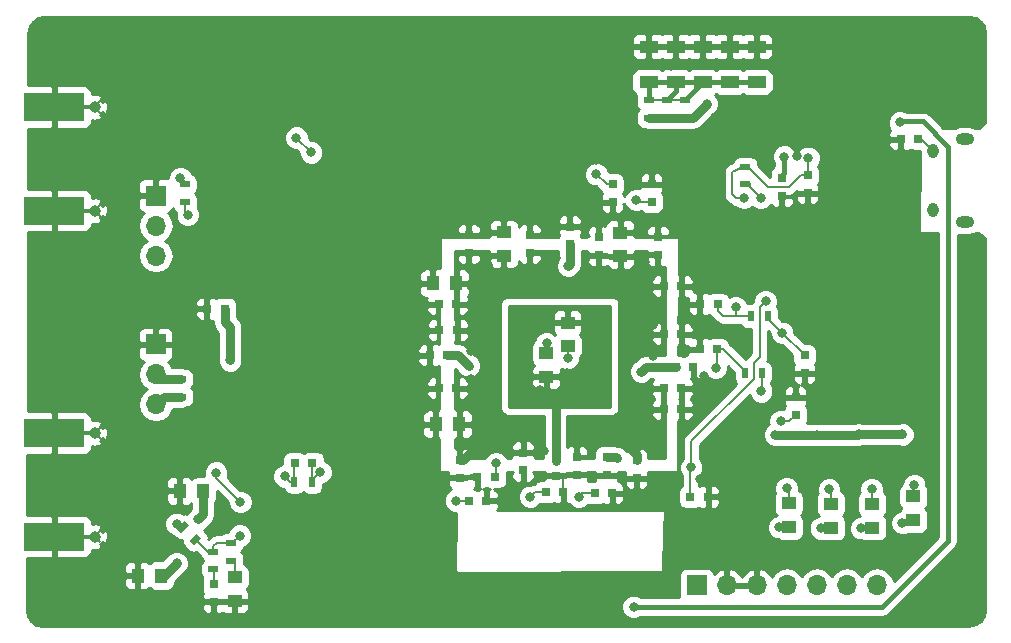
<source format=gbl>
G04 #@! TF.GenerationSoftware,KiCad,Pcbnew,(2018-01-26 revision 0d532b43d)-makepkg*
G04 #@! TF.CreationDate,2018-03-25T21:58:59-04:00*
G04 #@! TF.ProjectId,osa103k,6F73613130336B2E6B696361645F7063,rev?*
G04 #@! TF.SameCoordinates,PX38974e0PY5c3d480*
G04 #@! TF.FileFunction,Copper,L2,Bot,Signal*
G04 #@! TF.FilePolarity,Positive*
%FSLAX46Y46*%
G04 Gerber Fmt 4.6, Leading zero omitted, Abs format (unit mm)*
G04 Created by KiCad (PCBNEW (2018-01-26 revision 0d532b43d)-makepkg) date 03/25/18 21:58:59*
%MOMM*%
%LPD*%
G01*
G04 APERTURE LIST*
%ADD10C,0.600000*%
%ADD11C,4.500000*%
%ADD12R,1.000000X1.250000*%
%ADD13R,1.250000X1.000000*%
%ADD14R,0.750000X0.800000*%
%ADD15R,0.800000X0.750000*%
%ADD16R,1.600000X1.000000*%
%ADD17R,0.890000X0.460000*%
%ADD18C,0.970000*%
%ADD19R,5.080000X2.420000*%
%ADD20R,1.700000X1.700000*%
%ADD21O,1.700000X1.700000*%
%ADD22O,1.550000X1.000000*%
%ADD23O,0.950000X1.250000*%
%ADD24R,0.900000X0.500000*%
%ADD25C,0.500000*%
%ADD26C,0.100000*%
%ADD27R,0.500000X0.900000*%
%ADD28C,0.800000*%
%ADD29C,0.200000*%
%ADD30C,0.300000*%
%ADD31C,0.750000*%
%ADD32C,0.400000*%
%ADD33C,0.254000*%
G04 APERTURE END LIST*
D10*
X27050000Y24650000D03*
X35150000Y43450000D03*
X63950000Y35350000D03*
X33550000Y37450000D03*
X60450000Y25250000D03*
X33900000Y50250000D03*
X29050000Y51550000D03*
X27950000Y47700000D03*
X10250000Y19550000D03*
X23450000Y24550000D03*
X27750000Y22550000D03*
X73350000Y27300000D03*
X6150000Y28850000D03*
X9800000Y33600000D03*
X4900000Y38400000D03*
D11*
X75250000Y51700000D03*
X75250000Y5150000D03*
X2650000Y51700000D03*
D10*
X17350000Y24190000D03*
X28040000Y19250000D03*
X13010000Y31620000D03*
X10690000Y26900000D03*
X58310000Y19710000D03*
X51850000Y43820000D03*
X41530000Y46840000D03*
X35070000Y45960000D03*
X41040000Y39910000D03*
X27820000Y42490000D03*
X22110000Y47800000D03*
X16730000Y42420000D03*
X52870000Y11950000D03*
X37100000Y44370000D03*
X30000000Y39740000D03*
X21550000Y35830000D03*
X16970000Y35780000D03*
X16910000Y33210000D03*
X14070000Y35120000D03*
X25800000Y28050000D03*
X21350000Y28000000D03*
X16650000Y28300000D03*
X76200000Y8950000D03*
X77510000Y14610000D03*
X77510000Y19610000D03*
X77510000Y24610000D03*
X77510000Y29610000D03*
X75850000Y34400000D03*
X75700000Y46800000D03*
X70500000Y53190000D03*
X59370000Y53210000D03*
X54370000Y53210000D03*
X49370000Y53210000D03*
X59470000Y47290000D03*
X54130000Y35200000D03*
X54770000Y41070000D03*
X66410000Y37600000D03*
X68920000Y33940000D03*
X72490000Y31560000D03*
X61550000Y30870000D03*
X63410000Y28190000D03*
X68660000Y23230000D03*
X70780000Y21510000D03*
X72610000Y19520000D03*
X63160000Y22800000D03*
X65330000Y20220000D03*
X67660000Y20260000D03*
X62800000Y16240000D03*
X70060000Y12530000D03*
X66570000Y12300000D03*
X63070000Y12280000D03*
X58010000Y11460000D03*
X58130000Y8320000D03*
X58030000Y14900000D03*
X50080000Y5950000D03*
X45500000Y5980000D03*
X40500000Y5980000D03*
X35500000Y5980000D03*
X30500000Y5980000D03*
X31290000Y8610000D03*
X23320000Y8590000D03*
X21730000Y6040000D03*
X22700000Y17880000D03*
X21580000Y21040000D03*
X15700000Y19060000D03*
X12440000Y47950000D03*
X9270000Y44420000D03*
X26240000Y50230000D03*
X27840000Y53870000D03*
X20340000Y53850000D03*
X6600000Y52700000D03*
X-1620000Y53120000D03*
X12090000Y53610000D03*
X-1620000Y49650000D03*
X5000000Y47980000D03*
X3100000Y44220000D03*
X60000Y21420000D03*
X10910000Y3220000D03*
X6490000Y3280000D03*
X-2260000Y3480000D03*
X-830000Y7060000D03*
X4860000Y9240000D03*
X3070000Y12420000D03*
X4070000Y16660000D03*
X4550000Y21330000D03*
X2910000Y24990000D03*
X-2090000Y24990000D03*
X2910000Y29990000D03*
X-2090000Y29990000D03*
X2910000Y34990000D03*
D11*
X2650000Y5200000D03*
D12*
X8110000Y6950000D03*
X6110000Y6950000D03*
X9660000Y14120000D03*
X11660000Y14120000D03*
D13*
X14320000Y4788000D03*
X14320000Y6788000D03*
D14*
X12560000Y6220000D03*
X12560000Y4720000D03*
D15*
X19412000Y16456000D03*
X20912000Y16456000D03*
X13480000Y29550000D03*
X11980000Y29550000D03*
D14*
X46324000Y40066000D03*
X46324000Y38566000D03*
D15*
X35650000Y13300000D03*
X34150000Y13300000D03*
X36350000Y15300000D03*
X34850000Y15300000D03*
X40650000Y14000000D03*
X42150000Y14000000D03*
X44800000Y13916000D03*
X46300000Y13916000D03*
D14*
X49626000Y40066000D03*
X49626000Y38566000D03*
D15*
X52910000Y13620000D03*
X54410000Y13620000D03*
D12*
X31354000Y19758000D03*
X33354000Y19758000D03*
X31100000Y31696000D03*
X33100000Y31696000D03*
D13*
X42510000Y28370000D03*
X42510000Y26370000D03*
X46980000Y33990000D03*
X46980000Y35990000D03*
X40710000Y25770000D03*
X40710000Y23770000D03*
X37120000Y36010000D03*
X37120000Y34010000D03*
D14*
X41500000Y15400000D03*
X41500000Y16900000D03*
D15*
X50654000Y22806000D03*
X52154000Y22806000D03*
X30842000Y25600000D03*
X32342000Y25600000D03*
D14*
X38750000Y17350000D03*
X38750000Y15850000D03*
D15*
X53170000Y24584000D03*
X51670000Y24584000D03*
X50654000Y27378000D03*
X52154000Y27378000D03*
D14*
X45816000Y16952000D03*
X45816000Y15452000D03*
D16*
X58516000Y48738000D03*
X58516000Y51738000D03*
D14*
X39310000Y34260000D03*
X39310000Y35760000D03*
X42700000Y34998000D03*
X42700000Y36498000D03*
X43276000Y16964000D03*
X43276000Y15464000D03*
D16*
X56230000Y48738000D03*
X56230000Y51738000D03*
D14*
X34150000Y34280000D03*
X34150000Y35780000D03*
D16*
X53944000Y48738000D03*
X53944000Y51738000D03*
D14*
X50170000Y34100000D03*
X50170000Y35600000D03*
D16*
X51658000Y51738000D03*
X51658000Y48738000D03*
D14*
X33370000Y16710000D03*
X33370000Y15210000D03*
D16*
X49372000Y51738000D03*
X49372000Y48738000D03*
D14*
X45140000Y35570000D03*
X45140000Y34070000D03*
D15*
X52154000Y21028000D03*
X50654000Y21028000D03*
D14*
X48356000Y15198000D03*
X48356000Y16698000D03*
D15*
X31660000Y27720000D03*
X33160000Y27720000D03*
X31604000Y22806000D03*
X33104000Y22806000D03*
X50654000Y31442000D03*
X52154000Y31442000D03*
X31604000Y29918000D03*
X33104000Y29918000D03*
X55214000Y29918000D03*
X53714000Y29918000D03*
X55190000Y26108000D03*
X53690000Y26108000D03*
D14*
X62580000Y24088000D03*
X62580000Y25588000D03*
X61818000Y22032000D03*
X61818000Y20532000D03*
X62834000Y40828000D03*
X62834000Y39328000D03*
X60660000Y39120000D03*
X60660000Y40620000D03*
D13*
X71800000Y11646000D03*
X71800000Y13646000D03*
X68300000Y13000000D03*
X68300000Y11000000D03*
X64800000Y13000000D03*
X64800000Y11000000D03*
X61250000Y11050000D03*
X61250000Y13050000D03*
D15*
X70720000Y43888000D03*
X72220000Y43888000D03*
D17*
X2030000Y37840000D03*
X2030000Y46600000D03*
D18*
X2480000Y37840000D03*
X2480000Y46600000D03*
D19*
X-960000Y37840000D03*
X-960000Y46600000D03*
X-960000Y19000000D03*
X-960000Y10240000D03*
D18*
X2480000Y19000000D03*
X2480000Y10240000D03*
D17*
X2030000Y19000000D03*
X2030000Y10240000D03*
D20*
X7660000Y39120000D03*
D21*
X7660000Y36580000D03*
X7660000Y34040000D03*
X7660000Y21440000D03*
X7660000Y23980000D03*
D20*
X7660000Y26520000D03*
D21*
X68700000Y6120000D03*
X66160000Y6120000D03*
X63620000Y6120000D03*
X61080000Y6120000D03*
X58540000Y6120000D03*
X56000000Y6120000D03*
D20*
X53460000Y6120000D03*
D22*
X76150000Y43900000D03*
X76150000Y36900000D03*
D23*
X73450000Y42900000D03*
X73450000Y37900000D03*
D24*
X10120000Y40060000D03*
X10120000Y38560000D03*
X9810000Y23590000D03*
X9810000Y22090000D03*
D25*
X9929670Y11070330D03*
D26*
G36*
X10424645Y11211751D02*
X9788249Y10575355D01*
X9434695Y10928909D01*
X10071091Y11565305D01*
X10424645Y11211751D01*
X10424645Y11211751D01*
G37*
D25*
X10990330Y10009670D03*
D26*
G36*
X11485305Y10151091D02*
X10848909Y9514695D01*
X10495355Y9868249D01*
X11131751Y10504645D01*
X11485305Y10151091D01*
X11485305Y10151091D01*
G37*
D24*
X14050000Y9700000D03*
X14050000Y8200000D03*
X12520000Y7470000D03*
X12520000Y8970000D03*
D27*
X20890000Y14870000D03*
X19390000Y14870000D03*
D24*
X52420000Y47178000D03*
X52420000Y45678000D03*
X50896000Y45678000D03*
X50896000Y47178000D03*
X49372000Y47178000D03*
X49372000Y45678000D03*
X57560000Y40070000D03*
X57560000Y41570000D03*
D27*
X59520000Y28902000D03*
X58020000Y28902000D03*
X59012000Y24076000D03*
X57512000Y24076000D03*
D10*
X-2090000Y34990000D03*
D28*
X54047470Y23838330D03*
X71460000Y27445000D03*
X29916091Y17939372D03*
X55110000Y14830000D03*
X61909098Y42428011D03*
X27650469Y34775863D03*
X71800000Y42650000D03*
X51300000Y50050000D03*
X53709985Y15150000D03*
X54644010Y18069979D03*
X40736000Y26616000D03*
X42514000Y25346000D03*
X67485000Y31095000D03*
X13035000Y31695000D03*
X51285000Y36520000D03*
X31385000Y13295000D03*
X57260000Y46570000D03*
X66610000Y48470000D03*
X41060000Y51020000D03*
X48310000Y40620000D03*
X42760000Y42220000D03*
X44910000Y42120000D03*
X35660000Y50120000D03*
X45160000Y51170000D03*
X38210000Y51970000D03*
X36510000Y47170000D03*
X14260000Y39070000D03*
X17328453Y45797947D03*
X15410000Y43470000D03*
X11060000Y15570000D03*
X21810000Y11970000D03*
X29760000Y12220000D03*
X24910000Y51520000D03*
X19760000Y49070000D03*
X20510000Y44870000D03*
X20810000Y40120000D03*
X24360000Y44070000D03*
X25260000Y42820000D03*
X24060000Y41770000D03*
X22910000Y40720000D03*
X21810000Y39670000D03*
X9410000Y11330000D03*
X9410000Y7995000D03*
X11260000Y11720000D03*
X18550000Y15345000D03*
X21590000Y15700000D03*
X20810000Y42770000D03*
X19560000Y44020000D03*
X34350000Y32850000D03*
X34300004Y31450000D03*
X42810000Y18400000D03*
X47420000Y18060000D03*
X35800000Y33200000D03*
X54310000Y46890000D03*
X34331937Y25916937D03*
X49760000Y25559010D03*
X40522990Y17508235D03*
X67160010Y18895000D03*
X60110000Y18870000D03*
X70860000Y18895000D03*
X63610000Y18870000D03*
X44035000Y33870000D03*
X34260000Y27670000D03*
X13954982Y25169968D03*
X13910000Y27970000D03*
X34360000Y23570000D03*
X34360000Y21220000D03*
X34360000Y17370000D03*
X49760000Y28170000D03*
X49760000Y29620000D03*
X41560000Y33870000D03*
X49910000Y32720000D03*
X49060000Y33520000D03*
X48660000Y21120000D03*
X49360000Y20420000D03*
X49260000Y32820000D03*
X44950000Y40930000D03*
X33050000Y13300000D03*
X36450000Y16449998D03*
X39358862Y13620730D03*
X43450000Y13599994D03*
X48320000Y38750000D03*
X52984791Y16098927D03*
X59278000Y30172000D03*
X46660000Y16920000D03*
X42560000Y33150000D03*
X34150000Y24720000D03*
X48750000Y24220000D03*
X70650000Y45350000D03*
X48100000Y4300000D03*
X60860000Y42420000D03*
X56738000Y29664000D03*
X55055021Y24544985D03*
X60693000Y27500000D03*
X58913026Y22544904D03*
X62905516Y42316131D03*
X70850000Y11390000D03*
X71860000Y14600000D03*
X68260000Y14250000D03*
X67350000Y10960000D03*
X64660000Y14250000D03*
X63950000Y10940000D03*
X60450000Y11045000D03*
X61060000Y14350000D03*
X10360000Y37500000D03*
X9730000Y40600000D03*
X58860000Y38920000D03*
X57460000Y38920000D03*
X60548000Y20012000D03*
X14759998Y10320000D03*
X40160000Y22670000D03*
X44860000Y26020000D03*
X40960000Y27870000D03*
X38710000Y24770000D03*
X43260000Y24120000D03*
X42460000Y24120000D03*
X12760000Y15670000D03*
X14810000Y13170000D03*
D29*
X2964999Y46105001D02*
X3100000Y45970000D01*
X2480000Y46600000D02*
X2964999Y46115001D01*
X2964999Y46115001D02*
X2964999Y46105001D01*
X2984999Y47084999D02*
X3120000Y47220000D01*
X2480000Y46600000D02*
X2964999Y47084999D01*
X2964999Y47084999D02*
X2984999Y47084999D01*
X2964999Y37345001D02*
X3090000Y37220000D01*
X2480000Y37840000D02*
X2964999Y37355001D01*
X2964999Y37355001D02*
X2964999Y37345001D01*
X2964999Y38324999D02*
X2480000Y37840000D01*
X2964999Y38324999D02*
X2964999Y38334999D01*
X2480000Y19000000D02*
X3080000Y18400000D01*
X3120000Y19640000D02*
X2480000Y19000000D01*
X2480000Y10240000D02*
X2820000Y9900000D01*
X2964999Y9755001D02*
X2820000Y9900000D01*
X2480000Y10240000D02*
X2964999Y10724999D01*
X2964999Y10724999D02*
X2974999Y10724999D01*
D30*
X-960000Y19000000D02*
X1880000Y19000000D01*
X1880000Y19000000D02*
X2480000Y19000000D01*
X-960000Y10240000D02*
X2480000Y10240000D01*
D29*
X43276000Y15464000D02*
X45804000Y15464000D01*
X45804000Y15464000D02*
X45816000Y15452000D01*
X43276000Y15464000D02*
X41564000Y15464000D01*
X41564000Y15464000D02*
X41500000Y15400000D01*
X42150000Y14000000D02*
X42150000Y15325000D01*
X42150000Y15325000D02*
X42075000Y15400000D01*
X42075000Y15400000D02*
X41500000Y15400000D01*
X40710000Y26590000D02*
X40736000Y26616000D01*
X40710000Y25770000D02*
X40710000Y26590000D01*
X42510000Y25350000D02*
X42514000Y25346000D01*
X42510000Y26370000D02*
X42510000Y25350000D01*
D31*
X9810000Y22090000D02*
X8310000Y22090000D01*
X8310000Y22090000D02*
X7660000Y21440000D01*
D29*
X9669670Y11070330D02*
X9410000Y11330000D01*
X9929670Y11070330D02*
X9669670Y11070330D01*
D31*
X8365000Y6950000D02*
X9410000Y7995000D01*
X8110000Y6950000D02*
X8365000Y6950000D01*
X11660000Y14120000D02*
X11660000Y12120000D01*
X11660000Y12120000D02*
X11260000Y11720000D01*
D29*
X14320000Y6788000D02*
X14320000Y7930000D01*
X14320000Y7930000D02*
X14050000Y8200000D01*
X12560000Y6220000D02*
X12560000Y7430000D01*
X12560000Y7430000D02*
X12520000Y7470000D01*
X19390000Y14870000D02*
X19390000Y16434000D01*
X19390000Y16434000D02*
X19412000Y16456000D01*
X19390000Y14870000D02*
X19025000Y14870000D01*
X19025000Y14870000D02*
X18550000Y15345000D01*
X20890000Y14870000D02*
X20890000Y15000000D01*
X20890000Y15000000D02*
X21590000Y15700000D01*
X20890000Y14870000D02*
X20890000Y16434000D01*
X20890000Y16434000D02*
X20912000Y16456000D01*
X19560000Y44020000D02*
X20810000Y42770000D01*
D31*
X63610000Y18870000D02*
X67135010Y18870000D01*
X48356000Y16698000D02*
X48356000Y17124000D01*
X48356000Y17124000D02*
X47420000Y18060000D01*
X33370000Y16710000D02*
X33700000Y16710000D01*
X33700000Y16710000D02*
X34360000Y17370000D01*
X13954982Y25169968D02*
X13954982Y27925018D01*
X13954982Y27925018D02*
X13910000Y27970000D01*
X13480000Y29550000D02*
X13480000Y28400000D01*
X13480000Y28400000D02*
X13910000Y27970000D01*
X49372000Y45678000D02*
X50896000Y45678000D01*
X50896000Y45678000D02*
X52420000Y45678000D01*
X53098000Y45678000D02*
X54310000Y46890000D01*
X52420000Y45678000D02*
X53098000Y45678000D01*
X70860000Y18895000D02*
X67160010Y18895000D01*
X67135010Y18870000D02*
X67160010Y18895000D01*
X63610000Y18870000D02*
X67135010Y18870000D01*
X60110000Y18870000D02*
X63610000Y18870000D01*
D29*
X46324000Y40066000D02*
X45814000Y40066000D01*
X45814000Y40066000D02*
X44950000Y40930000D01*
X34150000Y13300000D02*
X33050000Y13300000D01*
X36450000Y15350000D02*
X36450000Y16449998D01*
X36300000Y15200000D02*
X36450000Y15350000D01*
X39738132Y14000000D02*
X39358862Y13620730D01*
X40650000Y14000000D02*
X39738132Y14000000D01*
X44800000Y13916000D02*
X43766006Y13916000D01*
X43766006Y13916000D02*
X43450000Y13599994D01*
X49626000Y38566000D02*
X48504000Y38566000D01*
X48504000Y38566000D02*
X48320000Y38750000D01*
X52910000Y13620000D02*
X52910000Y16024136D01*
X52984791Y18308789D02*
X52984791Y16098927D01*
X58770000Y29664000D02*
X58770000Y25474000D01*
X59278000Y30172000D02*
X58770000Y29664000D01*
X58262000Y23585998D02*
X52984791Y18308789D01*
X52910000Y16024136D02*
X52984791Y16098927D01*
X58262000Y24966000D02*
X58262000Y23585998D01*
X58770000Y25474000D02*
X58262000Y24966000D01*
D31*
X46628000Y16952000D02*
X46660000Y16920000D01*
X45816000Y16952000D02*
X46628000Y16952000D01*
X42700000Y34998000D02*
X42700000Y33290000D01*
X42700000Y33290000D02*
X42560000Y33150000D01*
X33270000Y25600000D02*
X34150000Y24720000D01*
X32342000Y25600000D02*
X33270000Y25600000D01*
X51670000Y24584000D02*
X49114000Y24584000D01*
X49114000Y24584000D02*
X48750000Y24220000D01*
X41498000Y16686000D02*
X41498000Y21398000D01*
D32*
X69150000Y4300000D02*
X74750000Y9900000D01*
X48100000Y4300000D02*
X69150000Y4300000D01*
X74750000Y9900000D02*
X74750000Y43250000D01*
X74750000Y43250000D02*
X72600000Y45400000D01*
X72600000Y45400000D02*
X70700000Y45400000D01*
X70700000Y45400000D02*
X70650000Y45350000D01*
D29*
X53944000Y48738000D02*
X56230000Y48738000D01*
X50896000Y47178000D02*
X52420000Y47178000D01*
X49372000Y47178000D02*
X50896000Y47178000D01*
D32*
X53944000Y48738000D02*
X53944000Y48702000D01*
X53944000Y48702000D02*
X52420000Y47178000D01*
X51658000Y48738000D02*
X51658000Y47940000D01*
X51658000Y47940000D02*
X50896000Y47178000D01*
X49372000Y48738000D02*
X49372000Y47178000D01*
X58516000Y48738000D02*
X49372000Y48738000D01*
X60600000Y40680000D02*
X60660000Y40620000D01*
X60600000Y40800000D02*
X60600000Y40680000D01*
X60860000Y41060000D02*
X60600000Y40800000D01*
X60860000Y42420000D02*
X60860000Y41060000D01*
D29*
X56738000Y28902000D02*
X55655000Y28902000D01*
X58020000Y28902000D02*
X56738000Y28902000D01*
X56738000Y29664000D02*
X56738000Y28902000D01*
X55655000Y28902000D02*
X55214000Y29343000D01*
X55214000Y29343000D02*
X55214000Y29918000D01*
X55190000Y24679964D02*
X55055021Y24544985D01*
X55190000Y26108000D02*
X55190000Y24679964D01*
X55190000Y26108000D02*
X55680000Y26108000D01*
X55680000Y26108000D02*
X57512000Y24276000D01*
X57512000Y24276000D02*
X57512000Y24076000D01*
X60693000Y27500000D02*
X59520000Y28673000D01*
X62580000Y25613000D02*
X60693000Y27500000D01*
X62580000Y25588000D02*
X62580000Y25613000D01*
X59520000Y28673000D02*
X59520000Y28902000D01*
X62338000Y25346000D02*
X62580000Y25588000D01*
X59012000Y24076000D02*
X59012000Y22643878D01*
X59012000Y22643878D02*
X58913026Y22544904D01*
D32*
X62834000Y40853000D02*
X62834000Y40828000D01*
D29*
X61281000Y39850000D02*
X62259000Y40828000D01*
X59480000Y39850000D02*
X61281000Y39850000D01*
X57560000Y41570000D02*
X57760000Y41570000D01*
X57760000Y41570000D02*
X59480000Y39850000D01*
X62834000Y42244615D02*
X62905516Y42316131D01*
X62834000Y40828000D02*
X62834000Y42244615D01*
X62259000Y40828000D02*
X62834000Y40828000D01*
X57360000Y41570000D02*
X56460000Y41120000D01*
X57560000Y41570000D02*
X57360000Y41570000D01*
X56460000Y41120000D02*
X56460000Y39220000D01*
X56460000Y39220000D02*
X56760000Y38920000D01*
X56760000Y38920000D02*
X57460000Y38920000D01*
X71800000Y11646000D02*
X71106000Y11646000D01*
X71106000Y11646000D02*
X70850000Y11390000D01*
X71800000Y13646000D02*
X71800000Y14540000D01*
X71800000Y14540000D02*
X71860000Y14600000D01*
X68300000Y13000000D02*
X68300000Y14210000D01*
X68300000Y14210000D02*
X68260000Y14250000D01*
X68300000Y11000000D02*
X67390000Y11000000D01*
X67390000Y11000000D02*
X67350000Y10960000D01*
X64800000Y13000000D02*
X64800000Y14110000D01*
X64800000Y14110000D02*
X64660000Y14250000D01*
X64800000Y11000000D02*
X64010000Y11000000D01*
X64010000Y11000000D02*
X63950000Y10940000D01*
X61250000Y11050000D02*
X60455000Y11050000D01*
X60455000Y11050000D02*
X60450000Y11045000D01*
X61250000Y14160000D02*
X61060000Y14350000D01*
X61250000Y13050000D02*
X61250000Y14160000D01*
X72220000Y43888000D02*
X72462000Y43888000D01*
X72462000Y43888000D02*
X73450000Y42900000D01*
X10120000Y38560000D02*
X10120000Y37740000D01*
X10120000Y37740000D02*
X10360000Y37500000D01*
D31*
X9810000Y23590000D02*
X8050000Y23590000D01*
X8050000Y23590000D02*
X7660000Y23980000D01*
D30*
X10120000Y40060000D02*
X10120000Y40210000D01*
X10120000Y40210000D02*
X9730000Y40600000D01*
D29*
X57710000Y40070000D02*
X58860000Y38920000D01*
X57560000Y40070000D02*
X57710000Y40070000D01*
D32*
X57560000Y40070000D02*
X57760000Y40070000D01*
D29*
X57512000Y38972000D02*
X57460000Y38920000D01*
X60548000Y20012000D02*
X61298000Y20012000D01*
X61298000Y20012000D02*
X61818000Y20532000D01*
X14139998Y9700000D02*
X14759998Y10320000D01*
X14050000Y9700000D02*
X14139998Y9700000D01*
X12520000Y8970000D02*
X12520000Y9420000D01*
X12520000Y9420000D02*
X12800000Y9700000D01*
X12800000Y9700000D02*
X14050000Y9700000D01*
X12520000Y8970000D02*
X12030000Y8970000D01*
X12030000Y8970000D02*
X10990330Y10009670D01*
D31*
X43260000Y24120000D02*
X42460000Y24120000D01*
D29*
X12760000Y15220000D02*
X12760000Y15670000D01*
X14810000Y13170000D02*
X12760000Y15220000D01*
D33*
G36*
X35860000Y34295750D02*
X36018750Y34137000D01*
X36993000Y34137000D01*
X36993000Y34157000D01*
X37247000Y34157000D01*
X37247000Y34137000D01*
X37267000Y34137000D01*
X37267000Y33883000D01*
X37247000Y33883000D01*
X37247000Y33033750D01*
X37405750Y32875000D01*
X37871310Y32875000D01*
X38104699Y32971673D01*
X38283327Y33150302D01*
X38380000Y33383691D01*
X38380000Y33540554D01*
X38396673Y33500302D01*
X38575301Y33321673D01*
X38808690Y33225000D01*
X39024250Y33225000D01*
X39183000Y33383750D01*
X39183000Y34133000D01*
X39437000Y34133000D01*
X39437000Y33383750D01*
X39595750Y33225000D01*
X39811310Y33225000D01*
X40044699Y33321673D01*
X40223327Y33500302D01*
X40320000Y33733691D01*
X40320000Y33974250D01*
X40161250Y34133000D01*
X39437000Y34133000D01*
X39183000Y34133000D01*
X39163000Y34133000D01*
X39163000Y34387000D01*
X39183000Y34387000D01*
X39183000Y34393000D01*
X39437000Y34393000D01*
X39437000Y34387000D01*
X40161250Y34387000D01*
X40167250Y34393000D01*
X41690000Y34393000D01*
X41690000Y33743953D01*
X41683081Y33737046D01*
X41525180Y33356777D01*
X41524821Y32945029D01*
X41682058Y32564485D01*
X41972954Y32273081D01*
X42353223Y32115180D01*
X42764971Y32114821D01*
X43145515Y32272058D01*
X43436919Y32562954D01*
X43488366Y32686853D01*
X43633118Y32903490D01*
X43710000Y33290000D01*
X43710000Y33784250D01*
X44130000Y33784250D01*
X44130000Y33543691D01*
X44226673Y33310302D01*
X44405301Y33131673D01*
X44638690Y33035000D01*
X44854250Y33035000D01*
X45013000Y33193750D01*
X45013000Y33943000D01*
X45267000Y33943000D01*
X45267000Y33193750D01*
X45425750Y33035000D01*
X45641310Y33035000D01*
X45832699Y33114276D01*
X45995301Y32951673D01*
X46228690Y32855000D01*
X46694250Y32855000D01*
X46853000Y33013750D01*
X46853000Y33863000D01*
X47107000Y33863000D01*
X47107000Y33013750D01*
X47265750Y32855000D01*
X47731310Y32855000D01*
X47964699Y32951673D01*
X48143327Y33130302D01*
X48240000Y33363691D01*
X48240000Y33704250D01*
X48130000Y33814250D01*
X49160000Y33814250D01*
X49160000Y33573691D01*
X49256673Y33340302D01*
X49435301Y33161673D01*
X49668690Y33065000D01*
X49884250Y33065000D01*
X50043000Y33223750D01*
X50043000Y33973000D01*
X49318750Y33973000D01*
X49160000Y33814250D01*
X48130000Y33814250D01*
X48081250Y33863000D01*
X47107000Y33863000D01*
X46853000Y33863000D01*
X46071250Y33863000D01*
X45991250Y33943000D01*
X45267000Y33943000D01*
X45013000Y33943000D01*
X44288750Y33943000D01*
X44130000Y33784250D01*
X43710000Y33784250D01*
X43710000Y34393000D01*
X44130000Y34393000D01*
X44130000Y34355750D01*
X44288750Y34197000D01*
X45013000Y34197000D01*
X45013000Y34217000D01*
X45267000Y34217000D01*
X45267000Y34197000D01*
X45798750Y34197000D01*
X45878750Y34117000D01*
X46853000Y34117000D01*
X46853000Y34137000D01*
X47107000Y34137000D01*
X47107000Y34117000D01*
X48081250Y34117000D01*
X48240000Y34275750D01*
X48240000Y34393000D01*
X49160000Y34393000D01*
X49160000Y34385750D01*
X49318750Y34227000D01*
X50043000Y34227000D01*
X50043000Y34247000D01*
X50297000Y34247000D01*
X50297000Y34227000D01*
X50317000Y34227000D01*
X50317000Y33973000D01*
X50297000Y33973000D01*
X50297000Y33223750D01*
X50455750Y33065000D01*
X50671310Y33065000D01*
X50733000Y33090553D01*
X50733000Y25594000D01*
X49114000Y25594000D01*
X48727490Y25517118D01*
X48399822Y25298178D01*
X48224302Y25122658D01*
X48164485Y25097942D01*
X47873081Y24807046D01*
X47715180Y24426777D01*
X47714821Y24015029D01*
X47872058Y23634485D01*
X48162954Y23343081D01*
X48543223Y23185180D01*
X48954971Y23184821D01*
X49335515Y23342058D01*
X49567862Y23574000D01*
X49748974Y23574000D01*
X49715673Y23540699D01*
X49619000Y23307310D01*
X49619000Y23091750D01*
X49777750Y22933000D01*
X50527000Y22933000D01*
X50527000Y22953000D01*
X50733000Y22953000D01*
X50733000Y16907000D01*
X49289250Y16907000D01*
X49366000Y16983750D01*
X49366000Y17224309D01*
X49269327Y17457698D01*
X49090699Y17636327D01*
X48857310Y17733000D01*
X48641750Y17733000D01*
X48483000Y17574250D01*
X48483000Y16907000D01*
X48229000Y16907000D01*
X48229000Y17574250D01*
X48070250Y17733000D01*
X47854690Y17733000D01*
X47621301Y17636327D01*
X47514236Y17529262D01*
X47247046Y17796919D01*
X46866777Y17954820D01*
X46663204Y17954997D01*
X46628000Y17962000D01*
X46379226Y17962000D01*
X46191000Y17999440D01*
X45441000Y17999440D01*
X45193235Y17950157D01*
X44983191Y17809809D01*
X44842843Y17599765D01*
X44793560Y17352000D01*
X44793560Y16907000D01*
X43129000Y16907000D01*
X43129000Y17091000D01*
X43149000Y17091000D01*
X43149000Y17840250D01*
X43403000Y17840250D01*
X43403000Y17091000D01*
X44127250Y17091000D01*
X44286000Y17249750D01*
X44286000Y17490309D01*
X44189327Y17723698D01*
X44010699Y17902327D01*
X43777310Y17999000D01*
X43561750Y17999000D01*
X43403000Y17840250D01*
X43149000Y17840250D01*
X42990250Y17999000D01*
X42774690Y17999000D01*
X42541301Y17902327D01*
X42508000Y17869026D01*
X42508000Y20485000D01*
X46260000Y20485000D01*
X46503004Y20533336D01*
X46592297Y20593000D01*
X46660000Y20593000D01*
X46708601Y20602667D01*
X46749803Y20630197D01*
X46777333Y20671399D01*
X46787000Y20720000D01*
X46787000Y20742250D01*
X49619000Y20742250D01*
X49619000Y20526690D01*
X49715673Y20293301D01*
X49894302Y20114673D01*
X50127691Y20018000D01*
X50368250Y20018000D01*
X50527000Y20176750D01*
X50527000Y20901000D01*
X49777750Y20901000D01*
X49619000Y20742250D01*
X46787000Y20742250D01*
X46787000Y20787703D01*
X46846664Y20876996D01*
X46895000Y21120000D01*
X46895000Y22520250D01*
X49619000Y22520250D01*
X49619000Y22304690D01*
X49715673Y22071301D01*
X49869975Y21917000D01*
X49715673Y21762699D01*
X49619000Y21529310D01*
X49619000Y21313750D01*
X49777750Y21155000D01*
X50527000Y21155000D01*
X50527000Y21879250D01*
X50489250Y21917000D01*
X50527000Y21954750D01*
X50527000Y22679000D01*
X49777750Y22679000D01*
X49619000Y22520250D01*
X46895000Y22520250D01*
X46895000Y27092250D01*
X49619000Y27092250D01*
X49619000Y26876690D01*
X49715673Y26643301D01*
X49894302Y26464673D01*
X50127691Y26368000D01*
X50368250Y26368000D01*
X50527000Y26526750D01*
X50527000Y27251000D01*
X49777750Y27251000D01*
X49619000Y27092250D01*
X46895000Y27092250D01*
X46895000Y27879310D01*
X49619000Y27879310D01*
X49619000Y27663750D01*
X49777750Y27505000D01*
X50527000Y27505000D01*
X50527000Y28229250D01*
X50368250Y28388000D01*
X50127691Y28388000D01*
X49894302Y28291327D01*
X49715673Y28112699D01*
X49619000Y27879310D01*
X46895000Y27879310D01*
X46895000Y29920000D01*
X46846664Y30163004D01*
X46787000Y30252297D01*
X46787000Y30320000D01*
X46777333Y30368601D01*
X46749803Y30409803D01*
X46708601Y30437333D01*
X46660000Y30447000D01*
X46592297Y30447000D01*
X46503004Y30506664D01*
X46260000Y30555000D01*
X37460000Y30555000D01*
X37216996Y30506664D01*
X37127703Y30447000D01*
X37060000Y30447000D01*
X37011399Y30437333D01*
X36970197Y30409803D01*
X36942667Y30368601D01*
X36933000Y30320000D01*
X36933000Y30252297D01*
X36873336Y30163004D01*
X36825000Y29920000D01*
X36825000Y21120000D01*
X36873336Y20876996D01*
X36933000Y20787703D01*
X36933000Y20720000D01*
X36942667Y20671399D01*
X36970197Y20630197D01*
X37011399Y20602667D01*
X37060000Y20593000D01*
X37127703Y20593000D01*
X37216996Y20533336D01*
X37460000Y20485000D01*
X40488000Y20485000D01*
X40488000Y17352486D01*
X40477560Y17300000D01*
X40477560Y16907000D01*
X39760000Y16907000D01*
X39760000Y17064250D01*
X39601250Y17223000D01*
X38877000Y17223000D01*
X38877000Y17203000D01*
X38623000Y17203000D01*
X38623000Y17223000D01*
X37898750Y17223000D01*
X37740000Y17064250D01*
X37740000Y16907000D01*
X37381042Y16907000D01*
X37327942Y17035513D01*
X37037046Y17326917D01*
X36656777Y17484818D01*
X36245029Y17485177D01*
X35864485Y17327940D01*
X35573081Y17037044D01*
X35519082Y16907000D01*
X34291250Y16907000D01*
X34380000Y16995750D01*
X34380000Y17236309D01*
X34283327Y17469698D01*
X34104699Y17648327D01*
X33871310Y17745000D01*
X33655750Y17745000D01*
X33497000Y17586250D01*
X33497000Y16907000D01*
X33243000Y16907000D01*
X33243000Y17586250D01*
X33084250Y17745000D01*
X32987000Y17745000D01*
X32987000Y17876309D01*
X37740000Y17876309D01*
X37740000Y17635750D01*
X37898750Y17477000D01*
X38623000Y17477000D01*
X38623000Y18226250D01*
X38877000Y18226250D01*
X38877000Y17477000D01*
X39601250Y17477000D01*
X39760000Y17635750D01*
X39760000Y17876309D01*
X39663327Y18109698D01*
X39484699Y18288327D01*
X39251310Y18385000D01*
X39035750Y18385000D01*
X38877000Y18226250D01*
X38623000Y18226250D01*
X38464250Y18385000D01*
X38248690Y18385000D01*
X38015301Y18288327D01*
X37836673Y18109698D01*
X37740000Y17876309D01*
X32987000Y17876309D01*
X32987000Y18498000D01*
X33068250Y18498000D01*
X33227000Y18656750D01*
X33227000Y19631000D01*
X33481000Y19631000D01*
X33481000Y18656750D01*
X33639750Y18498000D01*
X33980309Y18498000D01*
X34213698Y18594673D01*
X34392327Y18773301D01*
X34489000Y19006690D01*
X34489000Y19472250D01*
X34330250Y19631000D01*
X33481000Y19631000D01*
X33227000Y19631000D01*
X33207000Y19631000D01*
X33207000Y19885000D01*
X33227000Y19885000D01*
X33227000Y20859250D01*
X33481000Y20859250D01*
X33481000Y19885000D01*
X34330250Y19885000D01*
X34489000Y20043750D01*
X34489000Y20509310D01*
X34392327Y20742699D01*
X34213698Y20921327D01*
X33980309Y21018000D01*
X33639750Y21018000D01*
X33481000Y20859250D01*
X33227000Y20859250D01*
X33068250Y21018000D01*
X32987000Y21018000D01*
X32987000Y22679000D01*
X33231000Y22679000D01*
X33231000Y21954750D01*
X33389750Y21796000D01*
X33630309Y21796000D01*
X33863698Y21892673D01*
X34042327Y22071301D01*
X34139000Y22304690D01*
X34139000Y22520250D01*
X33980250Y22679000D01*
X33231000Y22679000D01*
X32987000Y22679000D01*
X32987000Y24454644D01*
X33247342Y24194302D01*
X33272058Y24134485D01*
X33562954Y23843081D01*
X33628172Y23816000D01*
X33389750Y23816000D01*
X33231000Y23657250D01*
X33231000Y22933000D01*
X33980250Y22933000D01*
X34139000Y23091750D01*
X34139000Y23307310D01*
X34042327Y23540699D01*
X33865623Y23717402D01*
X33943223Y23685180D01*
X34354971Y23684821D01*
X34735515Y23842058D01*
X35026919Y24132954D01*
X35184820Y24513223D01*
X35185179Y24924971D01*
X35027942Y25305515D01*
X34737046Y25596919D01*
X34676151Y25622205D01*
X33984178Y26314178D01*
X33656510Y26533118D01*
X33270000Y26610000D01*
X32987000Y26610000D01*
X32987000Y26822750D01*
X33033000Y26868750D01*
X33033000Y27593000D01*
X33287000Y27593000D01*
X33287000Y26868750D01*
X33445750Y26710000D01*
X33686309Y26710000D01*
X33919698Y26806673D01*
X34098327Y26985301D01*
X34195000Y27218690D01*
X34195000Y27434250D01*
X34036250Y27593000D01*
X33287000Y27593000D01*
X33033000Y27593000D01*
X33013000Y27593000D01*
X33013000Y27847000D01*
X33033000Y27847000D01*
X33033000Y28571250D01*
X33287000Y28571250D01*
X33287000Y27847000D01*
X34036250Y27847000D01*
X34195000Y28005750D01*
X34195000Y28221310D01*
X34098327Y28454699D01*
X33919698Y28633327D01*
X33686309Y28730000D01*
X33445750Y28730000D01*
X33287000Y28571250D01*
X33033000Y28571250D01*
X32987000Y28617250D01*
X32987000Y29791000D01*
X33231000Y29791000D01*
X33231000Y29066750D01*
X33389750Y28908000D01*
X33630309Y28908000D01*
X33863698Y29004673D01*
X34042327Y29183301D01*
X34139000Y29416690D01*
X34139000Y29632250D01*
X33980250Y29791000D01*
X33231000Y29791000D01*
X32987000Y29791000D01*
X32987000Y31569000D01*
X33227000Y31569000D01*
X33227000Y30594750D01*
X33231000Y30590750D01*
X33231000Y30045000D01*
X33980250Y30045000D01*
X34139000Y30203750D01*
X34139000Y30419310D01*
X34053280Y30626255D01*
X34138327Y30711301D01*
X34235000Y30944690D01*
X34235000Y31156250D01*
X49619000Y31156250D01*
X49619000Y30940690D01*
X49715673Y30707301D01*
X49894302Y30528673D01*
X50127691Y30432000D01*
X50368250Y30432000D01*
X50527000Y30590750D01*
X50527000Y31315000D01*
X49777750Y31315000D01*
X49619000Y31156250D01*
X34235000Y31156250D01*
X34235000Y31410250D01*
X34076250Y31569000D01*
X33227000Y31569000D01*
X32987000Y31569000D01*
X32987000Y32797250D01*
X33227000Y32797250D01*
X33227000Y31823000D01*
X34076250Y31823000D01*
X34196560Y31943310D01*
X49619000Y31943310D01*
X49619000Y31727750D01*
X49777750Y31569000D01*
X50527000Y31569000D01*
X50527000Y32293250D01*
X50368250Y32452000D01*
X50127691Y32452000D01*
X49894302Y32355327D01*
X49715673Y32176699D01*
X49619000Y31943310D01*
X34196560Y31943310D01*
X34235000Y31981750D01*
X34235000Y32447310D01*
X34138327Y32680699D01*
X33959698Y32859327D01*
X33726309Y32956000D01*
X33385750Y32956000D01*
X33227000Y32797250D01*
X32987000Y32797250D01*
X32987000Y33994250D01*
X33140000Y33994250D01*
X33140000Y33753691D01*
X33236673Y33520302D01*
X33415301Y33341673D01*
X33648690Y33245000D01*
X33864250Y33245000D01*
X34023000Y33403750D01*
X34023000Y34153000D01*
X34277000Y34153000D01*
X34277000Y33403750D01*
X34435750Y33245000D01*
X34651310Y33245000D01*
X34884699Y33341673D01*
X35063327Y33520302D01*
X35147805Y33724250D01*
X35860000Y33724250D01*
X35860000Y33383691D01*
X35956673Y33150302D01*
X36135301Y32971673D01*
X36368690Y32875000D01*
X36834250Y32875000D01*
X36993000Y33033750D01*
X36993000Y33883000D01*
X36018750Y33883000D01*
X35860000Y33724250D01*
X35147805Y33724250D01*
X35160000Y33753691D01*
X35160000Y33994250D01*
X35001250Y34153000D01*
X34277000Y34153000D01*
X34023000Y34153000D01*
X33298750Y34153000D01*
X33140000Y33994250D01*
X32987000Y33994250D01*
X32987000Y34393000D01*
X35860000Y34393000D01*
X35860000Y34295750D01*
X35860000Y34295750D01*
G37*
X35860000Y34295750D02*
X36018750Y34137000D01*
X36993000Y34137000D01*
X36993000Y34157000D01*
X37247000Y34157000D01*
X37247000Y34137000D01*
X37267000Y34137000D01*
X37267000Y33883000D01*
X37247000Y33883000D01*
X37247000Y33033750D01*
X37405750Y32875000D01*
X37871310Y32875000D01*
X38104699Y32971673D01*
X38283327Y33150302D01*
X38380000Y33383691D01*
X38380000Y33540554D01*
X38396673Y33500302D01*
X38575301Y33321673D01*
X38808690Y33225000D01*
X39024250Y33225000D01*
X39183000Y33383750D01*
X39183000Y34133000D01*
X39437000Y34133000D01*
X39437000Y33383750D01*
X39595750Y33225000D01*
X39811310Y33225000D01*
X40044699Y33321673D01*
X40223327Y33500302D01*
X40320000Y33733691D01*
X40320000Y33974250D01*
X40161250Y34133000D01*
X39437000Y34133000D01*
X39183000Y34133000D01*
X39163000Y34133000D01*
X39163000Y34387000D01*
X39183000Y34387000D01*
X39183000Y34393000D01*
X39437000Y34393000D01*
X39437000Y34387000D01*
X40161250Y34387000D01*
X40167250Y34393000D01*
X41690000Y34393000D01*
X41690000Y33743953D01*
X41683081Y33737046D01*
X41525180Y33356777D01*
X41524821Y32945029D01*
X41682058Y32564485D01*
X41972954Y32273081D01*
X42353223Y32115180D01*
X42764971Y32114821D01*
X43145515Y32272058D01*
X43436919Y32562954D01*
X43488366Y32686853D01*
X43633118Y32903490D01*
X43710000Y33290000D01*
X43710000Y33784250D01*
X44130000Y33784250D01*
X44130000Y33543691D01*
X44226673Y33310302D01*
X44405301Y33131673D01*
X44638690Y33035000D01*
X44854250Y33035000D01*
X45013000Y33193750D01*
X45013000Y33943000D01*
X45267000Y33943000D01*
X45267000Y33193750D01*
X45425750Y33035000D01*
X45641310Y33035000D01*
X45832699Y33114276D01*
X45995301Y32951673D01*
X46228690Y32855000D01*
X46694250Y32855000D01*
X46853000Y33013750D01*
X46853000Y33863000D01*
X47107000Y33863000D01*
X47107000Y33013750D01*
X47265750Y32855000D01*
X47731310Y32855000D01*
X47964699Y32951673D01*
X48143327Y33130302D01*
X48240000Y33363691D01*
X48240000Y33704250D01*
X48130000Y33814250D01*
X49160000Y33814250D01*
X49160000Y33573691D01*
X49256673Y33340302D01*
X49435301Y33161673D01*
X49668690Y33065000D01*
X49884250Y33065000D01*
X50043000Y33223750D01*
X50043000Y33973000D01*
X49318750Y33973000D01*
X49160000Y33814250D01*
X48130000Y33814250D01*
X48081250Y33863000D01*
X47107000Y33863000D01*
X46853000Y33863000D01*
X46071250Y33863000D01*
X45991250Y33943000D01*
X45267000Y33943000D01*
X45013000Y33943000D01*
X44288750Y33943000D01*
X44130000Y33784250D01*
X43710000Y33784250D01*
X43710000Y34393000D01*
X44130000Y34393000D01*
X44130000Y34355750D01*
X44288750Y34197000D01*
X45013000Y34197000D01*
X45013000Y34217000D01*
X45267000Y34217000D01*
X45267000Y34197000D01*
X45798750Y34197000D01*
X45878750Y34117000D01*
X46853000Y34117000D01*
X46853000Y34137000D01*
X47107000Y34137000D01*
X47107000Y34117000D01*
X48081250Y34117000D01*
X48240000Y34275750D01*
X48240000Y34393000D01*
X49160000Y34393000D01*
X49160000Y34385750D01*
X49318750Y34227000D01*
X50043000Y34227000D01*
X50043000Y34247000D01*
X50297000Y34247000D01*
X50297000Y34227000D01*
X50317000Y34227000D01*
X50317000Y33973000D01*
X50297000Y33973000D01*
X50297000Y33223750D01*
X50455750Y33065000D01*
X50671310Y33065000D01*
X50733000Y33090553D01*
X50733000Y25594000D01*
X49114000Y25594000D01*
X48727490Y25517118D01*
X48399822Y25298178D01*
X48224302Y25122658D01*
X48164485Y25097942D01*
X47873081Y24807046D01*
X47715180Y24426777D01*
X47714821Y24015029D01*
X47872058Y23634485D01*
X48162954Y23343081D01*
X48543223Y23185180D01*
X48954971Y23184821D01*
X49335515Y23342058D01*
X49567862Y23574000D01*
X49748974Y23574000D01*
X49715673Y23540699D01*
X49619000Y23307310D01*
X49619000Y23091750D01*
X49777750Y22933000D01*
X50527000Y22933000D01*
X50527000Y22953000D01*
X50733000Y22953000D01*
X50733000Y16907000D01*
X49289250Y16907000D01*
X49366000Y16983750D01*
X49366000Y17224309D01*
X49269327Y17457698D01*
X49090699Y17636327D01*
X48857310Y17733000D01*
X48641750Y17733000D01*
X48483000Y17574250D01*
X48483000Y16907000D01*
X48229000Y16907000D01*
X48229000Y17574250D01*
X48070250Y17733000D01*
X47854690Y17733000D01*
X47621301Y17636327D01*
X47514236Y17529262D01*
X47247046Y17796919D01*
X46866777Y17954820D01*
X46663204Y17954997D01*
X46628000Y17962000D01*
X46379226Y17962000D01*
X46191000Y17999440D01*
X45441000Y17999440D01*
X45193235Y17950157D01*
X44983191Y17809809D01*
X44842843Y17599765D01*
X44793560Y17352000D01*
X44793560Y16907000D01*
X43129000Y16907000D01*
X43129000Y17091000D01*
X43149000Y17091000D01*
X43149000Y17840250D01*
X43403000Y17840250D01*
X43403000Y17091000D01*
X44127250Y17091000D01*
X44286000Y17249750D01*
X44286000Y17490309D01*
X44189327Y17723698D01*
X44010699Y17902327D01*
X43777310Y17999000D01*
X43561750Y17999000D01*
X43403000Y17840250D01*
X43149000Y17840250D01*
X42990250Y17999000D01*
X42774690Y17999000D01*
X42541301Y17902327D01*
X42508000Y17869026D01*
X42508000Y20485000D01*
X46260000Y20485000D01*
X46503004Y20533336D01*
X46592297Y20593000D01*
X46660000Y20593000D01*
X46708601Y20602667D01*
X46749803Y20630197D01*
X46777333Y20671399D01*
X46787000Y20720000D01*
X46787000Y20742250D01*
X49619000Y20742250D01*
X49619000Y20526690D01*
X49715673Y20293301D01*
X49894302Y20114673D01*
X50127691Y20018000D01*
X50368250Y20018000D01*
X50527000Y20176750D01*
X50527000Y20901000D01*
X49777750Y20901000D01*
X49619000Y20742250D01*
X46787000Y20742250D01*
X46787000Y20787703D01*
X46846664Y20876996D01*
X46895000Y21120000D01*
X46895000Y22520250D01*
X49619000Y22520250D01*
X49619000Y22304690D01*
X49715673Y22071301D01*
X49869975Y21917000D01*
X49715673Y21762699D01*
X49619000Y21529310D01*
X49619000Y21313750D01*
X49777750Y21155000D01*
X50527000Y21155000D01*
X50527000Y21879250D01*
X50489250Y21917000D01*
X50527000Y21954750D01*
X50527000Y22679000D01*
X49777750Y22679000D01*
X49619000Y22520250D01*
X46895000Y22520250D01*
X46895000Y27092250D01*
X49619000Y27092250D01*
X49619000Y26876690D01*
X49715673Y26643301D01*
X49894302Y26464673D01*
X50127691Y26368000D01*
X50368250Y26368000D01*
X50527000Y26526750D01*
X50527000Y27251000D01*
X49777750Y27251000D01*
X49619000Y27092250D01*
X46895000Y27092250D01*
X46895000Y27879310D01*
X49619000Y27879310D01*
X49619000Y27663750D01*
X49777750Y27505000D01*
X50527000Y27505000D01*
X50527000Y28229250D01*
X50368250Y28388000D01*
X50127691Y28388000D01*
X49894302Y28291327D01*
X49715673Y28112699D01*
X49619000Y27879310D01*
X46895000Y27879310D01*
X46895000Y29920000D01*
X46846664Y30163004D01*
X46787000Y30252297D01*
X46787000Y30320000D01*
X46777333Y30368601D01*
X46749803Y30409803D01*
X46708601Y30437333D01*
X46660000Y30447000D01*
X46592297Y30447000D01*
X46503004Y30506664D01*
X46260000Y30555000D01*
X37460000Y30555000D01*
X37216996Y30506664D01*
X37127703Y30447000D01*
X37060000Y30447000D01*
X37011399Y30437333D01*
X36970197Y30409803D01*
X36942667Y30368601D01*
X36933000Y30320000D01*
X36933000Y30252297D01*
X36873336Y30163004D01*
X36825000Y29920000D01*
X36825000Y21120000D01*
X36873336Y20876996D01*
X36933000Y20787703D01*
X36933000Y20720000D01*
X36942667Y20671399D01*
X36970197Y20630197D01*
X37011399Y20602667D01*
X37060000Y20593000D01*
X37127703Y20593000D01*
X37216996Y20533336D01*
X37460000Y20485000D01*
X40488000Y20485000D01*
X40488000Y17352486D01*
X40477560Y17300000D01*
X40477560Y16907000D01*
X39760000Y16907000D01*
X39760000Y17064250D01*
X39601250Y17223000D01*
X38877000Y17223000D01*
X38877000Y17203000D01*
X38623000Y17203000D01*
X38623000Y17223000D01*
X37898750Y17223000D01*
X37740000Y17064250D01*
X37740000Y16907000D01*
X37381042Y16907000D01*
X37327942Y17035513D01*
X37037046Y17326917D01*
X36656777Y17484818D01*
X36245029Y17485177D01*
X35864485Y17327940D01*
X35573081Y17037044D01*
X35519082Y16907000D01*
X34291250Y16907000D01*
X34380000Y16995750D01*
X34380000Y17236309D01*
X34283327Y17469698D01*
X34104699Y17648327D01*
X33871310Y17745000D01*
X33655750Y17745000D01*
X33497000Y17586250D01*
X33497000Y16907000D01*
X33243000Y16907000D01*
X33243000Y17586250D01*
X33084250Y17745000D01*
X32987000Y17745000D01*
X32987000Y17876309D01*
X37740000Y17876309D01*
X37740000Y17635750D01*
X37898750Y17477000D01*
X38623000Y17477000D01*
X38623000Y18226250D01*
X38877000Y18226250D01*
X38877000Y17477000D01*
X39601250Y17477000D01*
X39760000Y17635750D01*
X39760000Y17876309D01*
X39663327Y18109698D01*
X39484699Y18288327D01*
X39251310Y18385000D01*
X39035750Y18385000D01*
X38877000Y18226250D01*
X38623000Y18226250D01*
X38464250Y18385000D01*
X38248690Y18385000D01*
X38015301Y18288327D01*
X37836673Y18109698D01*
X37740000Y17876309D01*
X32987000Y17876309D01*
X32987000Y18498000D01*
X33068250Y18498000D01*
X33227000Y18656750D01*
X33227000Y19631000D01*
X33481000Y19631000D01*
X33481000Y18656750D01*
X33639750Y18498000D01*
X33980309Y18498000D01*
X34213698Y18594673D01*
X34392327Y18773301D01*
X34489000Y19006690D01*
X34489000Y19472250D01*
X34330250Y19631000D01*
X33481000Y19631000D01*
X33227000Y19631000D01*
X33207000Y19631000D01*
X33207000Y19885000D01*
X33227000Y19885000D01*
X33227000Y20859250D01*
X33481000Y20859250D01*
X33481000Y19885000D01*
X34330250Y19885000D01*
X34489000Y20043750D01*
X34489000Y20509310D01*
X34392327Y20742699D01*
X34213698Y20921327D01*
X33980309Y21018000D01*
X33639750Y21018000D01*
X33481000Y20859250D01*
X33227000Y20859250D01*
X33068250Y21018000D01*
X32987000Y21018000D01*
X32987000Y22679000D01*
X33231000Y22679000D01*
X33231000Y21954750D01*
X33389750Y21796000D01*
X33630309Y21796000D01*
X33863698Y21892673D01*
X34042327Y22071301D01*
X34139000Y22304690D01*
X34139000Y22520250D01*
X33980250Y22679000D01*
X33231000Y22679000D01*
X32987000Y22679000D01*
X32987000Y24454644D01*
X33247342Y24194302D01*
X33272058Y24134485D01*
X33562954Y23843081D01*
X33628172Y23816000D01*
X33389750Y23816000D01*
X33231000Y23657250D01*
X33231000Y22933000D01*
X33980250Y22933000D01*
X34139000Y23091750D01*
X34139000Y23307310D01*
X34042327Y23540699D01*
X33865623Y23717402D01*
X33943223Y23685180D01*
X34354971Y23684821D01*
X34735515Y23842058D01*
X35026919Y24132954D01*
X35184820Y24513223D01*
X35185179Y24924971D01*
X35027942Y25305515D01*
X34737046Y25596919D01*
X34676151Y25622205D01*
X33984178Y26314178D01*
X33656510Y26533118D01*
X33270000Y26610000D01*
X32987000Y26610000D01*
X32987000Y26822750D01*
X33033000Y26868750D01*
X33033000Y27593000D01*
X33287000Y27593000D01*
X33287000Y26868750D01*
X33445750Y26710000D01*
X33686309Y26710000D01*
X33919698Y26806673D01*
X34098327Y26985301D01*
X34195000Y27218690D01*
X34195000Y27434250D01*
X34036250Y27593000D01*
X33287000Y27593000D01*
X33033000Y27593000D01*
X33013000Y27593000D01*
X33013000Y27847000D01*
X33033000Y27847000D01*
X33033000Y28571250D01*
X33287000Y28571250D01*
X33287000Y27847000D01*
X34036250Y27847000D01*
X34195000Y28005750D01*
X34195000Y28221310D01*
X34098327Y28454699D01*
X33919698Y28633327D01*
X33686309Y28730000D01*
X33445750Y28730000D01*
X33287000Y28571250D01*
X33033000Y28571250D01*
X32987000Y28617250D01*
X32987000Y29791000D01*
X33231000Y29791000D01*
X33231000Y29066750D01*
X33389750Y28908000D01*
X33630309Y28908000D01*
X33863698Y29004673D01*
X34042327Y29183301D01*
X34139000Y29416690D01*
X34139000Y29632250D01*
X33980250Y29791000D01*
X33231000Y29791000D01*
X32987000Y29791000D01*
X32987000Y31569000D01*
X33227000Y31569000D01*
X33227000Y30594750D01*
X33231000Y30590750D01*
X33231000Y30045000D01*
X33980250Y30045000D01*
X34139000Y30203750D01*
X34139000Y30419310D01*
X34053280Y30626255D01*
X34138327Y30711301D01*
X34235000Y30944690D01*
X34235000Y31156250D01*
X49619000Y31156250D01*
X49619000Y30940690D01*
X49715673Y30707301D01*
X49894302Y30528673D01*
X50127691Y30432000D01*
X50368250Y30432000D01*
X50527000Y30590750D01*
X50527000Y31315000D01*
X49777750Y31315000D01*
X49619000Y31156250D01*
X34235000Y31156250D01*
X34235000Y31410250D01*
X34076250Y31569000D01*
X33227000Y31569000D01*
X32987000Y31569000D01*
X32987000Y32797250D01*
X33227000Y32797250D01*
X33227000Y31823000D01*
X34076250Y31823000D01*
X34196560Y31943310D01*
X49619000Y31943310D01*
X49619000Y31727750D01*
X49777750Y31569000D01*
X50527000Y31569000D01*
X50527000Y32293250D01*
X50368250Y32452000D01*
X50127691Y32452000D01*
X49894302Y32355327D01*
X49715673Y32176699D01*
X49619000Y31943310D01*
X34196560Y31943310D01*
X34235000Y31981750D01*
X34235000Y32447310D01*
X34138327Y32680699D01*
X33959698Y32859327D01*
X33726309Y32956000D01*
X33385750Y32956000D01*
X33227000Y32797250D01*
X32987000Y32797250D01*
X32987000Y33994250D01*
X33140000Y33994250D01*
X33140000Y33753691D01*
X33236673Y33520302D01*
X33415301Y33341673D01*
X33648690Y33245000D01*
X33864250Y33245000D01*
X34023000Y33403750D01*
X34023000Y34153000D01*
X34277000Y34153000D01*
X34277000Y33403750D01*
X34435750Y33245000D01*
X34651310Y33245000D01*
X34884699Y33341673D01*
X35063327Y33520302D01*
X35147805Y33724250D01*
X35860000Y33724250D01*
X35860000Y33383691D01*
X35956673Y33150302D01*
X36135301Y32971673D01*
X36368690Y32875000D01*
X36834250Y32875000D01*
X36993000Y33033750D01*
X36993000Y33883000D01*
X36018750Y33883000D01*
X35860000Y33724250D01*
X35147805Y33724250D01*
X35160000Y33753691D01*
X35160000Y33994250D01*
X35001250Y34153000D01*
X34277000Y34153000D01*
X34023000Y34153000D01*
X33298750Y34153000D01*
X33140000Y33994250D01*
X32987000Y33994250D01*
X32987000Y34393000D01*
X35860000Y34393000D01*
X35860000Y34295750D01*
G36*
X46133000Y21247000D02*
X37587000Y21247000D01*
X37587000Y23484250D01*
X39450000Y23484250D01*
X39450000Y23143691D01*
X39546673Y22910302D01*
X39725301Y22731673D01*
X39958690Y22635000D01*
X40424250Y22635000D01*
X40583000Y22793750D01*
X40583000Y23643000D01*
X40837000Y23643000D01*
X40837000Y22793750D01*
X40995750Y22635000D01*
X41461310Y22635000D01*
X41694699Y22731673D01*
X41873327Y22910302D01*
X41970000Y23143691D01*
X41970000Y23484250D01*
X41811250Y23643000D01*
X40837000Y23643000D01*
X40583000Y23643000D01*
X39608750Y23643000D01*
X39450000Y23484250D01*
X37587000Y23484250D01*
X37587000Y26270000D01*
X39437560Y26270000D01*
X39437560Y25270000D01*
X39486843Y25022235D01*
X39627191Y24812191D01*
X39688320Y24771346D01*
X39546673Y24629698D01*
X39450000Y24396309D01*
X39450000Y24055750D01*
X39608750Y23897000D01*
X40583000Y23897000D01*
X40583000Y23917000D01*
X40837000Y23917000D01*
X40837000Y23897000D01*
X41811250Y23897000D01*
X41970000Y24055750D01*
X41970000Y24396309D01*
X41942537Y24462610D01*
X42307223Y24311180D01*
X42718971Y24310821D01*
X43099515Y24468058D01*
X43390919Y24758954D01*
X43548820Y25139223D01*
X43549032Y25382940D01*
X43592809Y25412191D01*
X43733157Y25622235D01*
X43782440Y25870000D01*
X43782440Y26870000D01*
X43733157Y27117765D01*
X43592809Y27327809D01*
X43531680Y27368654D01*
X43673327Y27510302D01*
X43770000Y27743691D01*
X43770000Y28084250D01*
X43611250Y28243000D01*
X42637000Y28243000D01*
X42637000Y28223000D01*
X42383000Y28223000D01*
X42383000Y28243000D01*
X41408750Y28243000D01*
X41250000Y28084250D01*
X41250000Y27743691D01*
X41346673Y27510302D01*
X41488320Y27368654D01*
X41463590Y27352130D01*
X41323046Y27492919D01*
X40942777Y27650820D01*
X40531029Y27651179D01*
X40150485Y27493942D01*
X39859081Y27203046D01*
X39701180Y26822777D01*
X39701140Y26777221D01*
X39627191Y26727809D01*
X39486843Y26517765D01*
X39437560Y26270000D01*
X37587000Y26270000D01*
X37587000Y28996309D01*
X41250000Y28996309D01*
X41250000Y28655750D01*
X41408750Y28497000D01*
X42383000Y28497000D01*
X42383000Y29346250D01*
X42637000Y29346250D01*
X42637000Y28497000D01*
X43611250Y28497000D01*
X43770000Y28655750D01*
X43770000Y28996309D01*
X43673327Y29229698D01*
X43494699Y29408327D01*
X43261310Y29505000D01*
X42795750Y29505000D01*
X42637000Y29346250D01*
X42383000Y29346250D01*
X42224250Y29505000D01*
X41758690Y29505000D01*
X41525301Y29408327D01*
X41346673Y29229698D01*
X41250000Y28996309D01*
X37587000Y28996309D01*
X37587000Y29793000D01*
X46133000Y29793000D01*
X46133000Y21247000D01*
X46133000Y21247000D01*
G37*
X46133000Y21247000D02*
X37587000Y21247000D01*
X37587000Y23484250D01*
X39450000Y23484250D01*
X39450000Y23143691D01*
X39546673Y22910302D01*
X39725301Y22731673D01*
X39958690Y22635000D01*
X40424250Y22635000D01*
X40583000Y22793750D01*
X40583000Y23643000D01*
X40837000Y23643000D01*
X40837000Y22793750D01*
X40995750Y22635000D01*
X41461310Y22635000D01*
X41694699Y22731673D01*
X41873327Y22910302D01*
X41970000Y23143691D01*
X41970000Y23484250D01*
X41811250Y23643000D01*
X40837000Y23643000D01*
X40583000Y23643000D01*
X39608750Y23643000D01*
X39450000Y23484250D01*
X37587000Y23484250D01*
X37587000Y26270000D01*
X39437560Y26270000D01*
X39437560Y25270000D01*
X39486843Y25022235D01*
X39627191Y24812191D01*
X39688320Y24771346D01*
X39546673Y24629698D01*
X39450000Y24396309D01*
X39450000Y24055750D01*
X39608750Y23897000D01*
X40583000Y23897000D01*
X40583000Y23917000D01*
X40837000Y23917000D01*
X40837000Y23897000D01*
X41811250Y23897000D01*
X41970000Y24055750D01*
X41970000Y24396309D01*
X41942537Y24462610D01*
X42307223Y24311180D01*
X42718971Y24310821D01*
X43099515Y24468058D01*
X43390919Y24758954D01*
X43548820Y25139223D01*
X43549032Y25382940D01*
X43592809Y25412191D01*
X43733157Y25622235D01*
X43782440Y25870000D01*
X43782440Y26870000D01*
X43733157Y27117765D01*
X43592809Y27327809D01*
X43531680Y27368654D01*
X43673327Y27510302D01*
X43770000Y27743691D01*
X43770000Y28084250D01*
X43611250Y28243000D01*
X42637000Y28243000D01*
X42637000Y28223000D01*
X42383000Y28223000D01*
X42383000Y28243000D01*
X41408750Y28243000D01*
X41250000Y28084250D01*
X41250000Y27743691D01*
X41346673Y27510302D01*
X41488320Y27368654D01*
X41463590Y27352130D01*
X41323046Y27492919D01*
X40942777Y27650820D01*
X40531029Y27651179D01*
X40150485Y27493942D01*
X39859081Y27203046D01*
X39701180Y26822777D01*
X39701140Y26777221D01*
X39627191Y26727809D01*
X39486843Y26517765D01*
X39437560Y26270000D01*
X37587000Y26270000D01*
X37587000Y28996309D01*
X41250000Y28996309D01*
X41250000Y28655750D01*
X41408750Y28497000D01*
X42383000Y28497000D01*
X42383000Y29346250D01*
X42637000Y29346250D01*
X42637000Y28497000D01*
X43611250Y28497000D01*
X43770000Y28655750D01*
X43770000Y28996309D01*
X43673327Y29229698D01*
X43494699Y29408327D01*
X43261310Y29505000D01*
X42795750Y29505000D01*
X42637000Y29346250D01*
X42383000Y29346250D01*
X42224250Y29505000D01*
X41758690Y29505000D01*
X41525301Y29408327D01*
X41346673Y29229698D01*
X41250000Y28996309D01*
X37587000Y28996309D01*
X37587000Y29793000D01*
X46133000Y29793000D01*
X46133000Y21247000D01*
G36*
X77088338Y54128954D02*
X77502333Y53852331D01*
X77778953Y53438340D01*
X77890000Y52880069D01*
X77890000Y45292032D01*
X77822862Y45264223D01*
X77498438Y45047451D01*
X77399591Y44948603D01*
X77328673Y44877685D01*
X76996235Y44875595D01*
X76886970Y44948603D01*
X76452624Y45035000D01*
X75847376Y45035000D01*
X75413030Y44948603D01*
X75287683Y44864849D01*
X74322092Y44858776D01*
X73190434Y45990434D01*
X73156540Y46013081D01*
X72919541Y46171439D01*
X72600000Y46235000D01*
X71217585Y46235000D01*
X70856777Y46384820D01*
X70445029Y46385179D01*
X70064485Y46227942D01*
X69773081Y45937046D01*
X69615180Y45556777D01*
X69614821Y45145029D01*
X69772058Y44764485D01*
X69847693Y44688718D01*
X69781673Y44622699D01*
X69685000Y44389310D01*
X69685000Y44173750D01*
X69843750Y44015000D01*
X70593000Y44015000D01*
X70593000Y44035000D01*
X70847000Y44035000D01*
X70847000Y44015000D01*
X70867000Y44015000D01*
X70867000Y43761000D01*
X70847000Y43761000D01*
X70847000Y43036750D01*
X71005750Y42878000D01*
X71246309Y42878000D01*
X71479698Y42974673D01*
X71480898Y42975873D01*
X71572235Y42914843D01*
X71820000Y42865560D01*
X72316590Y42865560D01*
X72293001Y36040439D01*
X72302500Y35991805D01*
X72329888Y35950508D01*
X72370994Y35922836D01*
X72421393Y35913008D01*
X73915000Y35929396D01*
X73915000Y10245868D01*
X70124148Y6455016D01*
X70071961Y6717378D01*
X69750054Y7199147D01*
X69268285Y7521054D01*
X68700000Y7634093D01*
X68131715Y7521054D01*
X67649946Y7199147D01*
X67430000Y6869974D01*
X67210054Y7199147D01*
X66728285Y7521054D01*
X66160000Y7634093D01*
X65591715Y7521054D01*
X65109946Y7199147D01*
X64890000Y6869974D01*
X64670054Y7199147D01*
X64188285Y7521054D01*
X63620000Y7634093D01*
X63051715Y7521054D01*
X62569946Y7199147D01*
X62350000Y6869974D01*
X62130054Y7199147D01*
X61648285Y7521054D01*
X61080000Y7634093D01*
X60511715Y7521054D01*
X60029946Y7199147D01*
X59802298Y6858447D01*
X59735183Y7001358D01*
X59306924Y7391645D01*
X58896890Y7561476D01*
X58667000Y7440155D01*
X58667000Y6247000D01*
X58687000Y6247000D01*
X58687000Y5993000D01*
X58667000Y5993000D01*
X58667000Y5973000D01*
X58413000Y5973000D01*
X58413000Y5993000D01*
X56127000Y5993000D01*
X56127000Y5973000D01*
X55873000Y5973000D01*
X55873000Y5993000D01*
X55853000Y5993000D01*
X55853000Y6247000D01*
X55873000Y6247000D01*
X55873000Y7440155D01*
X56127000Y7440155D01*
X56127000Y6247000D01*
X58413000Y6247000D01*
X58413000Y7440155D01*
X58183110Y7561476D01*
X57773076Y7391645D01*
X57344817Y7001358D01*
X57270000Y6842046D01*
X57195183Y7001358D01*
X56766924Y7391645D01*
X56356890Y7561476D01*
X56127000Y7440155D01*
X55873000Y7440155D01*
X55643110Y7561476D01*
X55233076Y7391645D01*
X54928739Y7114292D01*
X54908157Y7217765D01*
X54767809Y7427809D01*
X54557765Y7568157D01*
X54310000Y7617440D01*
X52610000Y7617440D01*
X52362235Y7568157D01*
X52152191Y7427809D01*
X52011843Y7217765D01*
X51962560Y6970000D01*
X51962560Y5270000D01*
X51989413Y5135000D01*
X48728892Y5135000D01*
X48687046Y5176919D01*
X48306777Y5334820D01*
X47895029Y5335179D01*
X47514485Y5177942D01*
X47223081Y4887046D01*
X47065180Y4506777D01*
X47064821Y4095029D01*
X47222058Y3714485D01*
X47512954Y3423081D01*
X47893223Y3265180D01*
X48304971Y3264821D01*
X48685515Y3422058D01*
X48728532Y3465000D01*
X69150000Y3465000D01*
X69469541Y3528561D01*
X69740434Y3709566D01*
X75340434Y9309566D01*
X75521439Y9580459D01*
X75585000Y9900000D01*
X75585000Y35817190D01*
X75847376Y35765000D01*
X76452624Y35765000D01*
X76886970Y35851397D01*
X77055267Y35963850D01*
X77290527Y35966431D01*
X77302549Y35948439D01*
X77302550Y35948438D01*
X77498438Y35752549D01*
X77822862Y35535777D01*
X77890000Y35507968D01*
X77890000Y4069931D01*
X77778953Y3511660D01*
X77502333Y3097669D01*
X77088338Y2821046D01*
X76529846Y2709956D01*
X-1918540Y2660052D01*
X-2467650Y2783619D01*
X-2874601Y3070500D01*
X-3143253Y3495173D01*
X-3239866Y4014730D01*
X-3239011Y4434250D01*
X11550000Y4434250D01*
X11550000Y4193691D01*
X11646673Y3960302D01*
X11825301Y3781673D01*
X12058690Y3685000D01*
X12274250Y3685000D01*
X12433000Y3843750D01*
X12433000Y4593000D01*
X12687000Y4593000D01*
X12687000Y3843750D01*
X12845750Y3685000D01*
X13061310Y3685000D01*
X13294699Y3781673D01*
X13299000Y3785974D01*
X13335301Y3749673D01*
X13568690Y3653000D01*
X14034250Y3653000D01*
X14193000Y3811750D01*
X14193000Y4661000D01*
X14447000Y4661000D01*
X14447000Y3811750D01*
X14605750Y3653000D01*
X15071310Y3653000D01*
X15304699Y3749673D01*
X15483327Y3928302D01*
X15580000Y4161691D01*
X15580000Y4502250D01*
X15421250Y4661000D01*
X14447000Y4661000D01*
X14193000Y4661000D01*
X13218750Y4661000D01*
X13150750Y4593000D01*
X12687000Y4593000D01*
X12433000Y4593000D01*
X11708750Y4593000D01*
X11550000Y4434250D01*
X-3239011Y4434250D01*
X-3234460Y6664250D01*
X4975000Y6664250D01*
X4975000Y6198690D01*
X5071673Y5965301D01*
X5250302Y5786673D01*
X5483691Y5690000D01*
X5824250Y5690000D01*
X5983000Y5848750D01*
X5983000Y6823000D01*
X5133750Y6823000D01*
X4975000Y6664250D01*
X-3234460Y6664250D01*
X-3232344Y7701310D01*
X4975000Y7701310D01*
X4975000Y7235750D01*
X5133750Y7077000D01*
X5983000Y7077000D01*
X5983000Y8051250D01*
X6237000Y8051250D01*
X6237000Y7077000D01*
X6257000Y7077000D01*
X6257000Y6823000D01*
X6237000Y6823000D01*
X6237000Y5848750D01*
X6395750Y5690000D01*
X6736309Y5690000D01*
X6969698Y5786673D01*
X7111346Y5928320D01*
X7152191Y5867191D01*
X7362235Y5726843D01*
X7610000Y5677560D01*
X8610000Y5677560D01*
X8857765Y5726843D01*
X9067809Y5867191D01*
X9208157Y6077235D01*
X9257440Y6325000D01*
X9257440Y6414084D01*
X9935698Y7092342D01*
X9995515Y7117058D01*
X10286919Y7407954D01*
X10444820Y7788223D01*
X10445179Y8199971D01*
X10287942Y8580515D01*
X9997046Y8871919D01*
X9616777Y9029820D01*
X9205029Y9030179D01*
X8824485Y8872942D01*
X8533081Y8582046D01*
X8507795Y8521151D01*
X8209084Y8222440D01*
X7610000Y8222440D01*
X7362235Y8173157D01*
X7152191Y8032809D01*
X7111346Y7971680D01*
X6969698Y8113327D01*
X6736309Y8210000D01*
X6395750Y8210000D01*
X6237000Y8051250D01*
X5983000Y8051250D01*
X5824250Y8210000D01*
X5483691Y8210000D01*
X5250302Y8113327D01*
X5071673Y7934699D01*
X4975000Y7701310D01*
X-3232344Y7701310D01*
X-3230927Y8395000D01*
X-1245750Y8395000D01*
X-1087000Y8553750D01*
X-1087000Y10113000D01*
X-1107000Y10113000D01*
X-1107000Y10367000D01*
X-1087000Y10367000D01*
X-1087000Y11926250D01*
X-833000Y11926250D01*
X-833000Y10367000D01*
X-813000Y10367000D01*
X-813000Y10113000D01*
X-833000Y10113000D01*
X-833000Y8553750D01*
X-674250Y8395000D01*
X1706309Y8395000D01*
X1939698Y8491673D01*
X2118327Y8670301D01*
X2215000Y8903690D01*
X2215000Y9147871D01*
X2338564Y9106851D01*
X2782968Y9138982D01*
X3044308Y9247232D01*
X3079595Y9460800D01*
X2951710Y9588685D01*
X3013327Y9650301D01*
X3082443Y9817162D01*
X3259200Y9640405D01*
X3472768Y9675692D01*
X3613149Y10098564D01*
X3581018Y10542968D01*
X3472768Y10804308D01*
X3259200Y10839595D01*
X3082443Y10662838D01*
X3013327Y10829699D01*
X2951710Y10891315D01*
X3079595Y11019200D01*
X3062110Y11125029D01*
X8374821Y11125029D01*
X8532058Y10744485D01*
X8822954Y10453081D01*
X9117005Y10330981D01*
X9330440Y10117546D01*
X9540484Y9977198D01*
X9788249Y9927915D01*
X9862730Y9942730D01*
X9847915Y9868249D01*
X9897198Y9620484D01*
X10037546Y9410440D01*
X10391100Y9056886D01*
X10601144Y8916538D01*
X10848909Y8867255D01*
X11052752Y8907801D01*
X11467752Y8492801D01*
X11471843Y8472235D01*
X11612191Y8262191D01*
X11675334Y8220000D01*
X11612191Y8177809D01*
X11471843Y7967765D01*
X11422560Y7720000D01*
X11422560Y7220000D01*
X11471843Y6972235D01*
X11576475Y6815643D01*
X11537560Y6620000D01*
X11537560Y5820000D01*
X11586843Y5572235D01*
X11647873Y5480898D01*
X11646673Y5479698D01*
X11550000Y5246309D01*
X11550000Y5005750D01*
X11708750Y4847000D01*
X12433000Y4847000D01*
X12433000Y4867000D01*
X12687000Y4867000D01*
X12687000Y4847000D01*
X13411250Y4847000D01*
X13479250Y4915000D01*
X14193000Y4915000D01*
X14193000Y4935000D01*
X14447000Y4935000D01*
X14447000Y4915000D01*
X15421250Y4915000D01*
X15580000Y5073750D01*
X15580000Y5414309D01*
X15483327Y5647698D01*
X15341680Y5789346D01*
X15402809Y5830191D01*
X15543157Y6040235D01*
X15592440Y6288000D01*
X15592440Y7288000D01*
X15543157Y7535765D01*
X15402809Y7745809D01*
X15192765Y7886157D01*
X15136949Y7897259D01*
X15147440Y7950000D01*
X15147440Y8450000D01*
X15098157Y8697765D01*
X14957809Y8907809D01*
X14894666Y8950000D01*
X14957809Y8992191D01*
X15098157Y9202235D01*
X15127982Y9352176D01*
X15345513Y9442058D01*
X15636917Y9732954D01*
X15794818Y10113223D01*
X15795177Y10524971D01*
X15637940Y10905515D01*
X15347044Y11196919D01*
X14966775Y11354820D01*
X14555027Y11355179D01*
X14174483Y11197942D01*
X13883079Y10907046D01*
X13754520Y10597440D01*
X13600000Y10597440D01*
X13352235Y10548157D01*
X13182885Y10435000D01*
X12800000Y10435000D01*
X12530718Y10381436D01*
X12518728Y10379051D01*
X12280277Y10219724D01*
X12113154Y10052601D01*
X12132745Y10151091D01*
X12083462Y10398856D01*
X11943114Y10608900D01*
X11749591Y10802423D01*
X11845515Y10842058D01*
X12136919Y11132954D01*
X12162205Y11193849D01*
X12374178Y11405822D01*
X12593118Y11733489D01*
X12670000Y12120000D01*
X12670000Y13115300D01*
X12758157Y13247235D01*
X12807440Y13495000D01*
X12807440Y14133114D01*
X13774996Y13165557D01*
X13774821Y12965029D01*
X13932058Y12584485D01*
X14222954Y12293081D01*
X14603223Y12135180D01*
X15014971Y12134821D01*
X15395515Y12292058D01*
X15686919Y12582954D01*
X15844820Y12963223D01*
X15845179Y13374971D01*
X15687942Y13755515D01*
X15397046Y14046919D01*
X15016777Y14204820D01*
X14814450Y14204996D01*
X13879417Y15140029D01*
X17514821Y15140029D01*
X17672058Y14759485D01*
X17962954Y14468081D01*
X18343223Y14310180D01*
X18514434Y14310031D01*
X18541843Y14172235D01*
X18682191Y13962191D01*
X18892235Y13821843D01*
X19140000Y13772560D01*
X19640000Y13772560D01*
X19887765Y13821843D01*
X20097809Y13962191D01*
X20140000Y14025334D01*
X20182191Y13962191D01*
X20392235Y13821843D01*
X20640000Y13772560D01*
X21140000Y13772560D01*
X21387765Y13821843D01*
X21597809Y13962191D01*
X21738157Y14172235D01*
X21787440Y14420000D01*
X21787440Y14664828D01*
X21794971Y14664821D01*
X22175515Y14822058D01*
X22466919Y15112954D01*
X22624820Y15493223D01*
X22625179Y15904971D01*
X22467942Y16285515D01*
X22177046Y16576919D01*
X21959440Y16667277D01*
X21959440Y16831000D01*
X21910157Y17078765D01*
X21769809Y17288809D01*
X21559765Y17429157D01*
X21312000Y17478440D01*
X20512000Y17478440D01*
X20264235Y17429157D01*
X20162000Y17360845D01*
X20059765Y17429157D01*
X19812000Y17478440D01*
X19012000Y17478440D01*
X18764235Y17429157D01*
X18554191Y17288809D01*
X18413843Y17078765D01*
X18364560Y16831000D01*
X18364560Y16380162D01*
X18345029Y16380179D01*
X17964485Y16222942D01*
X17673081Y15932046D01*
X17515180Y15551777D01*
X17514821Y15140029D01*
X13879417Y15140029D01*
X13724815Y15294631D01*
X13794820Y15463223D01*
X13795179Y15874971D01*
X13637942Y16255515D01*
X13347046Y16546919D01*
X12966777Y16704820D01*
X12555029Y16705179D01*
X12174485Y16547942D01*
X11883081Y16257046D01*
X11725180Y15876777D01*
X11724821Y15465029D01*
X11754814Y15392440D01*
X11160000Y15392440D01*
X10912235Y15343157D01*
X10702191Y15202809D01*
X10661346Y15141680D01*
X10519698Y15283327D01*
X10286309Y15380000D01*
X9945750Y15380000D01*
X9787000Y15221250D01*
X9787000Y14247000D01*
X9807000Y14247000D01*
X9807000Y13993000D01*
X9787000Y13993000D01*
X9787000Y13018750D01*
X9945750Y12860000D01*
X10286309Y12860000D01*
X10519698Y12956673D01*
X10650000Y13086974D01*
X10650000Y12573500D01*
X10383081Y12307046D01*
X10322460Y12161054D01*
X10318856Y12163462D01*
X10071091Y12212745D01*
X10004461Y12199492D01*
X9997046Y12206919D01*
X9616777Y12364820D01*
X9205029Y12365179D01*
X8824485Y12207942D01*
X8533081Y11917046D01*
X8375180Y11536777D01*
X8374821Y11125029D01*
X3062110Y11125029D01*
X3044308Y11232768D01*
X2621436Y11373149D01*
X2215000Y11343763D01*
X2215000Y11576310D01*
X2118327Y11809699D01*
X1939698Y11988327D01*
X1706309Y12085000D01*
X-674250Y12085000D01*
X-833000Y11926250D01*
X-1087000Y11926250D01*
X-1245750Y12085000D01*
X-3223396Y12085000D01*
X-3219827Y13834250D01*
X8525000Y13834250D01*
X8525000Y13368690D01*
X8621673Y13135301D01*
X8800302Y12956673D01*
X9033691Y12860000D01*
X9374250Y12860000D01*
X9533000Y13018750D01*
X9533000Y13993000D01*
X8683750Y13993000D01*
X8525000Y13834250D01*
X-3219827Y13834250D01*
X-3217711Y14871310D01*
X8525000Y14871310D01*
X8525000Y14405750D01*
X8683750Y14247000D01*
X9533000Y14247000D01*
X9533000Y15221250D01*
X9374250Y15380000D01*
X9033691Y15380000D01*
X8800302Y15283327D01*
X8621673Y15104699D01*
X8525000Y14871310D01*
X-3217711Y14871310D01*
X-3213049Y17155000D01*
X-1245750Y17155000D01*
X-1087000Y17313750D01*
X-1087000Y18873000D01*
X-1107000Y18873000D01*
X-1107000Y19127000D01*
X-1087000Y19127000D01*
X-1087000Y20686250D01*
X-833000Y20686250D01*
X-833000Y19127000D01*
X-813000Y19127000D01*
X-813000Y18873000D01*
X-833000Y18873000D01*
X-833000Y17313750D01*
X-674250Y17155000D01*
X1706309Y17155000D01*
X1939698Y17251673D01*
X2118327Y17430301D01*
X2215000Y17663690D01*
X2215000Y17907871D01*
X2338564Y17866851D01*
X2782968Y17898982D01*
X3044308Y18007232D01*
X3079595Y18220800D01*
X2951710Y18348685D01*
X3013327Y18410301D01*
X3082443Y18577162D01*
X3259200Y18400405D01*
X3472768Y18435692D01*
X3613149Y18858564D01*
X3581018Y19302968D01*
X3510900Y19472250D01*
X30219000Y19472250D01*
X30219000Y19006690D01*
X30315673Y18773301D01*
X30494302Y18594673D01*
X30727691Y18498000D01*
X31068250Y18498000D01*
X31227000Y18656750D01*
X31227000Y19631000D01*
X30377750Y19631000D01*
X30219000Y19472250D01*
X3510900Y19472250D01*
X3472768Y19564308D01*
X3259200Y19599595D01*
X3082443Y19422838D01*
X3013327Y19589699D01*
X2951710Y19651315D01*
X3079595Y19779200D01*
X3044308Y19992768D01*
X2621436Y20133149D01*
X2215000Y20103763D01*
X2215000Y20336310D01*
X2118327Y20569699D01*
X1939698Y20748327D01*
X1706309Y20845000D01*
X-674250Y20845000D01*
X-833000Y20686250D01*
X-1087000Y20686250D01*
X-1245750Y20845000D01*
X-3205518Y20845000D01*
X-3199121Y23980000D01*
X6145907Y23980000D01*
X6258946Y23411715D01*
X6580853Y22929946D01*
X6910026Y22710000D01*
X6580853Y22490054D01*
X6258946Y22008285D01*
X6145907Y21440000D01*
X6258946Y20871715D01*
X6580853Y20389946D01*
X7062622Y20068039D01*
X7630907Y19955000D01*
X7689093Y19955000D01*
X8257378Y20068039D01*
X8739147Y20389946D01*
X8818903Y20509310D01*
X30219000Y20509310D01*
X30219000Y20043750D01*
X30377750Y19885000D01*
X31227000Y19885000D01*
X31227000Y20859250D01*
X31068250Y21018000D01*
X30727691Y21018000D01*
X30494302Y20921327D01*
X30315673Y20742699D01*
X30219000Y20509310D01*
X8818903Y20509310D01*
X9061054Y20871715D01*
X9102484Y21080000D01*
X9810000Y21080000D01*
X10196510Y21156882D01*
X10249906Y21192560D01*
X10260000Y21192560D01*
X10507765Y21241843D01*
X10717809Y21382191D01*
X10858157Y21592235D01*
X10907440Y21840000D01*
X10907440Y22340000D01*
X10871587Y22520250D01*
X30569000Y22520250D01*
X30569000Y22304690D01*
X30665673Y22071301D01*
X30844302Y21892673D01*
X31077691Y21796000D01*
X31318250Y21796000D01*
X31477000Y21954750D01*
X31477000Y22679000D01*
X30727750Y22679000D01*
X30569000Y22520250D01*
X10871587Y22520250D01*
X10858157Y22587765D01*
X10717809Y22797809D01*
X10654666Y22840000D01*
X10717809Y22882191D01*
X10858157Y23092235D01*
X10900937Y23307310D01*
X30569000Y23307310D01*
X30569000Y23091750D01*
X30727750Y22933000D01*
X31477000Y22933000D01*
X31477000Y23657250D01*
X31318250Y23816000D01*
X31077691Y23816000D01*
X30844302Y23719327D01*
X30665673Y23540699D01*
X30569000Y23307310D01*
X10900937Y23307310D01*
X10907440Y23340000D01*
X10907440Y23840000D01*
X10858157Y24087765D01*
X10717809Y24297809D01*
X10507765Y24438157D01*
X10260000Y24487440D01*
X10249906Y24487440D01*
X10196510Y24523118D01*
X9810000Y24600000D01*
X9026499Y24600000D01*
X8739147Y25030054D01*
X8695223Y25059403D01*
X8869698Y25131673D01*
X9048327Y25310301D01*
X9145000Y25543690D01*
X9145000Y26234250D01*
X8986250Y26393000D01*
X7787000Y26393000D01*
X7787000Y26373000D01*
X7533000Y26373000D01*
X7533000Y26393000D01*
X6333750Y26393000D01*
X6175000Y26234250D01*
X6175000Y25543690D01*
X6271673Y25310301D01*
X6450302Y25131673D01*
X6624777Y25059403D01*
X6580853Y25030054D01*
X6258946Y24548285D01*
X6145907Y23980000D01*
X-3199121Y23980000D01*
X-3191945Y27496310D01*
X6175000Y27496310D01*
X6175000Y26805750D01*
X6333750Y26647000D01*
X7533000Y26647000D01*
X7533000Y27846250D01*
X7787000Y27846250D01*
X7787000Y26647000D01*
X8986250Y26647000D01*
X9145000Y26805750D01*
X9145000Y27496310D01*
X9048327Y27729699D01*
X8869698Y27908327D01*
X8636309Y28005000D01*
X7945750Y28005000D01*
X7787000Y27846250D01*
X7533000Y27846250D01*
X7374250Y28005000D01*
X6683691Y28005000D01*
X6450302Y27908327D01*
X6271673Y27729699D01*
X6175000Y27496310D01*
X-3191945Y27496310D01*
X-3188337Y29264250D01*
X10945000Y29264250D01*
X10945000Y29048690D01*
X11041673Y28815301D01*
X11220302Y28636673D01*
X11453691Y28540000D01*
X11694250Y28540000D01*
X11853000Y28698750D01*
X11853000Y29423000D01*
X11103750Y29423000D01*
X10945000Y29264250D01*
X-3188337Y29264250D01*
X-3186731Y30051310D01*
X10945000Y30051310D01*
X10945000Y29835750D01*
X11103750Y29677000D01*
X11853000Y29677000D01*
X11853000Y30401250D01*
X12107000Y30401250D01*
X12107000Y29677000D01*
X12127000Y29677000D01*
X12127000Y29423000D01*
X12107000Y29423000D01*
X12107000Y28698750D01*
X12265750Y28540000D01*
X12470000Y28540000D01*
X12470000Y28400000D01*
X12546882Y28013490D01*
X12765822Y27685822D01*
X12944982Y27506662D01*
X12944982Y25436518D01*
X12920162Y25376745D01*
X12919803Y24964997D01*
X13077040Y24584453D01*
X13367936Y24293049D01*
X13748205Y24135148D01*
X14159953Y24134789D01*
X14540497Y24292026D01*
X14831901Y24582922D01*
X14989802Y24963191D01*
X14990108Y25314250D01*
X29807000Y25314250D01*
X29807000Y25098690D01*
X29903673Y24865301D01*
X30082302Y24686673D01*
X30315691Y24590000D01*
X30556250Y24590000D01*
X30715000Y24748750D01*
X30715000Y25473000D01*
X29965750Y25473000D01*
X29807000Y25314250D01*
X14990108Y25314250D01*
X14990161Y25374939D01*
X14964982Y25435877D01*
X14964982Y26101310D01*
X29807000Y26101310D01*
X29807000Y25885750D01*
X29965750Y25727000D01*
X30715000Y25727000D01*
X30715000Y26451250D01*
X30556250Y26610000D01*
X30315691Y26610000D01*
X30082302Y26513327D01*
X29903673Y26334699D01*
X29807000Y26101310D01*
X14964982Y26101310D01*
X14964982Y27434250D01*
X30625000Y27434250D01*
X30625000Y27218690D01*
X30721673Y26985301D01*
X30900302Y26806673D01*
X31133691Y26710000D01*
X31374250Y26710000D01*
X31533000Y26868750D01*
X31533000Y27593000D01*
X30783750Y27593000D01*
X30625000Y27434250D01*
X14964982Y27434250D01*
X14964982Y27925018D01*
X14945048Y28025230D01*
X14945179Y28174971D01*
X14926033Y28221310D01*
X30625000Y28221310D01*
X30625000Y28005750D01*
X30783750Y27847000D01*
X31533000Y27847000D01*
X31533000Y28571250D01*
X31374250Y28730000D01*
X31133691Y28730000D01*
X30900302Y28633327D01*
X30721673Y28454699D01*
X30625000Y28221310D01*
X14926033Y28221310D01*
X14787942Y28555515D01*
X14497046Y28846919D01*
X14490000Y28849845D01*
X14490000Y28986774D01*
X14527440Y29175000D01*
X14527440Y29632250D01*
X30569000Y29632250D01*
X30569000Y29416690D01*
X30665673Y29183301D01*
X30844302Y29004673D01*
X31077691Y28908000D01*
X31318250Y28908000D01*
X31477000Y29066750D01*
X31477000Y29791000D01*
X30727750Y29791000D01*
X30569000Y29632250D01*
X14527440Y29632250D01*
X14527440Y29925000D01*
X14478157Y30172765D01*
X14337809Y30382809D01*
X14127765Y30523157D01*
X13880000Y30572440D01*
X13080000Y30572440D01*
X12832235Y30523157D01*
X12740898Y30462127D01*
X12739698Y30463327D01*
X12506309Y30560000D01*
X12265750Y30560000D01*
X12107000Y30401250D01*
X11853000Y30401250D01*
X11694250Y30560000D01*
X11453691Y30560000D01*
X11220302Y30463327D01*
X11041673Y30284699D01*
X10945000Y30051310D01*
X-3186731Y30051310D01*
X-3183958Y31410250D01*
X29965000Y31410250D01*
X29965000Y30944690D01*
X30061673Y30711301D01*
X30240302Y30532673D01*
X30473691Y30436000D01*
X30575913Y30436000D01*
X30569000Y30419310D01*
X30569000Y30203750D01*
X30727750Y30045000D01*
X31477000Y30045000D01*
X31477000Y30065000D01*
X31671980Y30065000D01*
X31664821Y26553503D01*
X31602898Y26512127D01*
X31601698Y26513327D01*
X31368309Y26610000D01*
X31127750Y26610000D01*
X30969000Y26451250D01*
X30969000Y25727000D01*
X30989000Y25727000D01*
X30989000Y25473000D01*
X30969000Y25473000D01*
X30969000Y24748750D01*
X31127750Y24590000D01*
X31368309Y24590000D01*
X31601698Y24686673D01*
X31602898Y24687873D01*
X31660938Y24649091D01*
X31653536Y21018000D01*
X31639750Y21018000D01*
X31481000Y20859250D01*
X31481000Y19885000D01*
X31501000Y19885000D01*
X31501000Y19631000D01*
X31481000Y19631000D01*
X31481000Y18656750D01*
X31639750Y18498000D01*
X31648398Y18498000D01*
X31643000Y15850259D01*
X31652568Y15801639D01*
X31680015Y15760381D01*
X31721160Y15732767D01*
X31769682Y15723000D01*
X32360000Y15721521D01*
X32360000Y15495750D01*
X32518750Y15337000D01*
X33243000Y15337000D01*
X33243000Y15357000D01*
X33497000Y15357000D01*
X33497000Y15337000D01*
X34221250Y15337000D01*
X34311250Y15427000D01*
X34723000Y15427000D01*
X34723000Y15447000D01*
X34977000Y15447000D01*
X34977000Y15427000D01*
X34997000Y15427000D01*
X34997000Y15173000D01*
X34977000Y15173000D01*
X34977000Y14448750D01*
X35118076Y14307674D01*
X34890302Y14213327D01*
X34889102Y14212127D01*
X34797765Y14273157D01*
X34588944Y14314694D01*
X34723000Y14448750D01*
X34723000Y15173000D01*
X33973750Y15173000D01*
X33883750Y15083000D01*
X33497000Y15083000D01*
X33497000Y15063000D01*
X33243000Y15063000D01*
X33243000Y15083000D01*
X32518750Y15083000D01*
X32360000Y14924250D01*
X32360000Y14683691D01*
X32456673Y14450302D01*
X32635301Y14271673D01*
X32663282Y14260083D01*
X32464485Y14177942D01*
X32173081Y13887046D01*
X32015180Y13506777D01*
X32014821Y13095029D01*
X32172058Y12714485D01*
X32462954Y12423081D01*
X32843223Y12265180D01*
X33110697Y12264947D01*
X33013025Y7332514D01*
X33021728Y7283732D01*
X33048437Y7241993D01*
X33089086Y7213653D01*
X33140146Y7203000D01*
X50500146Y7223000D01*
X50548736Y7232723D01*
X50589906Y7260301D01*
X50617389Y7301534D01*
X50626975Y7347486D01*
X50696134Y10840029D01*
X59414821Y10840029D01*
X59572058Y10459485D01*
X59862954Y10168081D01*
X60243223Y10010180D01*
X60289989Y10010139D01*
X60377235Y9951843D01*
X60625000Y9902560D01*
X61875000Y9902560D01*
X62122765Y9951843D01*
X62332809Y10092191D01*
X62473157Y10302235D01*
X62522440Y10550000D01*
X62522440Y10735029D01*
X62914821Y10735029D01*
X63072058Y10354485D01*
X63362954Y10063081D01*
X63743223Y9905180D01*
X63922475Y9905024D01*
X63927235Y9901843D01*
X64175000Y9852560D01*
X65425000Y9852560D01*
X65672765Y9901843D01*
X65882809Y10042191D01*
X66023157Y10252235D01*
X66072440Y10500000D01*
X66072440Y10755029D01*
X66314821Y10755029D01*
X66472058Y10374485D01*
X66762954Y10083081D01*
X67143223Y9925180D01*
X67392634Y9924963D01*
X67427235Y9901843D01*
X67675000Y9852560D01*
X68925000Y9852560D01*
X69172765Y9901843D01*
X69382809Y10042191D01*
X69523157Y10252235D01*
X69572440Y10500000D01*
X69572440Y11185029D01*
X69814821Y11185029D01*
X69972058Y10804485D01*
X70262954Y10513081D01*
X70643223Y10355180D01*
X71054971Y10354821D01*
X71402847Y10498560D01*
X72425000Y10498560D01*
X72672765Y10547843D01*
X72882809Y10688191D01*
X73023157Y10898235D01*
X73072440Y11146000D01*
X73072440Y12146000D01*
X73023157Y12393765D01*
X72882809Y12603809D01*
X72819666Y12646000D01*
X72882809Y12688191D01*
X73023157Y12898235D01*
X73072440Y13146000D01*
X73072440Y14146000D01*
X73023157Y14393765D01*
X72894988Y14585582D01*
X72895179Y14804971D01*
X72737942Y15185515D01*
X72447046Y15476919D01*
X72066777Y15634820D01*
X71655029Y15635179D01*
X71274485Y15477942D01*
X70983081Y15187046D01*
X70825180Y14806777D01*
X70825066Y14675889D01*
X70717191Y14603809D01*
X70576843Y14393765D01*
X70527560Y14146000D01*
X70527560Y13146000D01*
X70576843Y12898235D01*
X70717191Y12688191D01*
X70780334Y12646000D01*
X70717191Y12603809D01*
X70579834Y12398241D01*
X70264485Y12267942D01*
X69973081Y11977046D01*
X69815180Y11596777D01*
X69814821Y11185029D01*
X69572440Y11185029D01*
X69572440Y11500000D01*
X69523157Y11747765D01*
X69382809Y11957809D01*
X69319666Y12000000D01*
X69382809Y12042191D01*
X69523157Y12252235D01*
X69572440Y12500000D01*
X69572440Y13500000D01*
X69523157Y13747765D01*
X69382809Y13957809D01*
X69286167Y14022384D01*
X69294820Y14043223D01*
X69295179Y14454971D01*
X69137942Y14835515D01*
X68847046Y15126919D01*
X68466777Y15284820D01*
X68055029Y15285179D01*
X67674485Y15127942D01*
X67383081Y14837046D01*
X67225180Y14456777D01*
X67224821Y14045029D01*
X67251412Y13980675D01*
X67217191Y13957809D01*
X67076843Y13747765D01*
X67027560Y13500000D01*
X67027560Y12500000D01*
X67076843Y12252235D01*
X67217191Y12042191D01*
X67280334Y12000000D01*
X67272952Y11995067D01*
X67145029Y11995179D01*
X66764485Y11837942D01*
X66473081Y11547046D01*
X66315180Y11166777D01*
X66314821Y10755029D01*
X66072440Y10755029D01*
X66072440Y11500000D01*
X66023157Y11747765D01*
X65882809Y11957809D01*
X65819666Y12000000D01*
X65882809Y12042191D01*
X66023157Y12252235D01*
X66072440Y12500000D01*
X66072440Y13500000D01*
X66023157Y13747765D01*
X65882809Y13957809D01*
X65694855Y14083397D01*
X65695179Y14454971D01*
X65537942Y14835515D01*
X65247046Y15126919D01*
X64866777Y15284820D01*
X64455029Y15285179D01*
X64074485Y15127942D01*
X63783081Y14837046D01*
X63625180Y14456777D01*
X63624821Y14045029D01*
X63682384Y13905716D01*
X63576843Y13747765D01*
X63527560Y13500000D01*
X63527560Y12500000D01*
X63576843Y12252235D01*
X63717191Y12042191D01*
X63780334Y12000000D01*
X63740202Y11973184D01*
X63364485Y11817942D01*
X63073081Y11527046D01*
X62915180Y11146777D01*
X62914821Y10735029D01*
X62522440Y10735029D01*
X62522440Y11550000D01*
X62473157Y11797765D01*
X62332809Y12007809D01*
X62269666Y12050000D01*
X62332809Y12092191D01*
X62473157Y12302235D01*
X62522440Y12550000D01*
X62522440Y13550000D01*
X62473157Y13797765D01*
X62332809Y14007809D01*
X62122765Y14148157D01*
X62094829Y14153714D01*
X62095179Y14554971D01*
X61937942Y14935515D01*
X61647046Y15226919D01*
X61266777Y15384820D01*
X60855029Y15385179D01*
X60474485Y15227942D01*
X60183081Y14937046D01*
X60025180Y14556777D01*
X60024821Y14145029D01*
X60114254Y13928584D01*
X60026843Y13797765D01*
X59977560Y13550000D01*
X59977560Y12550000D01*
X60026843Y12302235D01*
X60167191Y12092191D01*
X60208041Y12064896D01*
X59864485Y11922942D01*
X59573081Y11632046D01*
X59415180Y11251777D01*
X59414821Y10840029D01*
X50696134Y10840029D01*
X50726975Y12397486D01*
X50718272Y12446268D01*
X50691563Y12488007D01*
X50650914Y12516347D01*
X50599854Y12527000D01*
X36533821Y12510795D01*
X36588327Y12565301D01*
X36685000Y12798690D01*
X36685000Y13014250D01*
X36526250Y13173000D01*
X35777000Y13173000D01*
X35777000Y13153000D01*
X35523000Y13153000D01*
X35523000Y13173000D01*
X35503000Y13173000D01*
X35503000Y13415759D01*
X38323683Y13415759D01*
X38480920Y13035215D01*
X38771816Y12743811D01*
X39152085Y12585910D01*
X39563833Y12585551D01*
X39944377Y12742788D01*
X40191263Y12989243D01*
X40250000Y12977560D01*
X41050000Y12977560D01*
X41297765Y13026843D01*
X41389102Y13087873D01*
X41390302Y13086673D01*
X41623691Y12990000D01*
X41864250Y12990000D01*
X42023000Y13148750D01*
X42023000Y13873000D01*
X42003000Y13873000D01*
X42003000Y14127000D01*
X42023000Y14127000D01*
X42023000Y14147000D01*
X42277000Y14147000D01*
X42277000Y14127000D01*
X42297000Y14127000D01*
X42297000Y13873000D01*
X42277000Y13873000D01*
X42277000Y13148750D01*
X42435750Y12990000D01*
X42596494Y12990000D01*
X42862954Y12723075D01*
X43243223Y12565174D01*
X43654971Y12564815D01*
X44035515Y12722052D01*
X44239336Y12925518D01*
X44400000Y12893560D01*
X45200000Y12893560D01*
X45447765Y12942843D01*
X45539102Y13003873D01*
X45540302Y13002673D01*
X45773691Y12906000D01*
X46014250Y12906000D01*
X46173000Y13064750D01*
X46173000Y13789000D01*
X46427000Y13789000D01*
X46427000Y13064750D01*
X46585750Y12906000D01*
X46826309Y12906000D01*
X47059698Y13002673D01*
X47238327Y13181301D01*
X47335000Y13414690D01*
X47335000Y13630250D01*
X47176250Y13789000D01*
X46427000Y13789000D01*
X46173000Y13789000D01*
X46153000Y13789000D01*
X46153000Y14043000D01*
X46173000Y14043000D01*
X46173000Y14063000D01*
X46427000Y14063000D01*
X46427000Y14043000D01*
X47176250Y14043000D01*
X47335000Y14201750D01*
X47335000Y14417310D01*
X47238327Y14650699D01*
X47059698Y14829327D01*
X46859505Y14912250D01*
X47346000Y14912250D01*
X47346000Y14671691D01*
X47442673Y14438302D01*
X47621301Y14259673D01*
X47854690Y14163000D01*
X48070250Y14163000D01*
X48229000Y14321750D01*
X48229000Y15071000D01*
X48483000Y15071000D01*
X48483000Y14321750D01*
X48641750Y14163000D01*
X48857310Y14163000D01*
X49090699Y14259673D01*
X49269327Y14438302D01*
X49366000Y14671691D01*
X49366000Y14912250D01*
X49207250Y15071000D01*
X48483000Y15071000D01*
X48229000Y15071000D01*
X47504750Y15071000D01*
X47346000Y14912250D01*
X46859505Y14912250D01*
X46826309Y14926000D01*
X46826000Y14926000D01*
X46826000Y15166250D01*
X46667250Y15325000D01*
X45943000Y15325000D01*
X45943000Y15305000D01*
X45689000Y15305000D01*
X45689000Y15325000D01*
X44964750Y15325000D01*
X44806000Y15166250D01*
X44806000Y14938440D01*
X44400000Y14938440D01*
X44276102Y14913795D01*
X44286000Y14937691D01*
X44286000Y15178250D01*
X44127250Y15337000D01*
X43403000Y15337000D01*
X43403000Y15317000D01*
X43149000Y15317000D01*
X43149000Y15337000D01*
X42424750Y15337000D01*
X42356000Y15268250D01*
X42351250Y15273000D01*
X41627000Y15273000D01*
X41627000Y15253000D01*
X41373000Y15253000D01*
X41373000Y15273000D01*
X40648750Y15273000D01*
X40490000Y15114250D01*
X40490000Y15022440D01*
X40250000Y15022440D01*
X40002235Y14973157D01*
X39792191Y14832809D01*
X39725105Y14732409D01*
X39460238Y14679723D01*
X39456860Y14679051D01*
X39421876Y14655675D01*
X39153891Y14655909D01*
X38773347Y14498672D01*
X38481943Y14207776D01*
X38324042Y13827507D01*
X38323683Y13415759D01*
X35503000Y13415759D01*
X35503000Y13427000D01*
X35523000Y13427000D01*
X35523000Y14151250D01*
X35381924Y14292326D01*
X35609698Y14386673D01*
X35610898Y14387873D01*
X35702235Y14326843D01*
X35911056Y14285306D01*
X35777000Y14151250D01*
X35777000Y13427000D01*
X36526250Y13427000D01*
X36685000Y13585750D01*
X36685000Y13801310D01*
X36588327Y14034699D01*
X36409698Y14213327D01*
X36254626Y14277560D01*
X36750000Y14277560D01*
X36997765Y14326843D01*
X37207809Y14467191D01*
X37348157Y14677235D01*
X37397440Y14925000D01*
X37397440Y15675000D01*
X37390694Y15708912D01*
X37883427Y15707677D01*
X37740000Y15564250D01*
X37740000Y15323691D01*
X37836673Y15090302D01*
X38015301Y14911673D01*
X38248690Y14815000D01*
X38464250Y14815000D01*
X38623000Y14973750D01*
X38623000Y15705824D01*
X38877000Y15705187D01*
X38877000Y14973750D01*
X39035750Y14815000D01*
X39251310Y14815000D01*
X39484699Y14911673D01*
X39663327Y15090302D01*
X39760000Y15323691D01*
X39760000Y15564250D01*
X39620927Y15703323D01*
X40490000Y15701145D01*
X40490000Y15685750D01*
X40648750Y15527000D01*
X41373000Y15527000D01*
X41373000Y15547000D01*
X41627000Y15547000D01*
X41627000Y15527000D01*
X42351250Y15527000D01*
X42420000Y15595750D01*
X42424750Y15591000D01*
X43149000Y15591000D01*
X43149000Y15611000D01*
X43403000Y15611000D01*
X43403000Y15591000D01*
X44127250Y15591000D01*
X44228026Y15691776D01*
X44853542Y15690208D01*
X44964750Y15579000D01*
X45689000Y15579000D01*
X45689000Y15599000D01*
X45943000Y15599000D01*
X45943000Y15579000D01*
X46667250Y15579000D01*
X46773646Y15685396D01*
X47346000Y15683962D01*
X47346000Y15483750D01*
X47504750Y15325000D01*
X48229000Y15325000D01*
X48229000Y15345000D01*
X48483000Y15345000D01*
X48483000Y15325000D01*
X49207250Y15325000D01*
X49366000Y15483750D01*
X49366000Y15678899D01*
X51719682Y15673000D01*
X51768307Y15682546D01*
X51809577Y15709973D01*
X51837211Y15751105D01*
X51846999Y15799419D01*
X51866301Y20018000D01*
X51868250Y20018000D01*
X52027000Y20176750D01*
X52027000Y20901000D01*
X52281000Y20901000D01*
X52281000Y20176750D01*
X52439750Y20018000D01*
X52680309Y20018000D01*
X52913698Y20114673D01*
X53092327Y20293301D01*
X53189000Y20526690D01*
X53189000Y20742250D01*
X53030250Y20901000D01*
X52281000Y20901000D01*
X52027000Y20901000D01*
X52007000Y20901000D01*
X52007000Y21155000D01*
X52027000Y21155000D01*
X52027000Y21879250D01*
X51989250Y21917000D01*
X52027000Y21954750D01*
X52027000Y22679000D01*
X52281000Y22679000D01*
X52281000Y21954750D01*
X52318750Y21917000D01*
X52281000Y21879250D01*
X52281000Y21155000D01*
X53030250Y21155000D01*
X53189000Y21313750D01*
X53189000Y21529310D01*
X53092327Y21762699D01*
X52938025Y21917000D01*
X53092327Y22071301D01*
X53189000Y22304690D01*
X53189000Y22520250D01*
X53030250Y22679000D01*
X52281000Y22679000D01*
X52027000Y22679000D01*
X52007000Y22679000D01*
X52007000Y22933000D01*
X52027000Y22933000D01*
X52027000Y22953000D01*
X52281000Y22953000D01*
X52281000Y22933000D01*
X53030250Y22933000D01*
X53189000Y23091750D01*
X53189000Y23307310D01*
X53092327Y23540699D01*
X52971638Y23661388D01*
X53043000Y23732750D01*
X53043000Y24457000D01*
X53023000Y24457000D01*
X53023000Y24711000D01*
X53043000Y24711000D01*
X53043000Y24731000D01*
X53297000Y24731000D01*
X53297000Y24711000D01*
X53317000Y24711000D01*
X53317000Y24457000D01*
X53297000Y24457000D01*
X53297000Y23732750D01*
X53455750Y23574000D01*
X53696309Y23574000D01*
X53929698Y23670673D01*
X54108327Y23849301D01*
X54165534Y23987411D01*
X54177079Y23959470D01*
X54467975Y23668066D01*
X54848244Y23510165D01*
X55259992Y23509806D01*
X55640536Y23667043D01*
X55931940Y23957939D01*
X56089841Y24338208D01*
X56090120Y24658433D01*
X56614560Y24133993D01*
X56614560Y23626000D01*
X56663843Y23378235D01*
X56804191Y23168191D01*
X56804524Y23167969D01*
X52465068Y18828512D01*
X52305740Y18590061D01*
X52249791Y18308789D01*
X52249791Y16827645D01*
X52107872Y16685973D01*
X51949971Y16305704D01*
X51949612Y15893956D01*
X52106849Y15513412D01*
X52175000Y15445142D01*
X52175000Y14534868D01*
X52052191Y14452809D01*
X51911843Y14242765D01*
X51862560Y13995000D01*
X51862560Y13245000D01*
X51911843Y12997235D01*
X52052191Y12787191D01*
X52262235Y12646843D01*
X52510000Y12597560D01*
X53310000Y12597560D01*
X53557765Y12646843D01*
X53649102Y12707873D01*
X53650302Y12706673D01*
X53883691Y12610000D01*
X54124250Y12610000D01*
X54283000Y12768750D01*
X54283000Y13493000D01*
X54537000Y13493000D01*
X54537000Y12768750D01*
X54695750Y12610000D01*
X54936309Y12610000D01*
X55169698Y12706673D01*
X55348327Y12885301D01*
X55445000Y13118690D01*
X55445000Y13334250D01*
X55286250Y13493000D01*
X54537000Y13493000D01*
X54283000Y13493000D01*
X54263000Y13493000D01*
X54263000Y13747000D01*
X54283000Y13747000D01*
X54283000Y14471250D01*
X54537000Y14471250D01*
X54537000Y13747000D01*
X55286250Y13747000D01*
X55445000Y13905750D01*
X55445000Y14121310D01*
X55348327Y14354699D01*
X55169698Y14533327D01*
X54936309Y14630000D01*
X54695750Y14630000D01*
X54537000Y14471250D01*
X54283000Y14471250D01*
X54124250Y14630000D01*
X53883691Y14630000D01*
X53650302Y14533327D01*
X53649102Y14532127D01*
X53645000Y14534868D01*
X53645000Y15295549D01*
X53861710Y15511881D01*
X54019611Y15892150D01*
X54019970Y16303898D01*
X53862733Y16684442D01*
X53719791Y16827634D01*
X53719791Y18004343D01*
X54380477Y18665029D01*
X59074821Y18665029D01*
X59232058Y18284485D01*
X59522954Y17993081D01*
X59903223Y17835180D01*
X60314971Y17834821D01*
X60375909Y17860000D01*
X63343450Y17860000D01*
X63403223Y17835180D01*
X63814971Y17834821D01*
X63875909Y17860000D01*
X67135010Y17860000D01*
X67135118Y17860021D01*
X67364981Y17859821D01*
X67425919Y17885000D01*
X70593450Y17885000D01*
X70653223Y17860180D01*
X71064971Y17859821D01*
X71445515Y18017058D01*
X71736919Y18307954D01*
X71894820Y18688223D01*
X71895179Y19099971D01*
X71737942Y19480515D01*
X71447046Y19771919D01*
X71066777Y19929820D01*
X70655029Y19930179D01*
X70594091Y19905000D01*
X67426560Y19905000D01*
X67366787Y19929820D01*
X66955039Y19930179D01*
X66833596Y19880000D01*
X63876550Y19880000D01*
X63816777Y19904820D01*
X63405029Y19905179D01*
X63344091Y19880000D01*
X62788327Y19880000D01*
X62791157Y19884235D01*
X62840440Y20132000D01*
X62840440Y20932000D01*
X62791157Y21179765D01*
X62730127Y21271102D01*
X62731327Y21272302D01*
X62828000Y21505691D01*
X62828000Y21746250D01*
X62669250Y21905000D01*
X61945000Y21905000D01*
X61945000Y21885000D01*
X61691000Y21885000D01*
X61691000Y21905000D01*
X60966750Y21905000D01*
X60808000Y21746250D01*
X60808000Y21505691D01*
X60904673Y21272302D01*
X60905873Y21271102D01*
X60844843Y21179765D01*
X60813545Y21022417D01*
X60754777Y21046820D01*
X60343029Y21047179D01*
X59962485Y20889942D01*
X59671081Y20599046D01*
X59513180Y20218777D01*
X59512821Y19807029D01*
X59535376Y19752442D01*
X59524485Y19747942D01*
X59233081Y19457046D01*
X59075180Y19076777D01*
X59074821Y18665029D01*
X54380477Y18665029D01*
X57929755Y22214306D01*
X58035084Y21959389D01*
X58325980Y21667985D01*
X58706249Y21510084D01*
X59117997Y21509725D01*
X59498541Y21666962D01*
X59789945Y21957858D01*
X59947846Y22338127D01*
X59948037Y22558309D01*
X60808000Y22558309D01*
X60808000Y22317750D01*
X60966750Y22159000D01*
X61691000Y22159000D01*
X61691000Y22908250D01*
X61532250Y23067000D01*
X61316690Y23067000D01*
X61083301Y22970327D01*
X60904673Y22791698D01*
X60808000Y22558309D01*
X59948037Y22558309D01*
X59948205Y22749875D01*
X59790968Y23130419D01*
X59747000Y23174464D01*
X59747000Y23208885D01*
X59860157Y23378235D01*
X59909440Y23626000D01*
X59909440Y23802250D01*
X61570000Y23802250D01*
X61570000Y23561691D01*
X61666673Y23328302D01*
X61845301Y23149673D01*
X62078690Y23053000D01*
X62089750Y23053000D01*
X61945000Y22908250D01*
X61945000Y22159000D01*
X62669250Y22159000D01*
X62828000Y22317750D01*
X62828000Y22558309D01*
X62731327Y22791698D01*
X62552699Y22970327D01*
X62319310Y23067000D01*
X62308250Y23067000D01*
X62453000Y23211750D01*
X62453000Y23961000D01*
X62707000Y23961000D01*
X62707000Y23211750D01*
X62865750Y23053000D01*
X63081310Y23053000D01*
X63314699Y23149673D01*
X63493327Y23328302D01*
X63590000Y23561691D01*
X63590000Y23802250D01*
X63431250Y23961000D01*
X62707000Y23961000D01*
X62453000Y23961000D01*
X61728750Y23961000D01*
X61570000Y23802250D01*
X59909440Y23802250D01*
X59909440Y24526000D01*
X59860157Y24773765D01*
X59719809Y24983809D01*
X59509765Y25124157D01*
X59415732Y25142861D01*
X59449051Y25192727D01*
X59465454Y25275191D01*
X59505000Y25474000D01*
X59505000Y27648554D01*
X59657996Y27495558D01*
X59657821Y27295029D01*
X59815058Y26914485D01*
X60105954Y26623081D01*
X60486223Y26465180D01*
X60688550Y26465004D01*
X61557560Y25595994D01*
X61557560Y25188000D01*
X61606843Y24940235D01*
X61667873Y24848898D01*
X61666673Y24847698D01*
X61570000Y24614309D01*
X61570000Y24373750D01*
X61728750Y24215000D01*
X62453000Y24215000D01*
X62453000Y24235000D01*
X62707000Y24235000D01*
X62707000Y24215000D01*
X63431250Y24215000D01*
X63590000Y24373750D01*
X63590000Y24614309D01*
X63493327Y24847698D01*
X63492127Y24848898D01*
X63553157Y24940235D01*
X63602440Y25188000D01*
X63602440Y25988000D01*
X63553157Y26235765D01*
X63412809Y26445809D01*
X63202765Y26586157D01*
X62955000Y26635440D01*
X62597006Y26635440D01*
X61728004Y27504442D01*
X61728179Y27704971D01*
X61570942Y28085515D01*
X61280046Y28376919D01*
X60899777Y28534820D01*
X60697450Y28534996D01*
X60417440Y28815006D01*
X60417440Y29352000D01*
X60368157Y29599765D01*
X60240438Y29790908D01*
X60312820Y29965223D01*
X60313179Y30376971D01*
X60155942Y30757515D01*
X59865046Y31048919D01*
X59484777Y31206820D01*
X59073029Y31207179D01*
X58692485Y31049942D01*
X58401081Y30759046D01*
X58243180Y30378777D01*
X58243000Y30172833D01*
X58127143Y29999440D01*
X57770000Y29999440D01*
X57723123Y29990116D01*
X57615942Y30249515D01*
X57325046Y30540919D01*
X56944777Y30698820D01*
X56533029Y30699179D01*
X56198630Y30561009D01*
X56071809Y30750809D01*
X55861765Y30891157D01*
X55614000Y30940440D01*
X54814000Y30940440D01*
X54566235Y30891157D01*
X54474898Y30830127D01*
X54473698Y30831327D01*
X54240309Y30928000D01*
X53999750Y30928000D01*
X53841000Y30769250D01*
X53841000Y30045000D01*
X53861000Y30045000D01*
X53861000Y29791000D01*
X53841000Y29791000D01*
X53841000Y29066750D01*
X53999750Y28908000D01*
X54240309Y28908000D01*
X54473698Y29004673D01*
X54474898Y29005873D01*
X54566235Y28944843D01*
X54620225Y28934104D01*
X54694277Y28823277D01*
X55135276Y28382277D01*
X55355694Y28234999D01*
X55373728Y28222949D01*
X55655000Y28167000D01*
X57196723Y28167000D01*
X57312191Y27994191D01*
X57522235Y27853843D01*
X57770000Y27804560D01*
X58035000Y27804560D01*
X58035000Y25778447D01*
X57742277Y25485723D01*
X57582949Y25247272D01*
X57582489Y25244958D01*
X56210870Y26616576D01*
X56188157Y26730765D01*
X56047809Y26940809D01*
X55837765Y27081157D01*
X55590000Y27130440D01*
X54790000Y27130440D01*
X54542235Y27081157D01*
X54450898Y27020127D01*
X54449698Y27021327D01*
X54216309Y27118000D01*
X53975750Y27118000D01*
X53817000Y26959250D01*
X53817000Y26235000D01*
X53837000Y26235000D01*
X53837000Y25981000D01*
X53817000Y25981000D01*
X53817000Y25961000D01*
X53563000Y25961000D01*
X53563000Y25981000D01*
X52813750Y25981000D01*
X52655000Y25822250D01*
X52655000Y25606690D01*
X52660256Y25594000D01*
X52643691Y25594000D01*
X52410302Y25497327D01*
X52409102Y25496127D01*
X52317765Y25557157D01*
X52070000Y25606440D01*
X51891871Y25606440D01*
X51895480Y26395230D01*
X52027000Y26526750D01*
X52027000Y27251000D01*
X52281000Y27251000D01*
X52281000Y26526750D01*
X52439750Y26368000D01*
X52680309Y26368000D01*
X52680621Y26368129D01*
X52813750Y26235000D01*
X53563000Y26235000D01*
X53563000Y26959250D01*
X53404250Y27118000D01*
X53163691Y27118000D01*
X53163379Y27117871D01*
X53030250Y27251000D01*
X52281000Y27251000D01*
X52027000Y27251000D01*
X52007000Y27251000D01*
X52007000Y27505000D01*
X52027000Y27505000D01*
X52027000Y28229250D01*
X52281000Y28229250D01*
X52281000Y27505000D01*
X53030250Y27505000D01*
X53189000Y27663750D01*
X53189000Y27879310D01*
X53092327Y28112699D01*
X52913698Y28291327D01*
X52680309Y28388000D01*
X52439750Y28388000D01*
X52281000Y28229250D01*
X52027000Y28229250D01*
X51904432Y28351818D01*
X51910290Y29632250D01*
X52679000Y29632250D01*
X52679000Y29416690D01*
X52775673Y29183301D01*
X52954302Y29004673D01*
X53187691Y28908000D01*
X53428250Y28908000D01*
X53587000Y29066750D01*
X53587000Y29791000D01*
X52837750Y29791000D01*
X52679000Y29632250D01*
X51910290Y29632250D01*
X51914160Y30477910D01*
X52027000Y30590750D01*
X52027000Y31315000D01*
X52281000Y31315000D01*
X52281000Y30590750D01*
X52439750Y30432000D01*
X52680309Y30432000D01*
X52685074Y30433974D01*
X52679000Y30419310D01*
X52679000Y30203750D01*
X52837750Y30045000D01*
X53587000Y30045000D01*
X53587000Y30769250D01*
X53428250Y30928000D01*
X53187691Y30928000D01*
X53182926Y30926026D01*
X53189000Y30940690D01*
X53189000Y31156250D01*
X53030250Y31315000D01*
X52281000Y31315000D01*
X52027000Y31315000D01*
X52007000Y31315000D01*
X52007000Y31569000D01*
X52027000Y31569000D01*
X52027000Y32293250D01*
X52281000Y32293250D01*
X52281000Y31569000D01*
X53030250Y31569000D01*
X53189000Y31727750D01*
X53189000Y31943310D01*
X53092327Y32176699D01*
X52913698Y32355327D01*
X52680309Y32452000D01*
X52439750Y32452000D01*
X52281000Y32293250D01*
X52027000Y32293250D01*
X51922943Y32397307D01*
X51936999Y35469419D01*
X51927554Y35518063D01*
X51900213Y35559391D01*
X51859137Y35587109D01*
X51810000Y35597000D01*
X48240000Y35597000D01*
X48240000Y35704250D01*
X48081250Y35863000D01*
X47107000Y35863000D01*
X47107000Y35843000D01*
X46853000Y35843000D01*
X46853000Y35863000D01*
X46833000Y35863000D01*
X46833000Y36117000D01*
X46853000Y36117000D01*
X46853000Y36966250D01*
X47107000Y36966250D01*
X47107000Y36117000D01*
X48081250Y36117000D01*
X48090559Y36126309D01*
X49160000Y36126309D01*
X49160000Y35885750D01*
X49318750Y35727000D01*
X50043000Y35727000D01*
X50043000Y36476250D01*
X50297000Y36476250D01*
X50297000Y35727000D01*
X51021250Y35727000D01*
X51180000Y35885750D01*
X51180000Y36126309D01*
X51083327Y36359698D01*
X50904699Y36538327D01*
X50671310Y36635000D01*
X50455750Y36635000D01*
X50297000Y36476250D01*
X50043000Y36476250D01*
X49884250Y36635000D01*
X49668690Y36635000D01*
X49435301Y36538327D01*
X49256673Y36359698D01*
X49160000Y36126309D01*
X48090559Y36126309D01*
X48240000Y36275750D01*
X48240000Y36616309D01*
X48143327Y36849698D01*
X47964699Y37028327D01*
X47731310Y37125000D01*
X47265750Y37125000D01*
X47107000Y36966250D01*
X46853000Y36966250D01*
X46694250Y37125000D01*
X46228690Y37125000D01*
X45995301Y37028327D01*
X45816673Y36849698D01*
X45720000Y36616309D01*
X45720000Y36572405D01*
X45641310Y36605000D01*
X45425750Y36605000D01*
X45267000Y36446250D01*
X45267000Y35697000D01*
X45287000Y35697000D01*
X45287000Y35597000D01*
X44993000Y35597000D01*
X44993000Y35697000D01*
X45013000Y35697000D01*
X45013000Y36446250D01*
X44854250Y36605000D01*
X44638690Y36605000D01*
X44405301Y36508327D01*
X44226673Y36329698D01*
X44130000Y36096309D01*
X44130000Y35855750D01*
X44288748Y35697002D01*
X44130000Y35697002D01*
X44130000Y35597000D01*
X43682857Y35597000D01*
X43673157Y35645765D01*
X43612127Y35737102D01*
X43613327Y35738302D01*
X43710000Y35971691D01*
X43710000Y36212250D01*
X43551250Y36371000D01*
X42827000Y36371000D01*
X42827000Y36351000D01*
X42573000Y36351000D01*
X42573000Y36371000D01*
X41848750Y36371000D01*
X41690000Y36212250D01*
X41690000Y35971691D01*
X41786673Y35738302D01*
X41787873Y35737102D01*
X41726843Y35645765D01*
X41717143Y35597000D01*
X40197250Y35597000D01*
X40161250Y35633000D01*
X39437000Y35633000D01*
X39437000Y35613000D01*
X39183000Y35613000D01*
X39183000Y35633000D01*
X39163000Y35633000D01*
X39163000Y35887000D01*
X39183000Y35887000D01*
X39183000Y36636250D01*
X39437000Y36636250D01*
X39437000Y35887000D01*
X40161250Y35887000D01*
X40320000Y36045750D01*
X40320000Y36286309D01*
X40223327Y36519698D01*
X40044699Y36698327D01*
X39811310Y36795000D01*
X39595750Y36795000D01*
X39437000Y36636250D01*
X39183000Y36636250D01*
X39024250Y36795000D01*
X38808690Y36795000D01*
X38575301Y36698327D01*
X38396673Y36519698D01*
X38380000Y36479446D01*
X38380000Y36636309D01*
X38283327Y36869698D01*
X38128717Y37024309D01*
X41690000Y37024309D01*
X41690000Y36783750D01*
X41848750Y36625000D01*
X42573000Y36625000D01*
X42573000Y37374250D01*
X42827000Y37374250D01*
X42827000Y36625000D01*
X43551250Y36625000D01*
X43710000Y36783750D01*
X43710000Y37024309D01*
X43613327Y37257698D01*
X43434699Y37436327D01*
X43201310Y37533000D01*
X42985750Y37533000D01*
X42827000Y37374250D01*
X42573000Y37374250D01*
X42414250Y37533000D01*
X42198690Y37533000D01*
X41965301Y37436327D01*
X41786673Y37257698D01*
X41690000Y37024309D01*
X38128717Y37024309D01*
X38104699Y37048327D01*
X37871310Y37145000D01*
X37405750Y37145000D01*
X37247000Y36986250D01*
X37247000Y36137000D01*
X37267000Y36137000D01*
X37267000Y35883000D01*
X37247000Y35883000D01*
X37247000Y35863000D01*
X36993000Y35863000D01*
X36993000Y35883000D01*
X36018750Y35883000D01*
X35860000Y35724250D01*
X35860000Y35597000D01*
X35057250Y35597000D01*
X35001250Y35653000D01*
X34277000Y35653000D01*
X34277000Y35633000D01*
X34023000Y35633000D01*
X34023000Y35653000D01*
X33298750Y35653000D01*
X33242750Y35597000D01*
X31810000Y35597000D01*
X31761399Y35587333D01*
X31720197Y35559803D01*
X31692667Y35518601D01*
X31683000Y35470259D01*
X31677874Y32956000D01*
X31385750Y32956000D01*
X31227000Y32797250D01*
X31227000Y31823000D01*
X31247000Y31823000D01*
X31247000Y31569000D01*
X31227000Y31569000D01*
X31227000Y31549000D01*
X30973000Y31549000D01*
X30973000Y31569000D01*
X30123750Y31569000D01*
X29965000Y31410250D01*
X-3183958Y31410250D01*
X-3181842Y32447310D01*
X29965000Y32447310D01*
X29965000Y31981750D01*
X30123750Y31823000D01*
X30973000Y31823000D01*
X30973000Y32797250D01*
X30814250Y32956000D01*
X30473691Y32956000D01*
X30240302Y32859327D01*
X30061673Y32680699D01*
X29965000Y32447310D01*
X-3181842Y32447310D01*
X-3174600Y35995000D01*
X-1245750Y35995000D01*
X-1087000Y36153750D01*
X-1087000Y37713000D01*
X-1107000Y37713000D01*
X-1107000Y37967000D01*
X-1087000Y37967000D01*
X-1087000Y39526250D01*
X-833000Y39526250D01*
X-833000Y37967000D01*
X-813000Y37967000D01*
X-813000Y37713000D01*
X-833000Y37713000D01*
X-833000Y36153750D01*
X-674250Y35995000D01*
X1706309Y35995000D01*
X1939698Y36091673D01*
X2118327Y36270301D01*
X2215000Y36503690D01*
X2215000Y36580000D01*
X6145907Y36580000D01*
X6258946Y36011715D01*
X6580853Y35529946D01*
X6910026Y35310000D01*
X6580853Y35090054D01*
X6258946Y34608285D01*
X6145907Y34040000D01*
X6258946Y33471715D01*
X6580853Y32989946D01*
X7062622Y32668039D01*
X7630907Y32555000D01*
X7689093Y32555000D01*
X8257378Y32668039D01*
X8739147Y32989946D01*
X9061054Y33471715D01*
X9174093Y34040000D01*
X9061054Y34608285D01*
X8739147Y35090054D01*
X8409974Y35310000D01*
X8739147Y35529946D01*
X9061054Y36011715D01*
X9119652Y36306309D01*
X33140000Y36306309D01*
X33140000Y36065750D01*
X33298750Y35907000D01*
X34023000Y35907000D01*
X34023000Y36656250D01*
X34277000Y36656250D01*
X34277000Y35907000D01*
X35001250Y35907000D01*
X35160000Y36065750D01*
X35160000Y36306309D01*
X35063327Y36539698D01*
X34966717Y36636309D01*
X35860000Y36636309D01*
X35860000Y36295750D01*
X36018750Y36137000D01*
X36993000Y36137000D01*
X36993000Y36986250D01*
X36834250Y37145000D01*
X36368690Y37145000D01*
X36135301Y37048327D01*
X35956673Y36869698D01*
X35860000Y36636309D01*
X34966717Y36636309D01*
X34884699Y36718327D01*
X34651310Y36815000D01*
X34435750Y36815000D01*
X34277000Y36656250D01*
X34023000Y36656250D01*
X33864250Y36815000D01*
X33648690Y36815000D01*
X33415301Y36718327D01*
X33236673Y36539698D01*
X33140000Y36306309D01*
X9119652Y36306309D01*
X9174093Y36580000D01*
X9061054Y37148285D01*
X8739147Y37630054D01*
X8695223Y37659403D01*
X8869698Y37731673D01*
X9048327Y37910301D01*
X9096176Y38025818D01*
X9212191Y37852191D01*
X9347906Y37761508D01*
X9325180Y37706777D01*
X9324821Y37295029D01*
X9482058Y36914485D01*
X9772954Y36623081D01*
X10153223Y36465180D01*
X10564971Y36464821D01*
X10945515Y36622058D01*
X11236919Y36912954D01*
X11394820Y37293223D01*
X11395179Y37704971D01*
X11237942Y38085515D01*
X11183613Y38139939D01*
X11211522Y38280250D01*
X45314000Y38280250D01*
X45314000Y38039691D01*
X45410673Y37806302D01*
X45589301Y37627673D01*
X45822690Y37531000D01*
X46038250Y37531000D01*
X46197000Y37689750D01*
X46197000Y38439000D01*
X45472750Y38439000D01*
X45314000Y38280250D01*
X11211522Y38280250D01*
X11217440Y38310000D01*
X11217440Y38810000D01*
X11168157Y39057765D01*
X11027809Y39267809D01*
X10964666Y39310000D01*
X11027809Y39352191D01*
X11168157Y39562235D01*
X11217440Y39810000D01*
X11217440Y40310000D01*
X11168157Y40557765D01*
X11056394Y40725029D01*
X43914821Y40725029D01*
X44072058Y40344485D01*
X44362954Y40053081D01*
X44743223Y39895180D01*
X44945550Y39895004D01*
X45294277Y39546276D01*
X45330141Y39522313D01*
X45350843Y39418235D01*
X45411873Y39326898D01*
X45410673Y39325698D01*
X45314000Y39092309D01*
X45314000Y38851750D01*
X45472750Y38693000D01*
X46197000Y38693000D01*
X46197000Y38713000D01*
X46451000Y38713000D01*
X46451000Y38693000D01*
X46471000Y38693000D01*
X46471000Y38439000D01*
X46451000Y38439000D01*
X46451000Y37689750D01*
X46609750Y37531000D01*
X46825310Y37531000D01*
X47058699Y37627673D01*
X47237327Y37806302D01*
X47334000Y38039691D01*
X47334000Y38280250D01*
X47175252Y38438998D01*
X47328632Y38438998D01*
X47442058Y38164485D01*
X47732954Y37873081D01*
X48113223Y37715180D01*
X48524971Y37714821D01*
X48731689Y37800235D01*
X48793191Y37708191D01*
X49003235Y37567843D01*
X49251000Y37518560D01*
X50001000Y37518560D01*
X50248765Y37567843D01*
X50458809Y37708191D01*
X50599157Y37918235D01*
X50648440Y38166000D01*
X50648440Y38966000D01*
X50599157Y39213765D01*
X50538127Y39305102D01*
X50539327Y39306302D01*
X50636000Y39539691D01*
X50636000Y39780250D01*
X50477250Y39939000D01*
X49753000Y39939000D01*
X49753000Y39919000D01*
X49499000Y39919000D01*
X49499000Y39939000D01*
X48774750Y39939000D01*
X48616000Y39780250D01*
X48616000Y39747771D01*
X48526777Y39784820D01*
X48115029Y39785179D01*
X47734485Y39627942D01*
X47443081Y39337046D01*
X47334000Y39074349D01*
X47334000Y39092309D01*
X47237327Y39325698D01*
X47236127Y39326898D01*
X47297157Y39418235D01*
X47346440Y39666000D01*
X47346440Y40466000D01*
X47321316Y40592309D01*
X48616000Y40592309D01*
X48616000Y40351750D01*
X48774750Y40193000D01*
X49499000Y40193000D01*
X49499000Y40942250D01*
X49753000Y40942250D01*
X49753000Y40193000D01*
X50477250Y40193000D01*
X50636000Y40351750D01*
X50636000Y40592309D01*
X50539327Y40825698D01*
X50360699Y41004327D01*
X50127310Y41101000D01*
X49911750Y41101000D01*
X49753000Y40942250D01*
X49499000Y40942250D01*
X49340250Y41101000D01*
X49124690Y41101000D01*
X48891301Y41004327D01*
X48712673Y40825698D01*
X48616000Y40592309D01*
X47321316Y40592309D01*
X47297157Y40713765D01*
X47156809Y40923809D01*
X46946765Y41064157D01*
X46699000Y41113440D01*
X45985160Y41113440D01*
X45985165Y41120000D01*
X55725000Y41120000D01*
X55725000Y39220000D01*
X55770154Y38993000D01*
X55780949Y38938728D01*
X55940277Y38700277D01*
X56240276Y38400277D01*
X56375386Y38310000D01*
X56478728Y38240949D01*
X56724167Y38192128D01*
X56872954Y38043081D01*
X57253223Y37885180D01*
X57664971Y37884821D01*
X58045515Y38042058D01*
X58159944Y38156288D01*
X58272954Y38043081D01*
X58653223Y37885180D01*
X59064971Y37884821D01*
X59445515Y38042058D01*
X59736919Y38332954D01*
X59747805Y38359170D01*
X59925301Y38181673D01*
X60158690Y38085000D01*
X60374250Y38085000D01*
X60533000Y38243750D01*
X60533000Y38993000D01*
X60787000Y38993000D01*
X60787000Y38243750D01*
X60945750Y38085000D01*
X61161310Y38085000D01*
X61394699Y38181673D01*
X61573327Y38360302D01*
X61670000Y38593691D01*
X61670000Y38834250D01*
X61511250Y38993000D01*
X60787000Y38993000D01*
X60533000Y38993000D01*
X60513000Y38993000D01*
X60513000Y39042250D01*
X61824000Y39042250D01*
X61824000Y38801691D01*
X61920673Y38568302D01*
X62099301Y38389673D01*
X62332690Y38293000D01*
X62548250Y38293000D01*
X62707000Y38451750D01*
X62707000Y39201000D01*
X62961000Y39201000D01*
X62961000Y38451750D01*
X63119750Y38293000D01*
X63335310Y38293000D01*
X63568699Y38389673D01*
X63747327Y38568302D01*
X63844000Y38801691D01*
X63844000Y39042250D01*
X63685250Y39201000D01*
X62961000Y39201000D01*
X62707000Y39201000D01*
X61982750Y39201000D01*
X61824000Y39042250D01*
X60513000Y39042250D01*
X60513000Y39115000D01*
X61281000Y39115000D01*
X61562272Y39170949D01*
X61800723Y39330277D01*
X61954098Y39483652D01*
X61982750Y39455000D01*
X62707000Y39455000D01*
X62707000Y39475000D01*
X62961000Y39475000D01*
X62961000Y39455000D01*
X63685250Y39455000D01*
X63844000Y39613750D01*
X63844000Y39854309D01*
X63747327Y40087698D01*
X63746127Y40088898D01*
X63807157Y40180235D01*
X63856440Y40428000D01*
X63856440Y41228000D01*
X63807157Y41475765D01*
X63695728Y41642529D01*
X63782435Y41729085D01*
X63940336Y42109354D01*
X63940695Y42521102D01*
X63783458Y42901646D01*
X63492562Y43193050D01*
X63112293Y43350951D01*
X62700545Y43351310D01*
X62320001Y43194073D01*
X62028597Y42903177D01*
X61895141Y42581779D01*
X61895179Y42624971D01*
X61737942Y43005515D01*
X61447046Y43296919D01*
X61066777Y43454820D01*
X60655029Y43455179D01*
X60274485Y43297942D01*
X59983081Y43007046D01*
X59825180Y42626777D01*
X59824821Y42215029D01*
X59982058Y41834485D01*
X60025000Y41791468D01*
X60025000Y41609982D01*
X59827191Y41477809D01*
X59686843Y41267765D01*
X59637560Y41020000D01*
X59637560Y40731887D01*
X58657440Y41712006D01*
X58657440Y41820000D01*
X58608157Y42067765D01*
X58467809Y42277809D01*
X58257765Y42418157D01*
X58010000Y42467440D01*
X57110000Y42467440D01*
X56862235Y42418157D01*
X56652191Y42277809D01*
X56511843Y42067765D01*
X56489736Y41956623D01*
X56131298Y41777404D01*
X56038226Y41705171D01*
X55940277Y41639723D01*
X55925605Y41617765D01*
X55904742Y41601573D01*
X55846400Y41499226D01*
X55780949Y41401272D01*
X55775797Y41375371D01*
X55762718Y41352427D01*
X55747984Y41235549D01*
X55725000Y41120000D01*
X45985165Y41120000D01*
X45985179Y41134971D01*
X45827942Y41515515D01*
X45537046Y41806919D01*
X45156777Y41964820D01*
X44745029Y41965179D01*
X44364485Y41807942D01*
X44073081Y41517046D01*
X43915180Y41136777D01*
X43914821Y40725029D01*
X11056394Y40725029D01*
X11027809Y40767809D01*
X10817765Y40908157D01*
X10714017Y40928794D01*
X10607942Y41185515D01*
X10317046Y41476919D01*
X9936777Y41634820D01*
X9525029Y41635179D01*
X9144485Y41477942D01*
X8853081Y41187046D01*
X8695180Y40806777D01*
X8694983Y40580696D01*
X8636309Y40605000D01*
X7945750Y40605000D01*
X7787000Y40446250D01*
X7787000Y39247000D01*
X7807000Y39247000D01*
X7807000Y38993000D01*
X7787000Y38993000D01*
X7787000Y38973000D01*
X7533000Y38973000D01*
X7533000Y38993000D01*
X6333750Y38993000D01*
X6175000Y38834250D01*
X6175000Y38143690D01*
X6271673Y37910301D01*
X6450302Y37731673D01*
X6624777Y37659403D01*
X6580853Y37630054D01*
X6258946Y37148285D01*
X6145907Y36580000D01*
X2215000Y36580000D01*
X2215000Y36747871D01*
X2338564Y36706851D01*
X2782968Y36738982D01*
X3044308Y36847232D01*
X3079595Y37060800D01*
X2951710Y37188685D01*
X3013327Y37250301D01*
X3082443Y37417162D01*
X3259200Y37240405D01*
X3472768Y37275692D01*
X3613149Y37698564D01*
X3581018Y38142968D01*
X3472768Y38404308D01*
X3259200Y38439595D01*
X3082443Y38262838D01*
X3013327Y38429699D01*
X2951710Y38491315D01*
X3079595Y38619200D01*
X3044308Y38832768D01*
X2621436Y38973149D01*
X2215000Y38943763D01*
X2215000Y39176310D01*
X2118327Y39409699D01*
X1939698Y39588327D01*
X1706309Y39685000D01*
X-674250Y39685000D01*
X-833000Y39526250D01*
X-1087000Y39526250D01*
X-1245750Y39685000D01*
X-3167069Y39685000D01*
X-3166230Y40096310D01*
X6175000Y40096310D01*
X6175000Y39405750D01*
X6333750Y39247000D01*
X7533000Y39247000D01*
X7533000Y40446250D01*
X7374250Y40605000D01*
X6683691Y40605000D01*
X6450302Y40508327D01*
X6271673Y40329699D01*
X6175000Y40096310D01*
X-3166230Y40096310D01*
X-3158642Y43815029D01*
X18524821Y43815029D01*
X18682058Y43434485D01*
X18972954Y43143081D01*
X19353223Y42985180D01*
X19555550Y42985004D01*
X19774996Y42765558D01*
X19774821Y42565029D01*
X19932058Y42184485D01*
X20222954Y41893081D01*
X20603223Y41735180D01*
X21014971Y41734821D01*
X21395515Y41892058D01*
X21686919Y42182954D01*
X21844820Y42563223D01*
X21845179Y42974971D01*
X21687942Y43355515D01*
X21441638Y43602250D01*
X69685000Y43602250D01*
X69685000Y43386690D01*
X69781673Y43153301D01*
X69960302Y42974673D01*
X70193691Y42878000D01*
X70434250Y42878000D01*
X70593000Y43036750D01*
X70593000Y43761000D01*
X69843750Y43761000D01*
X69685000Y43602250D01*
X21441638Y43602250D01*
X21397046Y43646919D01*
X21016777Y43804820D01*
X20814450Y43804996D01*
X20595004Y44024442D01*
X20595179Y44224971D01*
X20437942Y44605515D01*
X20147046Y44896919D01*
X19766777Y45054820D01*
X19355029Y45055179D01*
X18974485Y44897942D01*
X18683081Y44607046D01*
X18525180Y44226777D01*
X18524821Y43815029D01*
X-3158642Y43815029D01*
X-3156723Y44755000D01*
X-1245750Y44755000D01*
X-1087000Y44913750D01*
X-1087000Y46473000D01*
X-1107000Y46473000D01*
X-1107000Y46727000D01*
X-1087000Y46727000D01*
X-1087000Y48286250D01*
X-833000Y48286250D01*
X-833000Y46727000D01*
X-813000Y46727000D01*
X-813000Y46473000D01*
X-833000Y46473000D01*
X-833000Y44913750D01*
X-674250Y44755000D01*
X1706309Y44755000D01*
X1939698Y44851673D01*
X2118327Y45030301D01*
X2215000Y45263690D01*
X2215000Y45507871D01*
X2338564Y45466851D01*
X2782968Y45498982D01*
X3044308Y45607232D01*
X3079595Y45820800D01*
X2951710Y45948685D01*
X3013327Y46010301D01*
X3082443Y46177162D01*
X3259200Y46000405D01*
X3472768Y46035692D01*
X3613149Y46458564D01*
X3581018Y46902968D01*
X3472768Y47164308D01*
X3259200Y47199595D01*
X3082443Y47022838D01*
X3013327Y47189699D01*
X2951710Y47251315D01*
X3079595Y47379200D01*
X3044308Y47592768D01*
X2621436Y47733149D01*
X2215000Y47703763D01*
X2215000Y47936310D01*
X2118327Y48169699D01*
X1939698Y48348327D01*
X1706309Y48445000D01*
X-674250Y48445000D01*
X-833000Y48286250D01*
X-1087000Y48286250D01*
X-1245750Y48445000D01*
X-3149192Y48445000D01*
X-3147574Y49238000D01*
X47924560Y49238000D01*
X47924560Y48238000D01*
X47973843Y47990235D01*
X48114191Y47780191D01*
X48317582Y47644288D01*
X48274560Y47428000D01*
X48274560Y46928000D01*
X48323843Y46680235D01*
X48464191Y46470191D01*
X48527334Y46428000D01*
X48464191Y46385809D01*
X48323843Y46175765D01*
X48274560Y45928000D01*
X48274560Y45428000D01*
X48323843Y45180235D01*
X48464191Y44970191D01*
X48674235Y44829843D01*
X48922000Y44780560D01*
X48932094Y44780560D01*
X48985490Y44744882D01*
X49372000Y44668000D01*
X53098000Y44668000D01*
X53484510Y44744882D01*
X53812178Y44963822D01*
X54835698Y45987342D01*
X54895515Y46012058D01*
X55186919Y46302954D01*
X55344820Y46683223D01*
X55345179Y47094971D01*
X55187942Y47475515D01*
X55011042Y47652724D01*
X55087000Y47703477D01*
X55182235Y47639843D01*
X55430000Y47590560D01*
X57030000Y47590560D01*
X57277765Y47639843D01*
X57373000Y47703477D01*
X57468235Y47639843D01*
X57716000Y47590560D01*
X59316000Y47590560D01*
X59563765Y47639843D01*
X59773809Y47780191D01*
X59914157Y47990235D01*
X59963440Y48238000D01*
X59963440Y49238000D01*
X59914157Y49485765D01*
X59773809Y49695809D01*
X59563765Y49836157D01*
X59316000Y49885440D01*
X57716000Y49885440D01*
X57468235Y49836157D01*
X57373000Y49772523D01*
X57277765Y49836157D01*
X57030000Y49885440D01*
X55430000Y49885440D01*
X55182235Y49836157D01*
X55087000Y49772523D01*
X54991765Y49836157D01*
X54744000Y49885440D01*
X53144000Y49885440D01*
X52896235Y49836157D01*
X52801000Y49772523D01*
X52705765Y49836157D01*
X52458000Y49885440D01*
X50858000Y49885440D01*
X50610235Y49836157D01*
X50515000Y49772523D01*
X50419765Y49836157D01*
X50172000Y49885440D01*
X48572000Y49885440D01*
X48324235Y49836157D01*
X48114191Y49695809D01*
X47973843Y49485765D01*
X47924560Y49238000D01*
X-3147574Y49238000D01*
X-3143055Y51452250D01*
X47937000Y51452250D01*
X47937000Y51111691D01*
X48033673Y50878302D01*
X48212301Y50699673D01*
X48445690Y50603000D01*
X49086250Y50603000D01*
X49245000Y50761750D01*
X49245000Y51611000D01*
X49499000Y51611000D01*
X49499000Y50761750D01*
X49657750Y50603000D01*
X50298310Y50603000D01*
X50515000Y50692756D01*
X50731690Y50603000D01*
X51372250Y50603000D01*
X51531000Y50761750D01*
X51531000Y51611000D01*
X51785000Y51611000D01*
X51785000Y50761750D01*
X51943750Y50603000D01*
X52584310Y50603000D01*
X52801000Y50692756D01*
X53017690Y50603000D01*
X53658250Y50603000D01*
X53817000Y50761750D01*
X53817000Y51611000D01*
X54071000Y51611000D01*
X54071000Y50761750D01*
X54229750Y50603000D01*
X54870310Y50603000D01*
X55087000Y50692756D01*
X55303690Y50603000D01*
X55944250Y50603000D01*
X56103000Y50761750D01*
X56103000Y51611000D01*
X56357000Y51611000D01*
X56357000Y50761750D01*
X56515750Y50603000D01*
X57156310Y50603000D01*
X57373000Y50692756D01*
X57589690Y50603000D01*
X58230250Y50603000D01*
X58389000Y50761750D01*
X58389000Y51611000D01*
X58643000Y51611000D01*
X58643000Y50761750D01*
X58801750Y50603000D01*
X59442310Y50603000D01*
X59675699Y50699673D01*
X59854327Y50878302D01*
X59951000Y51111691D01*
X59951000Y51452250D01*
X59792250Y51611000D01*
X58643000Y51611000D01*
X58389000Y51611000D01*
X56357000Y51611000D01*
X56103000Y51611000D01*
X54071000Y51611000D01*
X53817000Y51611000D01*
X51785000Y51611000D01*
X51531000Y51611000D01*
X49499000Y51611000D01*
X49245000Y51611000D01*
X48095750Y51611000D01*
X47937000Y51452250D01*
X-3143055Y51452250D01*
X-3141194Y52364309D01*
X47937000Y52364309D01*
X47937000Y52023750D01*
X48095750Y51865000D01*
X49245000Y51865000D01*
X49245000Y52714250D01*
X49499000Y52714250D01*
X49499000Y51865000D01*
X51531000Y51865000D01*
X51531000Y52714250D01*
X51785000Y52714250D01*
X51785000Y51865000D01*
X53817000Y51865000D01*
X53817000Y52714250D01*
X54071000Y52714250D01*
X54071000Y51865000D01*
X56103000Y51865000D01*
X56103000Y52714250D01*
X56357000Y52714250D01*
X56357000Y51865000D01*
X58389000Y51865000D01*
X58389000Y52714250D01*
X58643000Y52714250D01*
X58643000Y51865000D01*
X59792250Y51865000D01*
X59951000Y52023750D01*
X59951000Y52364309D01*
X59854327Y52597698D01*
X59675699Y52776327D01*
X59442310Y52873000D01*
X58801750Y52873000D01*
X58643000Y52714250D01*
X58389000Y52714250D01*
X58230250Y52873000D01*
X57589690Y52873000D01*
X57373000Y52783244D01*
X57156310Y52873000D01*
X56515750Y52873000D01*
X56357000Y52714250D01*
X56103000Y52714250D01*
X55944250Y52873000D01*
X55303690Y52873000D01*
X55087000Y52783244D01*
X54870310Y52873000D01*
X54229750Y52873000D01*
X54071000Y52714250D01*
X53817000Y52714250D01*
X53658250Y52873000D01*
X53017690Y52873000D01*
X52801000Y52783244D01*
X52584310Y52873000D01*
X51943750Y52873000D01*
X51785000Y52714250D01*
X51531000Y52714250D01*
X51372250Y52873000D01*
X50731690Y52873000D01*
X50515000Y52783244D01*
X50298310Y52873000D01*
X49657750Y52873000D01*
X49499000Y52714250D01*
X49245000Y52714250D01*
X49086250Y52873000D01*
X48445690Y52873000D01*
X48212301Y52776327D01*
X48033673Y52597698D01*
X47937000Y52364309D01*
X-3141194Y52364309D01*
X-3140142Y52879354D01*
X-3028954Y53438338D01*
X-2752331Y53852333D01*
X-2338340Y54128953D01*
X-1780069Y54240000D01*
X76530069Y54240000D01*
X77088338Y54128954D01*
X77088338Y54128954D01*
G37*
X77088338Y54128954D02*
X77502333Y53852331D01*
X77778953Y53438340D01*
X77890000Y52880069D01*
X77890000Y45292032D01*
X77822862Y45264223D01*
X77498438Y45047451D01*
X77399591Y44948603D01*
X77328673Y44877685D01*
X76996235Y44875595D01*
X76886970Y44948603D01*
X76452624Y45035000D01*
X75847376Y45035000D01*
X75413030Y44948603D01*
X75287683Y44864849D01*
X74322092Y44858776D01*
X73190434Y45990434D01*
X73156540Y46013081D01*
X72919541Y46171439D01*
X72600000Y46235000D01*
X71217585Y46235000D01*
X70856777Y46384820D01*
X70445029Y46385179D01*
X70064485Y46227942D01*
X69773081Y45937046D01*
X69615180Y45556777D01*
X69614821Y45145029D01*
X69772058Y44764485D01*
X69847693Y44688718D01*
X69781673Y44622699D01*
X69685000Y44389310D01*
X69685000Y44173750D01*
X69843750Y44015000D01*
X70593000Y44015000D01*
X70593000Y44035000D01*
X70847000Y44035000D01*
X70847000Y44015000D01*
X70867000Y44015000D01*
X70867000Y43761000D01*
X70847000Y43761000D01*
X70847000Y43036750D01*
X71005750Y42878000D01*
X71246309Y42878000D01*
X71479698Y42974673D01*
X71480898Y42975873D01*
X71572235Y42914843D01*
X71820000Y42865560D01*
X72316590Y42865560D01*
X72293001Y36040439D01*
X72302500Y35991805D01*
X72329888Y35950508D01*
X72370994Y35922836D01*
X72421393Y35913008D01*
X73915000Y35929396D01*
X73915000Y10245868D01*
X70124148Y6455016D01*
X70071961Y6717378D01*
X69750054Y7199147D01*
X69268285Y7521054D01*
X68700000Y7634093D01*
X68131715Y7521054D01*
X67649946Y7199147D01*
X67430000Y6869974D01*
X67210054Y7199147D01*
X66728285Y7521054D01*
X66160000Y7634093D01*
X65591715Y7521054D01*
X65109946Y7199147D01*
X64890000Y6869974D01*
X64670054Y7199147D01*
X64188285Y7521054D01*
X63620000Y7634093D01*
X63051715Y7521054D01*
X62569946Y7199147D01*
X62350000Y6869974D01*
X62130054Y7199147D01*
X61648285Y7521054D01*
X61080000Y7634093D01*
X60511715Y7521054D01*
X60029946Y7199147D01*
X59802298Y6858447D01*
X59735183Y7001358D01*
X59306924Y7391645D01*
X58896890Y7561476D01*
X58667000Y7440155D01*
X58667000Y6247000D01*
X58687000Y6247000D01*
X58687000Y5993000D01*
X58667000Y5993000D01*
X58667000Y5973000D01*
X58413000Y5973000D01*
X58413000Y5993000D01*
X56127000Y5993000D01*
X56127000Y5973000D01*
X55873000Y5973000D01*
X55873000Y5993000D01*
X55853000Y5993000D01*
X55853000Y6247000D01*
X55873000Y6247000D01*
X55873000Y7440155D01*
X56127000Y7440155D01*
X56127000Y6247000D01*
X58413000Y6247000D01*
X58413000Y7440155D01*
X58183110Y7561476D01*
X57773076Y7391645D01*
X57344817Y7001358D01*
X57270000Y6842046D01*
X57195183Y7001358D01*
X56766924Y7391645D01*
X56356890Y7561476D01*
X56127000Y7440155D01*
X55873000Y7440155D01*
X55643110Y7561476D01*
X55233076Y7391645D01*
X54928739Y7114292D01*
X54908157Y7217765D01*
X54767809Y7427809D01*
X54557765Y7568157D01*
X54310000Y7617440D01*
X52610000Y7617440D01*
X52362235Y7568157D01*
X52152191Y7427809D01*
X52011843Y7217765D01*
X51962560Y6970000D01*
X51962560Y5270000D01*
X51989413Y5135000D01*
X48728892Y5135000D01*
X48687046Y5176919D01*
X48306777Y5334820D01*
X47895029Y5335179D01*
X47514485Y5177942D01*
X47223081Y4887046D01*
X47065180Y4506777D01*
X47064821Y4095029D01*
X47222058Y3714485D01*
X47512954Y3423081D01*
X47893223Y3265180D01*
X48304971Y3264821D01*
X48685515Y3422058D01*
X48728532Y3465000D01*
X69150000Y3465000D01*
X69469541Y3528561D01*
X69740434Y3709566D01*
X75340434Y9309566D01*
X75521439Y9580459D01*
X75585000Y9900000D01*
X75585000Y35817190D01*
X75847376Y35765000D01*
X76452624Y35765000D01*
X76886970Y35851397D01*
X77055267Y35963850D01*
X77290527Y35966431D01*
X77302549Y35948439D01*
X77302550Y35948438D01*
X77498438Y35752549D01*
X77822862Y35535777D01*
X77890000Y35507968D01*
X77890000Y4069931D01*
X77778953Y3511660D01*
X77502333Y3097669D01*
X77088338Y2821046D01*
X76529846Y2709956D01*
X-1918540Y2660052D01*
X-2467650Y2783619D01*
X-2874601Y3070500D01*
X-3143253Y3495173D01*
X-3239866Y4014730D01*
X-3239011Y4434250D01*
X11550000Y4434250D01*
X11550000Y4193691D01*
X11646673Y3960302D01*
X11825301Y3781673D01*
X12058690Y3685000D01*
X12274250Y3685000D01*
X12433000Y3843750D01*
X12433000Y4593000D01*
X12687000Y4593000D01*
X12687000Y3843750D01*
X12845750Y3685000D01*
X13061310Y3685000D01*
X13294699Y3781673D01*
X13299000Y3785974D01*
X13335301Y3749673D01*
X13568690Y3653000D01*
X14034250Y3653000D01*
X14193000Y3811750D01*
X14193000Y4661000D01*
X14447000Y4661000D01*
X14447000Y3811750D01*
X14605750Y3653000D01*
X15071310Y3653000D01*
X15304699Y3749673D01*
X15483327Y3928302D01*
X15580000Y4161691D01*
X15580000Y4502250D01*
X15421250Y4661000D01*
X14447000Y4661000D01*
X14193000Y4661000D01*
X13218750Y4661000D01*
X13150750Y4593000D01*
X12687000Y4593000D01*
X12433000Y4593000D01*
X11708750Y4593000D01*
X11550000Y4434250D01*
X-3239011Y4434250D01*
X-3234460Y6664250D01*
X4975000Y6664250D01*
X4975000Y6198690D01*
X5071673Y5965301D01*
X5250302Y5786673D01*
X5483691Y5690000D01*
X5824250Y5690000D01*
X5983000Y5848750D01*
X5983000Y6823000D01*
X5133750Y6823000D01*
X4975000Y6664250D01*
X-3234460Y6664250D01*
X-3232344Y7701310D01*
X4975000Y7701310D01*
X4975000Y7235750D01*
X5133750Y7077000D01*
X5983000Y7077000D01*
X5983000Y8051250D01*
X6237000Y8051250D01*
X6237000Y7077000D01*
X6257000Y7077000D01*
X6257000Y6823000D01*
X6237000Y6823000D01*
X6237000Y5848750D01*
X6395750Y5690000D01*
X6736309Y5690000D01*
X6969698Y5786673D01*
X7111346Y5928320D01*
X7152191Y5867191D01*
X7362235Y5726843D01*
X7610000Y5677560D01*
X8610000Y5677560D01*
X8857765Y5726843D01*
X9067809Y5867191D01*
X9208157Y6077235D01*
X9257440Y6325000D01*
X9257440Y6414084D01*
X9935698Y7092342D01*
X9995515Y7117058D01*
X10286919Y7407954D01*
X10444820Y7788223D01*
X10445179Y8199971D01*
X10287942Y8580515D01*
X9997046Y8871919D01*
X9616777Y9029820D01*
X9205029Y9030179D01*
X8824485Y8872942D01*
X8533081Y8582046D01*
X8507795Y8521151D01*
X8209084Y8222440D01*
X7610000Y8222440D01*
X7362235Y8173157D01*
X7152191Y8032809D01*
X7111346Y7971680D01*
X6969698Y8113327D01*
X6736309Y8210000D01*
X6395750Y8210000D01*
X6237000Y8051250D01*
X5983000Y8051250D01*
X5824250Y8210000D01*
X5483691Y8210000D01*
X5250302Y8113327D01*
X5071673Y7934699D01*
X4975000Y7701310D01*
X-3232344Y7701310D01*
X-3230927Y8395000D01*
X-1245750Y8395000D01*
X-1087000Y8553750D01*
X-1087000Y10113000D01*
X-1107000Y10113000D01*
X-1107000Y10367000D01*
X-1087000Y10367000D01*
X-1087000Y11926250D01*
X-833000Y11926250D01*
X-833000Y10367000D01*
X-813000Y10367000D01*
X-813000Y10113000D01*
X-833000Y10113000D01*
X-833000Y8553750D01*
X-674250Y8395000D01*
X1706309Y8395000D01*
X1939698Y8491673D01*
X2118327Y8670301D01*
X2215000Y8903690D01*
X2215000Y9147871D01*
X2338564Y9106851D01*
X2782968Y9138982D01*
X3044308Y9247232D01*
X3079595Y9460800D01*
X2951710Y9588685D01*
X3013327Y9650301D01*
X3082443Y9817162D01*
X3259200Y9640405D01*
X3472768Y9675692D01*
X3613149Y10098564D01*
X3581018Y10542968D01*
X3472768Y10804308D01*
X3259200Y10839595D01*
X3082443Y10662838D01*
X3013327Y10829699D01*
X2951710Y10891315D01*
X3079595Y11019200D01*
X3062110Y11125029D01*
X8374821Y11125029D01*
X8532058Y10744485D01*
X8822954Y10453081D01*
X9117005Y10330981D01*
X9330440Y10117546D01*
X9540484Y9977198D01*
X9788249Y9927915D01*
X9862730Y9942730D01*
X9847915Y9868249D01*
X9897198Y9620484D01*
X10037546Y9410440D01*
X10391100Y9056886D01*
X10601144Y8916538D01*
X10848909Y8867255D01*
X11052752Y8907801D01*
X11467752Y8492801D01*
X11471843Y8472235D01*
X11612191Y8262191D01*
X11675334Y8220000D01*
X11612191Y8177809D01*
X11471843Y7967765D01*
X11422560Y7720000D01*
X11422560Y7220000D01*
X11471843Y6972235D01*
X11576475Y6815643D01*
X11537560Y6620000D01*
X11537560Y5820000D01*
X11586843Y5572235D01*
X11647873Y5480898D01*
X11646673Y5479698D01*
X11550000Y5246309D01*
X11550000Y5005750D01*
X11708750Y4847000D01*
X12433000Y4847000D01*
X12433000Y4867000D01*
X12687000Y4867000D01*
X12687000Y4847000D01*
X13411250Y4847000D01*
X13479250Y4915000D01*
X14193000Y4915000D01*
X14193000Y4935000D01*
X14447000Y4935000D01*
X14447000Y4915000D01*
X15421250Y4915000D01*
X15580000Y5073750D01*
X15580000Y5414309D01*
X15483327Y5647698D01*
X15341680Y5789346D01*
X15402809Y5830191D01*
X15543157Y6040235D01*
X15592440Y6288000D01*
X15592440Y7288000D01*
X15543157Y7535765D01*
X15402809Y7745809D01*
X15192765Y7886157D01*
X15136949Y7897259D01*
X15147440Y7950000D01*
X15147440Y8450000D01*
X15098157Y8697765D01*
X14957809Y8907809D01*
X14894666Y8950000D01*
X14957809Y8992191D01*
X15098157Y9202235D01*
X15127982Y9352176D01*
X15345513Y9442058D01*
X15636917Y9732954D01*
X15794818Y10113223D01*
X15795177Y10524971D01*
X15637940Y10905515D01*
X15347044Y11196919D01*
X14966775Y11354820D01*
X14555027Y11355179D01*
X14174483Y11197942D01*
X13883079Y10907046D01*
X13754520Y10597440D01*
X13600000Y10597440D01*
X13352235Y10548157D01*
X13182885Y10435000D01*
X12800000Y10435000D01*
X12530718Y10381436D01*
X12518728Y10379051D01*
X12280277Y10219724D01*
X12113154Y10052601D01*
X12132745Y10151091D01*
X12083462Y10398856D01*
X11943114Y10608900D01*
X11749591Y10802423D01*
X11845515Y10842058D01*
X12136919Y11132954D01*
X12162205Y11193849D01*
X12374178Y11405822D01*
X12593118Y11733489D01*
X12670000Y12120000D01*
X12670000Y13115300D01*
X12758157Y13247235D01*
X12807440Y13495000D01*
X12807440Y14133114D01*
X13774996Y13165557D01*
X13774821Y12965029D01*
X13932058Y12584485D01*
X14222954Y12293081D01*
X14603223Y12135180D01*
X15014971Y12134821D01*
X15395515Y12292058D01*
X15686919Y12582954D01*
X15844820Y12963223D01*
X15845179Y13374971D01*
X15687942Y13755515D01*
X15397046Y14046919D01*
X15016777Y14204820D01*
X14814450Y14204996D01*
X13879417Y15140029D01*
X17514821Y15140029D01*
X17672058Y14759485D01*
X17962954Y14468081D01*
X18343223Y14310180D01*
X18514434Y14310031D01*
X18541843Y14172235D01*
X18682191Y13962191D01*
X18892235Y13821843D01*
X19140000Y13772560D01*
X19640000Y13772560D01*
X19887765Y13821843D01*
X20097809Y13962191D01*
X20140000Y14025334D01*
X20182191Y13962191D01*
X20392235Y13821843D01*
X20640000Y13772560D01*
X21140000Y13772560D01*
X21387765Y13821843D01*
X21597809Y13962191D01*
X21738157Y14172235D01*
X21787440Y14420000D01*
X21787440Y14664828D01*
X21794971Y14664821D01*
X22175515Y14822058D01*
X22466919Y15112954D01*
X22624820Y15493223D01*
X22625179Y15904971D01*
X22467942Y16285515D01*
X22177046Y16576919D01*
X21959440Y16667277D01*
X21959440Y16831000D01*
X21910157Y17078765D01*
X21769809Y17288809D01*
X21559765Y17429157D01*
X21312000Y17478440D01*
X20512000Y17478440D01*
X20264235Y17429157D01*
X20162000Y17360845D01*
X20059765Y17429157D01*
X19812000Y17478440D01*
X19012000Y17478440D01*
X18764235Y17429157D01*
X18554191Y17288809D01*
X18413843Y17078765D01*
X18364560Y16831000D01*
X18364560Y16380162D01*
X18345029Y16380179D01*
X17964485Y16222942D01*
X17673081Y15932046D01*
X17515180Y15551777D01*
X17514821Y15140029D01*
X13879417Y15140029D01*
X13724815Y15294631D01*
X13794820Y15463223D01*
X13795179Y15874971D01*
X13637942Y16255515D01*
X13347046Y16546919D01*
X12966777Y16704820D01*
X12555029Y16705179D01*
X12174485Y16547942D01*
X11883081Y16257046D01*
X11725180Y15876777D01*
X11724821Y15465029D01*
X11754814Y15392440D01*
X11160000Y15392440D01*
X10912235Y15343157D01*
X10702191Y15202809D01*
X10661346Y15141680D01*
X10519698Y15283327D01*
X10286309Y15380000D01*
X9945750Y15380000D01*
X9787000Y15221250D01*
X9787000Y14247000D01*
X9807000Y14247000D01*
X9807000Y13993000D01*
X9787000Y13993000D01*
X9787000Y13018750D01*
X9945750Y12860000D01*
X10286309Y12860000D01*
X10519698Y12956673D01*
X10650000Y13086974D01*
X10650000Y12573500D01*
X10383081Y12307046D01*
X10322460Y12161054D01*
X10318856Y12163462D01*
X10071091Y12212745D01*
X10004461Y12199492D01*
X9997046Y12206919D01*
X9616777Y12364820D01*
X9205029Y12365179D01*
X8824485Y12207942D01*
X8533081Y11917046D01*
X8375180Y11536777D01*
X8374821Y11125029D01*
X3062110Y11125029D01*
X3044308Y11232768D01*
X2621436Y11373149D01*
X2215000Y11343763D01*
X2215000Y11576310D01*
X2118327Y11809699D01*
X1939698Y11988327D01*
X1706309Y12085000D01*
X-674250Y12085000D01*
X-833000Y11926250D01*
X-1087000Y11926250D01*
X-1245750Y12085000D01*
X-3223396Y12085000D01*
X-3219827Y13834250D01*
X8525000Y13834250D01*
X8525000Y13368690D01*
X8621673Y13135301D01*
X8800302Y12956673D01*
X9033691Y12860000D01*
X9374250Y12860000D01*
X9533000Y13018750D01*
X9533000Y13993000D01*
X8683750Y13993000D01*
X8525000Y13834250D01*
X-3219827Y13834250D01*
X-3217711Y14871310D01*
X8525000Y14871310D01*
X8525000Y14405750D01*
X8683750Y14247000D01*
X9533000Y14247000D01*
X9533000Y15221250D01*
X9374250Y15380000D01*
X9033691Y15380000D01*
X8800302Y15283327D01*
X8621673Y15104699D01*
X8525000Y14871310D01*
X-3217711Y14871310D01*
X-3213049Y17155000D01*
X-1245750Y17155000D01*
X-1087000Y17313750D01*
X-1087000Y18873000D01*
X-1107000Y18873000D01*
X-1107000Y19127000D01*
X-1087000Y19127000D01*
X-1087000Y20686250D01*
X-833000Y20686250D01*
X-833000Y19127000D01*
X-813000Y19127000D01*
X-813000Y18873000D01*
X-833000Y18873000D01*
X-833000Y17313750D01*
X-674250Y17155000D01*
X1706309Y17155000D01*
X1939698Y17251673D01*
X2118327Y17430301D01*
X2215000Y17663690D01*
X2215000Y17907871D01*
X2338564Y17866851D01*
X2782968Y17898982D01*
X3044308Y18007232D01*
X3079595Y18220800D01*
X2951710Y18348685D01*
X3013327Y18410301D01*
X3082443Y18577162D01*
X3259200Y18400405D01*
X3472768Y18435692D01*
X3613149Y18858564D01*
X3581018Y19302968D01*
X3510900Y19472250D01*
X30219000Y19472250D01*
X30219000Y19006690D01*
X30315673Y18773301D01*
X30494302Y18594673D01*
X30727691Y18498000D01*
X31068250Y18498000D01*
X31227000Y18656750D01*
X31227000Y19631000D01*
X30377750Y19631000D01*
X30219000Y19472250D01*
X3510900Y19472250D01*
X3472768Y19564308D01*
X3259200Y19599595D01*
X3082443Y19422838D01*
X3013327Y19589699D01*
X2951710Y19651315D01*
X3079595Y19779200D01*
X3044308Y19992768D01*
X2621436Y20133149D01*
X2215000Y20103763D01*
X2215000Y20336310D01*
X2118327Y20569699D01*
X1939698Y20748327D01*
X1706309Y20845000D01*
X-674250Y20845000D01*
X-833000Y20686250D01*
X-1087000Y20686250D01*
X-1245750Y20845000D01*
X-3205518Y20845000D01*
X-3199121Y23980000D01*
X6145907Y23980000D01*
X6258946Y23411715D01*
X6580853Y22929946D01*
X6910026Y22710000D01*
X6580853Y22490054D01*
X6258946Y22008285D01*
X6145907Y21440000D01*
X6258946Y20871715D01*
X6580853Y20389946D01*
X7062622Y20068039D01*
X7630907Y19955000D01*
X7689093Y19955000D01*
X8257378Y20068039D01*
X8739147Y20389946D01*
X8818903Y20509310D01*
X30219000Y20509310D01*
X30219000Y20043750D01*
X30377750Y19885000D01*
X31227000Y19885000D01*
X31227000Y20859250D01*
X31068250Y21018000D01*
X30727691Y21018000D01*
X30494302Y20921327D01*
X30315673Y20742699D01*
X30219000Y20509310D01*
X8818903Y20509310D01*
X9061054Y20871715D01*
X9102484Y21080000D01*
X9810000Y21080000D01*
X10196510Y21156882D01*
X10249906Y21192560D01*
X10260000Y21192560D01*
X10507765Y21241843D01*
X10717809Y21382191D01*
X10858157Y21592235D01*
X10907440Y21840000D01*
X10907440Y22340000D01*
X10871587Y22520250D01*
X30569000Y22520250D01*
X30569000Y22304690D01*
X30665673Y22071301D01*
X30844302Y21892673D01*
X31077691Y21796000D01*
X31318250Y21796000D01*
X31477000Y21954750D01*
X31477000Y22679000D01*
X30727750Y22679000D01*
X30569000Y22520250D01*
X10871587Y22520250D01*
X10858157Y22587765D01*
X10717809Y22797809D01*
X10654666Y22840000D01*
X10717809Y22882191D01*
X10858157Y23092235D01*
X10900937Y23307310D01*
X30569000Y23307310D01*
X30569000Y23091750D01*
X30727750Y22933000D01*
X31477000Y22933000D01*
X31477000Y23657250D01*
X31318250Y23816000D01*
X31077691Y23816000D01*
X30844302Y23719327D01*
X30665673Y23540699D01*
X30569000Y23307310D01*
X10900937Y23307310D01*
X10907440Y23340000D01*
X10907440Y23840000D01*
X10858157Y24087765D01*
X10717809Y24297809D01*
X10507765Y24438157D01*
X10260000Y24487440D01*
X10249906Y24487440D01*
X10196510Y24523118D01*
X9810000Y24600000D01*
X9026499Y24600000D01*
X8739147Y25030054D01*
X8695223Y25059403D01*
X8869698Y25131673D01*
X9048327Y25310301D01*
X9145000Y25543690D01*
X9145000Y26234250D01*
X8986250Y26393000D01*
X7787000Y26393000D01*
X7787000Y26373000D01*
X7533000Y26373000D01*
X7533000Y26393000D01*
X6333750Y26393000D01*
X6175000Y26234250D01*
X6175000Y25543690D01*
X6271673Y25310301D01*
X6450302Y25131673D01*
X6624777Y25059403D01*
X6580853Y25030054D01*
X6258946Y24548285D01*
X6145907Y23980000D01*
X-3199121Y23980000D01*
X-3191945Y27496310D01*
X6175000Y27496310D01*
X6175000Y26805750D01*
X6333750Y26647000D01*
X7533000Y26647000D01*
X7533000Y27846250D01*
X7787000Y27846250D01*
X7787000Y26647000D01*
X8986250Y26647000D01*
X9145000Y26805750D01*
X9145000Y27496310D01*
X9048327Y27729699D01*
X8869698Y27908327D01*
X8636309Y28005000D01*
X7945750Y28005000D01*
X7787000Y27846250D01*
X7533000Y27846250D01*
X7374250Y28005000D01*
X6683691Y28005000D01*
X6450302Y27908327D01*
X6271673Y27729699D01*
X6175000Y27496310D01*
X-3191945Y27496310D01*
X-3188337Y29264250D01*
X10945000Y29264250D01*
X10945000Y29048690D01*
X11041673Y28815301D01*
X11220302Y28636673D01*
X11453691Y28540000D01*
X11694250Y28540000D01*
X11853000Y28698750D01*
X11853000Y29423000D01*
X11103750Y29423000D01*
X10945000Y29264250D01*
X-3188337Y29264250D01*
X-3186731Y30051310D01*
X10945000Y30051310D01*
X10945000Y29835750D01*
X11103750Y29677000D01*
X11853000Y29677000D01*
X11853000Y30401250D01*
X12107000Y30401250D01*
X12107000Y29677000D01*
X12127000Y29677000D01*
X12127000Y29423000D01*
X12107000Y29423000D01*
X12107000Y28698750D01*
X12265750Y28540000D01*
X12470000Y28540000D01*
X12470000Y28400000D01*
X12546882Y28013490D01*
X12765822Y27685822D01*
X12944982Y27506662D01*
X12944982Y25436518D01*
X12920162Y25376745D01*
X12919803Y24964997D01*
X13077040Y24584453D01*
X13367936Y24293049D01*
X13748205Y24135148D01*
X14159953Y24134789D01*
X14540497Y24292026D01*
X14831901Y24582922D01*
X14989802Y24963191D01*
X14990108Y25314250D01*
X29807000Y25314250D01*
X29807000Y25098690D01*
X29903673Y24865301D01*
X30082302Y24686673D01*
X30315691Y24590000D01*
X30556250Y24590000D01*
X30715000Y24748750D01*
X30715000Y25473000D01*
X29965750Y25473000D01*
X29807000Y25314250D01*
X14990108Y25314250D01*
X14990161Y25374939D01*
X14964982Y25435877D01*
X14964982Y26101310D01*
X29807000Y26101310D01*
X29807000Y25885750D01*
X29965750Y25727000D01*
X30715000Y25727000D01*
X30715000Y26451250D01*
X30556250Y26610000D01*
X30315691Y26610000D01*
X30082302Y26513327D01*
X29903673Y26334699D01*
X29807000Y26101310D01*
X14964982Y26101310D01*
X14964982Y27434250D01*
X30625000Y27434250D01*
X30625000Y27218690D01*
X30721673Y26985301D01*
X30900302Y26806673D01*
X31133691Y26710000D01*
X31374250Y26710000D01*
X31533000Y26868750D01*
X31533000Y27593000D01*
X30783750Y27593000D01*
X30625000Y27434250D01*
X14964982Y27434250D01*
X14964982Y27925018D01*
X14945048Y28025230D01*
X14945179Y28174971D01*
X14926033Y28221310D01*
X30625000Y28221310D01*
X30625000Y28005750D01*
X30783750Y27847000D01*
X31533000Y27847000D01*
X31533000Y28571250D01*
X31374250Y28730000D01*
X31133691Y28730000D01*
X30900302Y28633327D01*
X30721673Y28454699D01*
X30625000Y28221310D01*
X14926033Y28221310D01*
X14787942Y28555515D01*
X14497046Y28846919D01*
X14490000Y28849845D01*
X14490000Y28986774D01*
X14527440Y29175000D01*
X14527440Y29632250D01*
X30569000Y29632250D01*
X30569000Y29416690D01*
X30665673Y29183301D01*
X30844302Y29004673D01*
X31077691Y28908000D01*
X31318250Y28908000D01*
X31477000Y29066750D01*
X31477000Y29791000D01*
X30727750Y29791000D01*
X30569000Y29632250D01*
X14527440Y29632250D01*
X14527440Y29925000D01*
X14478157Y30172765D01*
X14337809Y30382809D01*
X14127765Y30523157D01*
X13880000Y30572440D01*
X13080000Y30572440D01*
X12832235Y30523157D01*
X12740898Y30462127D01*
X12739698Y30463327D01*
X12506309Y30560000D01*
X12265750Y30560000D01*
X12107000Y30401250D01*
X11853000Y30401250D01*
X11694250Y30560000D01*
X11453691Y30560000D01*
X11220302Y30463327D01*
X11041673Y30284699D01*
X10945000Y30051310D01*
X-3186731Y30051310D01*
X-3183958Y31410250D01*
X29965000Y31410250D01*
X29965000Y30944690D01*
X30061673Y30711301D01*
X30240302Y30532673D01*
X30473691Y30436000D01*
X30575913Y30436000D01*
X30569000Y30419310D01*
X30569000Y30203750D01*
X30727750Y30045000D01*
X31477000Y30045000D01*
X31477000Y30065000D01*
X31671980Y30065000D01*
X31664821Y26553503D01*
X31602898Y26512127D01*
X31601698Y26513327D01*
X31368309Y26610000D01*
X31127750Y26610000D01*
X30969000Y26451250D01*
X30969000Y25727000D01*
X30989000Y25727000D01*
X30989000Y25473000D01*
X30969000Y25473000D01*
X30969000Y24748750D01*
X31127750Y24590000D01*
X31368309Y24590000D01*
X31601698Y24686673D01*
X31602898Y24687873D01*
X31660938Y24649091D01*
X31653536Y21018000D01*
X31639750Y21018000D01*
X31481000Y20859250D01*
X31481000Y19885000D01*
X31501000Y19885000D01*
X31501000Y19631000D01*
X31481000Y19631000D01*
X31481000Y18656750D01*
X31639750Y18498000D01*
X31648398Y18498000D01*
X31643000Y15850259D01*
X31652568Y15801639D01*
X31680015Y15760381D01*
X31721160Y15732767D01*
X31769682Y15723000D01*
X32360000Y15721521D01*
X32360000Y15495750D01*
X32518750Y15337000D01*
X33243000Y15337000D01*
X33243000Y15357000D01*
X33497000Y15357000D01*
X33497000Y15337000D01*
X34221250Y15337000D01*
X34311250Y15427000D01*
X34723000Y15427000D01*
X34723000Y15447000D01*
X34977000Y15447000D01*
X34977000Y15427000D01*
X34997000Y15427000D01*
X34997000Y15173000D01*
X34977000Y15173000D01*
X34977000Y14448750D01*
X35118076Y14307674D01*
X34890302Y14213327D01*
X34889102Y14212127D01*
X34797765Y14273157D01*
X34588944Y14314694D01*
X34723000Y14448750D01*
X34723000Y15173000D01*
X33973750Y15173000D01*
X33883750Y15083000D01*
X33497000Y15083000D01*
X33497000Y15063000D01*
X33243000Y15063000D01*
X33243000Y15083000D01*
X32518750Y15083000D01*
X32360000Y14924250D01*
X32360000Y14683691D01*
X32456673Y14450302D01*
X32635301Y14271673D01*
X32663282Y14260083D01*
X32464485Y14177942D01*
X32173081Y13887046D01*
X32015180Y13506777D01*
X32014821Y13095029D01*
X32172058Y12714485D01*
X32462954Y12423081D01*
X32843223Y12265180D01*
X33110697Y12264947D01*
X33013025Y7332514D01*
X33021728Y7283732D01*
X33048437Y7241993D01*
X33089086Y7213653D01*
X33140146Y7203000D01*
X50500146Y7223000D01*
X50548736Y7232723D01*
X50589906Y7260301D01*
X50617389Y7301534D01*
X50626975Y7347486D01*
X50696134Y10840029D01*
X59414821Y10840029D01*
X59572058Y10459485D01*
X59862954Y10168081D01*
X60243223Y10010180D01*
X60289989Y10010139D01*
X60377235Y9951843D01*
X60625000Y9902560D01*
X61875000Y9902560D01*
X62122765Y9951843D01*
X62332809Y10092191D01*
X62473157Y10302235D01*
X62522440Y10550000D01*
X62522440Y10735029D01*
X62914821Y10735029D01*
X63072058Y10354485D01*
X63362954Y10063081D01*
X63743223Y9905180D01*
X63922475Y9905024D01*
X63927235Y9901843D01*
X64175000Y9852560D01*
X65425000Y9852560D01*
X65672765Y9901843D01*
X65882809Y10042191D01*
X66023157Y10252235D01*
X66072440Y10500000D01*
X66072440Y10755029D01*
X66314821Y10755029D01*
X66472058Y10374485D01*
X66762954Y10083081D01*
X67143223Y9925180D01*
X67392634Y9924963D01*
X67427235Y9901843D01*
X67675000Y9852560D01*
X68925000Y9852560D01*
X69172765Y9901843D01*
X69382809Y10042191D01*
X69523157Y10252235D01*
X69572440Y10500000D01*
X69572440Y11185029D01*
X69814821Y11185029D01*
X69972058Y10804485D01*
X70262954Y10513081D01*
X70643223Y10355180D01*
X71054971Y10354821D01*
X71402847Y10498560D01*
X72425000Y10498560D01*
X72672765Y10547843D01*
X72882809Y10688191D01*
X73023157Y10898235D01*
X73072440Y11146000D01*
X73072440Y12146000D01*
X73023157Y12393765D01*
X72882809Y12603809D01*
X72819666Y12646000D01*
X72882809Y12688191D01*
X73023157Y12898235D01*
X73072440Y13146000D01*
X73072440Y14146000D01*
X73023157Y14393765D01*
X72894988Y14585582D01*
X72895179Y14804971D01*
X72737942Y15185515D01*
X72447046Y15476919D01*
X72066777Y15634820D01*
X71655029Y15635179D01*
X71274485Y15477942D01*
X70983081Y15187046D01*
X70825180Y14806777D01*
X70825066Y14675889D01*
X70717191Y14603809D01*
X70576843Y14393765D01*
X70527560Y14146000D01*
X70527560Y13146000D01*
X70576843Y12898235D01*
X70717191Y12688191D01*
X70780334Y12646000D01*
X70717191Y12603809D01*
X70579834Y12398241D01*
X70264485Y12267942D01*
X69973081Y11977046D01*
X69815180Y11596777D01*
X69814821Y11185029D01*
X69572440Y11185029D01*
X69572440Y11500000D01*
X69523157Y11747765D01*
X69382809Y11957809D01*
X69319666Y12000000D01*
X69382809Y12042191D01*
X69523157Y12252235D01*
X69572440Y12500000D01*
X69572440Y13500000D01*
X69523157Y13747765D01*
X69382809Y13957809D01*
X69286167Y14022384D01*
X69294820Y14043223D01*
X69295179Y14454971D01*
X69137942Y14835515D01*
X68847046Y15126919D01*
X68466777Y15284820D01*
X68055029Y15285179D01*
X67674485Y15127942D01*
X67383081Y14837046D01*
X67225180Y14456777D01*
X67224821Y14045029D01*
X67251412Y13980675D01*
X67217191Y13957809D01*
X67076843Y13747765D01*
X67027560Y13500000D01*
X67027560Y12500000D01*
X67076843Y12252235D01*
X67217191Y12042191D01*
X67280334Y12000000D01*
X67272952Y11995067D01*
X67145029Y11995179D01*
X66764485Y11837942D01*
X66473081Y11547046D01*
X66315180Y11166777D01*
X66314821Y10755029D01*
X66072440Y10755029D01*
X66072440Y11500000D01*
X66023157Y11747765D01*
X65882809Y11957809D01*
X65819666Y12000000D01*
X65882809Y12042191D01*
X66023157Y12252235D01*
X66072440Y12500000D01*
X66072440Y13500000D01*
X66023157Y13747765D01*
X65882809Y13957809D01*
X65694855Y14083397D01*
X65695179Y14454971D01*
X65537942Y14835515D01*
X65247046Y15126919D01*
X64866777Y15284820D01*
X64455029Y15285179D01*
X64074485Y15127942D01*
X63783081Y14837046D01*
X63625180Y14456777D01*
X63624821Y14045029D01*
X63682384Y13905716D01*
X63576843Y13747765D01*
X63527560Y13500000D01*
X63527560Y12500000D01*
X63576843Y12252235D01*
X63717191Y12042191D01*
X63780334Y12000000D01*
X63740202Y11973184D01*
X63364485Y11817942D01*
X63073081Y11527046D01*
X62915180Y11146777D01*
X62914821Y10735029D01*
X62522440Y10735029D01*
X62522440Y11550000D01*
X62473157Y11797765D01*
X62332809Y12007809D01*
X62269666Y12050000D01*
X62332809Y12092191D01*
X62473157Y12302235D01*
X62522440Y12550000D01*
X62522440Y13550000D01*
X62473157Y13797765D01*
X62332809Y14007809D01*
X62122765Y14148157D01*
X62094829Y14153714D01*
X62095179Y14554971D01*
X61937942Y14935515D01*
X61647046Y15226919D01*
X61266777Y15384820D01*
X60855029Y15385179D01*
X60474485Y15227942D01*
X60183081Y14937046D01*
X60025180Y14556777D01*
X60024821Y14145029D01*
X60114254Y13928584D01*
X60026843Y13797765D01*
X59977560Y13550000D01*
X59977560Y12550000D01*
X60026843Y12302235D01*
X60167191Y12092191D01*
X60208041Y12064896D01*
X59864485Y11922942D01*
X59573081Y11632046D01*
X59415180Y11251777D01*
X59414821Y10840029D01*
X50696134Y10840029D01*
X50726975Y12397486D01*
X50718272Y12446268D01*
X50691563Y12488007D01*
X50650914Y12516347D01*
X50599854Y12527000D01*
X36533821Y12510795D01*
X36588327Y12565301D01*
X36685000Y12798690D01*
X36685000Y13014250D01*
X36526250Y13173000D01*
X35777000Y13173000D01*
X35777000Y13153000D01*
X35523000Y13153000D01*
X35523000Y13173000D01*
X35503000Y13173000D01*
X35503000Y13415759D01*
X38323683Y13415759D01*
X38480920Y13035215D01*
X38771816Y12743811D01*
X39152085Y12585910D01*
X39563833Y12585551D01*
X39944377Y12742788D01*
X40191263Y12989243D01*
X40250000Y12977560D01*
X41050000Y12977560D01*
X41297765Y13026843D01*
X41389102Y13087873D01*
X41390302Y13086673D01*
X41623691Y12990000D01*
X41864250Y12990000D01*
X42023000Y13148750D01*
X42023000Y13873000D01*
X42003000Y13873000D01*
X42003000Y14127000D01*
X42023000Y14127000D01*
X42023000Y14147000D01*
X42277000Y14147000D01*
X42277000Y14127000D01*
X42297000Y14127000D01*
X42297000Y13873000D01*
X42277000Y13873000D01*
X42277000Y13148750D01*
X42435750Y12990000D01*
X42596494Y12990000D01*
X42862954Y12723075D01*
X43243223Y12565174D01*
X43654971Y12564815D01*
X44035515Y12722052D01*
X44239336Y12925518D01*
X44400000Y12893560D01*
X45200000Y12893560D01*
X45447765Y12942843D01*
X45539102Y13003873D01*
X45540302Y13002673D01*
X45773691Y12906000D01*
X46014250Y12906000D01*
X46173000Y13064750D01*
X46173000Y13789000D01*
X46427000Y13789000D01*
X46427000Y13064750D01*
X46585750Y12906000D01*
X46826309Y12906000D01*
X47059698Y13002673D01*
X47238327Y13181301D01*
X47335000Y13414690D01*
X47335000Y13630250D01*
X47176250Y13789000D01*
X46427000Y13789000D01*
X46173000Y13789000D01*
X46153000Y13789000D01*
X46153000Y14043000D01*
X46173000Y14043000D01*
X46173000Y14063000D01*
X46427000Y14063000D01*
X46427000Y14043000D01*
X47176250Y14043000D01*
X47335000Y14201750D01*
X47335000Y14417310D01*
X47238327Y14650699D01*
X47059698Y14829327D01*
X46859505Y14912250D01*
X47346000Y14912250D01*
X47346000Y14671691D01*
X47442673Y14438302D01*
X47621301Y14259673D01*
X47854690Y14163000D01*
X48070250Y14163000D01*
X48229000Y14321750D01*
X48229000Y15071000D01*
X48483000Y15071000D01*
X48483000Y14321750D01*
X48641750Y14163000D01*
X48857310Y14163000D01*
X49090699Y14259673D01*
X49269327Y14438302D01*
X49366000Y14671691D01*
X49366000Y14912250D01*
X49207250Y15071000D01*
X48483000Y15071000D01*
X48229000Y15071000D01*
X47504750Y15071000D01*
X47346000Y14912250D01*
X46859505Y14912250D01*
X46826309Y14926000D01*
X46826000Y14926000D01*
X46826000Y15166250D01*
X46667250Y15325000D01*
X45943000Y15325000D01*
X45943000Y15305000D01*
X45689000Y15305000D01*
X45689000Y15325000D01*
X44964750Y15325000D01*
X44806000Y15166250D01*
X44806000Y14938440D01*
X44400000Y14938440D01*
X44276102Y14913795D01*
X44286000Y14937691D01*
X44286000Y15178250D01*
X44127250Y15337000D01*
X43403000Y15337000D01*
X43403000Y15317000D01*
X43149000Y15317000D01*
X43149000Y15337000D01*
X42424750Y15337000D01*
X42356000Y15268250D01*
X42351250Y15273000D01*
X41627000Y15273000D01*
X41627000Y15253000D01*
X41373000Y15253000D01*
X41373000Y15273000D01*
X40648750Y15273000D01*
X40490000Y15114250D01*
X40490000Y15022440D01*
X40250000Y15022440D01*
X40002235Y14973157D01*
X39792191Y14832809D01*
X39725105Y14732409D01*
X39460238Y14679723D01*
X39456860Y14679051D01*
X39421876Y14655675D01*
X39153891Y14655909D01*
X38773347Y14498672D01*
X38481943Y14207776D01*
X38324042Y13827507D01*
X38323683Y13415759D01*
X35503000Y13415759D01*
X35503000Y13427000D01*
X35523000Y13427000D01*
X35523000Y14151250D01*
X35381924Y14292326D01*
X35609698Y14386673D01*
X35610898Y14387873D01*
X35702235Y14326843D01*
X35911056Y14285306D01*
X35777000Y14151250D01*
X35777000Y13427000D01*
X36526250Y13427000D01*
X36685000Y13585750D01*
X36685000Y13801310D01*
X36588327Y14034699D01*
X36409698Y14213327D01*
X36254626Y14277560D01*
X36750000Y14277560D01*
X36997765Y14326843D01*
X37207809Y14467191D01*
X37348157Y14677235D01*
X37397440Y14925000D01*
X37397440Y15675000D01*
X37390694Y15708912D01*
X37883427Y15707677D01*
X37740000Y15564250D01*
X37740000Y15323691D01*
X37836673Y15090302D01*
X38015301Y14911673D01*
X38248690Y14815000D01*
X38464250Y14815000D01*
X38623000Y14973750D01*
X38623000Y15705824D01*
X38877000Y15705187D01*
X38877000Y14973750D01*
X39035750Y14815000D01*
X39251310Y14815000D01*
X39484699Y14911673D01*
X39663327Y15090302D01*
X39760000Y15323691D01*
X39760000Y15564250D01*
X39620927Y15703323D01*
X40490000Y15701145D01*
X40490000Y15685750D01*
X40648750Y15527000D01*
X41373000Y15527000D01*
X41373000Y15547000D01*
X41627000Y15547000D01*
X41627000Y15527000D01*
X42351250Y15527000D01*
X42420000Y15595750D01*
X42424750Y15591000D01*
X43149000Y15591000D01*
X43149000Y15611000D01*
X43403000Y15611000D01*
X43403000Y15591000D01*
X44127250Y15591000D01*
X44228026Y15691776D01*
X44853542Y15690208D01*
X44964750Y15579000D01*
X45689000Y15579000D01*
X45689000Y15599000D01*
X45943000Y15599000D01*
X45943000Y15579000D01*
X46667250Y15579000D01*
X46773646Y15685396D01*
X47346000Y15683962D01*
X47346000Y15483750D01*
X47504750Y15325000D01*
X48229000Y15325000D01*
X48229000Y15345000D01*
X48483000Y15345000D01*
X48483000Y15325000D01*
X49207250Y15325000D01*
X49366000Y15483750D01*
X49366000Y15678899D01*
X51719682Y15673000D01*
X51768307Y15682546D01*
X51809577Y15709973D01*
X51837211Y15751105D01*
X51846999Y15799419D01*
X51866301Y20018000D01*
X51868250Y20018000D01*
X52027000Y20176750D01*
X52027000Y20901000D01*
X52281000Y20901000D01*
X52281000Y20176750D01*
X52439750Y20018000D01*
X52680309Y20018000D01*
X52913698Y20114673D01*
X53092327Y20293301D01*
X53189000Y20526690D01*
X53189000Y20742250D01*
X53030250Y20901000D01*
X52281000Y20901000D01*
X52027000Y20901000D01*
X52007000Y20901000D01*
X52007000Y21155000D01*
X52027000Y21155000D01*
X52027000Y21879250D01*
X51989250Y21917000D01*
X52027000Y21954750D01*
X52027000Y22679000D01*
X52281000Y22679000D01*
X52281000Y21954750D01*
X52318750Y21917000D01*
X52281000Y21879250D01*
X52281000Y21155000D01*
X53030250Y21155000D01*
X53189000Y21313750D01*
X53189000Y21529310D01*
X53092327Y21762699D01*
X52938025Y21917000D01*
X53092327Y22071301D01*
X53189000Y22304690D01*
X53189000Y22520250D01*
X53030250Y22679000D01*
X52281000Y22679000D01*
X52027000Y22679000D01*
X52007000Y22679000D01*
X52007000Y22933000D01*
X52027000Y22933000D01*
X52027000Y22953000D01*
X52281000Y22953000D01*
X52281000Y22933000D01*
X53030250Y22933000D01*
X53189000Y23091750D01*
X53189000Y23307310D01*
X53092327Y23540699D01*
X52971638Y23661388D01*
X53043000Y23732750D01*
X53043000Y24457000D01*
X53023000Y24457000D01*
X53023000Y24711000D01*
X53043000Y24711000D01*
X53043000Y24731000D01*
X53297000Y24731000D01*
X53297000Y24711000D01*
X53317000Y24711000D01*
X53317000Y24457000D01*
X53297000Y24457000D01*
X53297000Y23732750D01*
X53455750Y23574000D01*
X53696309Y23574000D01*
X53929698Y23670673D01*
X54108327Y23849301D01*
X54165534Y23987411D01*
X54177079Y23959470D01*
X54467975Y23668066D01*
X54848244Y23510165D01*
X55259992Y23509806D01*
X55640536Y23667043D01*
X55931940Y23957939D01*
X56089841Y24338208D01*
X56090120Y24658433D01*
X56614560Y24133993D01*
X56614560Y23626000D01*
X56663843Y23378235D01*
X56804191Y23168191D01*
X56804524Y23167969D01*
X52465068Y18828512D01*
X52305740Y18590061D01*
X52249791Y18308789D01*
X52249791Y16827645D01*
X52107872Y16685973D01*
X51949971Y16305704D01*
X51949612Y15893956D01*
X52106849Y15513412D01*
X52175000Y15445142D01*
X52175000Y14534868D01*
X52052191Y14452809D01*
X51911843Y14242765D01*
X51862560Y13995000D01*
X51862560Y13245000D01*
X51911843Y12997235D01*
X52052191Y12787191D01*
X52262235Y12646843D01*
X52510000Y12597560D01*
X53310000Y12597560D01*
X53557765Y12646843D01*
X53649102Y12707873D01*
X53650302Y12706673D01*
X53883691Y12610000D01*
X54124250Y12610000D01*
X54283000Y12768750D01*
X54283000Y13493000D01*
X54537000Y13493000D01*
X54537000Y12768750D01*
X54695750Y12610000D01*
X54936309Y12610000D01*
X55169698Y12706673D01*
X55348327Y12885301D01*
X55445000Y13118690D01*
X55445000Y13334250D01*
X55286250Y13493000D01*
X54537000Y13493000D01*
X54283000Y13493000D01*
X54263000Y13493000D01*
X54263000Y13747000D01*
X54283000Y13747000D01*
X54283000Y14471250D01*
X54537000Y14471250D01*
X54537000Y13747000D01*
X55286250Y13747000D01*
X55445000Y13905750D01*
X55445000Y14121310D01*
X55348327Y14354699D01*
X55169698Y14533327D01*
X54936309Y14630000D01*
X54695750Y14630000D01*
X54537000Y14471250D01*
X54283000Y14471250D01*
X54124250Y14630000D01*
X53883691Y14630000D01*
X53650302Y14533327D01*
X53649102Y14532127D01*
X53645000Y14534868D01*
X53645000Y15295549D01*
X53861710Y15511881D01*
X54019611Y15892150D01*
X54019970Y16303898D01*
X53862733Y16684442D01*
X53719791Y16827634D01*
X53719791Y18004343D01*
X54380477Y18665029D01*
X59074821Y18665029D01*
X59232058Y18284485D01*
X59522954Y17993081D01*
X59903223Y17835180D01*
X60314971Y17834821D01*
X60375909Y17860000D01*
X63343450Y17860000D01*
X63403223Y17835180D01*
X63814971Y17834821D01*
X63875909Y17860000D01*
X67135010Y17860000D01*
X67135118Y17860021D01*
X67364981Y17859821D01*
X67425919Y17885000D01*
X70593450Y17885000D01*
X70653223Y17860180D01*
X71064971Y17859821D01*
X71445515Y18017058D01*
X71736919Y18307954D01*
X71894820Y18688223D01*
X71895179Y19099971D01*
X71737942Y19480515D01*
X71447046Y19771919D01*
X71066777Y19929820D01*
X70655029Y19930179D01*
X70594091Y19905000D01*
X67426560Y19905000D01*
X67366787Y19929820D01*
X66955039Y19930179D01*
X66833596Y19880000D01*
X63876550Y19880000D01*
X63816777Y19904820D01*
X63405029Y19905179D01*
X63344091Y19880000D01*
X62788327Y19880000D01*
X62791157Y19884235D01*
X62840440Y20132000D01*
X62840440Y20932000D01*
X62791157Y21179765D01*
X62730127Y21271102D01*
X62731327Y21272302D01*
X62828000Y21505691D01*
X62828000Y21746250D01*
X62669250Y21905000D01*
X61945000Y21905000D01*
X61945000Y21885000D01*
X61691000Y21885000D01*
X61691000Y21905000D01*
X60966750Y21905000D01*
X60808000Y21746250D01*
X60808000Y21505691D01*
X60904673Y21272302D01*
X60905873Y21271102D01*
X60844843Y21179765D01*
X60813545Y21022417D01*
X60754777Y21046820D01*
X60343029Y21047179D01*
X59962485Y20889942D01*
X59671081Y20599046D01*
X59513180Y20218777D01*
X59512821Y19807029D01*
X59535376Y19752442D01*
X59524485Y19747942D01*
X59233081Y19457046D01*
X59075180Y19076777D01*
X59074821Y18665029D01*
X54380477Y18665029D01*
X57929755Y22214306D01*
X58035084Y21959389D01*
X58325980Y21667985D01*
X58706249Y21510084D01*
X59117997Y21509725D01*
X59498541Y21666962D01*
X59789945Y21957858D01*
X59947846Y22338127D01*
X59948037Y22558309D01*
X60808000Y22558309D01*
X60808000Y22317750D01*
X60966750Y22159000D01*
X61691000Y22159000D01*
X61691000Y22908250D01*
X61532250Y23067000D01*
X61316690Y23067000D01*
X61083301Y22970327D01*
X60904673Y22791698D01*
X60808000Y22558309D01*
X59948037Y22558309D01*
X59948205Y22749875D01*
X59790968Y23130419D01*
X59747000Y23174464D01*
X59747000Y23208885D01*
X59860157Y23378235D01*
X59909440Y23626000D01*
X59909440Y23802250D01*
X61570000Y23802250D01*
X61570000Y23561691D01*
X61666673Y23328302D01*
X61845301Y23149673D01*
X62078690Y23053000D01*
X62089750Y23053000D01*
X61945000Y22908250D01*
X61945000Y22159000D01*
X62669250Y22159000D01*
X62828000Y22317750D01*
X62828000Y22558309D01*
X62731327Y22791698D01*
X62552699Y22970327D01*
X62319310Y23067000D01*
X62308250Y23067000D01*
X62453000Y23211750D01*
X62453000Y23961000D01*
X62707000Y23961000D01*
X62707000Y23211750D01*
X62865750Y23053000D01*
X63081310Y23053000D01*
X63314699Y23149673D01*
X63493327Y23328302D01*
X63590000Y23561691D01*
X63590000Y23802250D01*
X63431250Y23961000D01*
X62707000Y23961000D01*
X62453000Y23961000D01*
X61728750Y23961000D01*
X61570000Y23802250D01*
X59909440Y23802250D01*
X59909440Y24526000D01*
X59860157Y24773765D01*
X59719809Y24983809D01*
X59509765Y25124157D01*
X59415732Y25142861D01*
X59449051Y25192727D01*
X59465454Y25275191D01*
X59505000Y25474000D01*
X59505000Y27648554D01*
X59657996Y27495558D01*
X59657821Y27295029D01*
X59815058Y26914485D01*
X60105954Y26623081D01*
X60486223Y26465180D01*
X60688550Y26465004D01*
X61557560Y25595994D01*
X61557560Y25188000D01*
X61606843Y24940235D01*
X61667873Y24848898D01*
X61666673Y24847698D01*
X61570000Y24614309D01*
X61570000Y24373750D01*
X61728750Y24215000D01*
X62453000Y24215000D01*
X62453000Y24235000D01*
X62707000Y24235000D01*
X62707000Y24215000D01*
X63431250Y24215000D01*
X63590000Y24373750D01*
X63590000Y24614309D01*
X63493327Y24847698D01*
X63492127Y24848898D01*
X63553157Y24940235D01*
X63602440Y25188000D01*
X63602440Y25988000D01*
X63553157Y26235765D01*
X63412809Y26445809D01*
X63202765Y26586157D01*
X62955000Y26635440D01*
X62597006Y26635440D01*
X61728004Y27504442D01*
X61728179Y27704971D01*
X61570942Y28085515D01*
X61280046Y28376919D01*
X60899777Y28534820D01*
X60697450Y28534996D01*
X60417440Y28815006D01*
X60417440Y29352000D01*
X60368157Y29599765D01*
X60240438Y29790908D01*
X60312820Y29965223D01*
X60313179Y30376971D01*
X60155942Y30757515D01*
X59865046Y31048919D01*
X59484777Y31206820D01*
X59073029Y31207179D01*
X58692485Y31049942D01*
X58401081Y30759046D01*
X58243180Y30378777D01*
X58243000Y30172833D01*
X58127143Y29999440D01*
X57770000Y29999440D01*
X57723123Y29990116D01*
X57615942Y30249515D01*
X57325046Y30540919D01*
X56944777Y30698820D01*
X56533029Y30699179D01*
X56198630Y30561009D01*
X56071809Y30750809D01*
X55861765Y30891157D01*
X55614000Y30940440D01*
X54814000Y30940440D01*
X54566235Y30891157D01*
X54474898Y30830127D01*
X54473698Y30831327D01*
X54240309Y30928000D01*
X53999750Y30928000D01*
X53841000Y30769250D01*
X53841000Y30045000D01*
X53861000Y30045000D01*
X53861000Y29791000D01*
X53841000Y29791000D01*
X53841000Y29066750D01*
X53999750Y28908000D01*
X54240309Y28908000D01*
X54473698Y29004673D01*
X54474898Y29005873D01*
X54566235Y28944843D01*
X54620225Y28934104D01*
X54694277Y28823277D01*
X55135276Y28382277D01*
X55355694Y28234999D01*
X55373728Y28222949D01*
X55655000Y28167000D01*
X57196723Y28167000D01*
X57312191Y27994191D01*
X57522235Y27853843D01*
X57770000Y27804560D01*
X58035000Y27804560D01*
X58035000Y25778447D01*
X57742277Y25485723D01*
X57582949Y25247272D01*
X57582489Y25244958D01*
X56210870Y26616576D01*
X56188157Y26730765D01*
X56047809Y26940809D01*
X55837765Y27081157D01*
X55590000Y27130440D01*
X54790000Y27130440D01*
X54542235Y27081157D01*
X54450898Y27020127D01*
X54449698Y27021327D01*
X54216309Y27118000D01*
X53975750Y27118000D01*
X53817000Y26959250D01*
X53817000Y26235000D01*
X53837000Y26235000D01*
X53837000Y25981000D01*
X53817000Y25981000D01*
X53817000Y25961000D01*
X53563000Y25961000D01*
X53563000Y25981000D01*
X52813750Y25981000D01*
X52655000Y25822250D01*
X52655000Y25606690D01*
X52660256Y25594000D01*
X52643691Y25594000D01*
X52410302Y25497327D01*
X52409102Y25496127D01*
X52317765Y25557157D01*
X52070000Y25606440D01*
X51891871Y25606440D01*
X51895480Y26395230D01*
X52027000Y26526750D01*
X52027000Y27251000D01*
X52281000Y27251000D01*
X52281000Y26526750D01*
X52439750Y26368000D01*
X52680309Y26368000D01*
X52680621Y26368129D01*
X52813750Y26235000D01*
X53563000Y26235000D01*
X53563000Y26959250D01*
X53404250Y27118000D01*
X53163691Y27118000D01*
X53163379Y27117871D01*
X53030250Y27251000D01*
X52281000Y27251000D01*
X52027000Y27251000D01*
X52007000Y27251000D01*
X52007000Y27505000D01*
X52027000Y27505000D01*
X52027000Y28229250D01*
X52281000Y28229250D01*
X52281000Y27505000D01*
X53030250Y27505000D01*
X53189000Y27663750D01*
X53189000Y27879310D01*
X53092327Y28112699D01*
X52913698Y28291327D01*
X52680309Y28388000D01*
X52439750Y28388000D01*
X52281000Y28229250D01*
X52027000Y28229250D01*
X51904432Y28351818D01*
X51910290Y29632250D01*
X52679000Y29632250D01*
X52679000Y29416690D01*
X52775673Y29183301D01*
X52954302Y29004673D01*
X53187691Y28908000D01*
X53428250Y28908000D01*
X53587000Y29066750D01*
X53587000Y29791000D01*
X52837750Y29791000D01*
X52679000Y29632250D01*
X51910290Y29632250D01*
X51914160Y30477910D01*
X52027000Y30590750D01*
X52027000Y31315000D01*
X52281000Y31315000D01*
X52281000Y30590750D01*
X52439750Y30432000D01*
X52680309Y30432000D01*
X52685074Y30433974D01*
X52679000Y30419310D01*
X52679000Y30203750D01*
X52837750Y30045000D01*
X53587000Y30045000D01*
X53587000Y30769250D01*
X53428250Y30928000D01*
X53187691Y30928000D01*
X53182926Y30926026D01*
X53189000Y30940690D01*
X53189000Y31156250D01*
X53030250Y31315000D01*
X52281000Y31315000D01*
X52027000Y31315000D01*
X52007000Y31315000D01*
X52007000Y31569000D01*
X52027000Y31569000D01*
X52027000Y32293250D01*
X52281000Y32293250D01*
X52281000Y31569000D01*
X53030250Y31569000D01*
X53189000Y31727750D01*
X53189000Y31943310D01*
X53092327Y32176699D01*
X52913698Y32355327D01*
X52680309Y32452000D01*
X52439750Y32452000D01*
X52281000Y32293250D01*
X52027000Y32293250D01*
X51922943Y32397307D01*
X51936999Y35469419D01*
X51927554Y35518063D01*
X51900213Y35559391D01*
X51859137Y35587109D01*
X51810000Y35597000D01*
X48240000Y35597000D01*
X48240000Y35704250D01*
X48081250Y35863000D01*
X47107000Y35863000D01*
X47107000Y35843000D01*
X46853000Y35843000D01*
X46853000Y35863000D01*
X46833000Y35863000D01*
X46833000Y36117000D01*
X46853000Y36117000D01*
X46853000Y36966250D01*
X47107000Y36966250D01*
X47107000Y36117000D01*
X48081250Y36117000D01*
X48090559Y36126309D01*
X49160000Y36126309D01*
X49160000Y35885750D01*
X49318750Y35727000D01*
X50043000Y35727000D01*
X50043000Y36476250D01*
X50297000Y36476250D01*
X50297000Y35727000D01*
X51021250Y35727000D01*
X51180000Y35885750D01*
X51180000Y36126309D01*
X51083327Y36359698D01*
X50904699Y36538327D01*
X50671310Y36635000D01*
X50455750Y36635000D01*
X50297000Y36476250D01*
X50043000Y36476250D01*
X49884250Y36635000D01*
X49668690Y36635000D01*
X49435301Y36538327D01*
X49256673Y36359698D01*
X49160000Y36126309D01*
X48090559Y36126309D01*
X48240000Y36275750D01*
X48240000Y36616309D01*
X48143327Y36849698D01*
X47964699Y37028327D01*
X47731310Y37125000D01*
X47265750Y37125000D01*
X47107000Y36966250D01*
X46853000Y36966250D01*
X46694250Y37125000D01*
X46228690Y37125000D01*
X45995301Y37028327D01*
X45816673Y36849698D01*
X45720000Y36616309D01*
X45720000Y36572405D01*
X45641310Y36605000D01*
X45425750Y36605000D01*
X45267000Y36446250D01*
X45267000Y35697000D01*
X45287000Y35697000D01*
X45287000Y35597000D01*
X44993000Y35597000D01*
X44993000Y35697000D01*
X45013000Y35697000D01*
X45013000Y36446250D01*
X44854250Y36605000D01*
X44638690Y36605000D01*
X44405301Y36508327D01*
X44226673Y36329698D01*
X44130000Y36096309D01*
X44130000Y35855750D01*
X44288748Y35697002D01*
X44130000Y35697002D01*
X44130000Y35597000D01*
X43682857Y35597000D01*
X43673157Y35645765D01*
X43612127Y35737102D01*
X43613327Y35738302D01*
X43710000Y35971691D01*
X43710000Y36212250D01*
X43551250Y36371000D01*
X42827000Y36371000D01*
X42827000Y36351000D01*
X42573000Y36351000D01*
X42573000Y36371000D01*
X41848750Y36371000D01*
X41690000Y36212250D01*
X41690000Y35971691D01*
X41786673Y35738302D01*
X41787873Y35737102D01*
X41726843Y35645765D01*
X41717143Y35597000D01*
X40197250Y35597000D01*
X40161250Y35633000D01*
X39437000Y35633000D01*
X39437000Y35613000D01*
X39183000Y35613000D01*
X39183000Y35633000D01*
X39163000Y35633000D01*
X39163000Y35887000D01*
X39183000Y35887000D01*
X39183000Y36636250D01*
X39437000Y36636250D01*
X39437000Y35887000D01*
X40161250Y35887000D01*
X40320000Y36045750D01*
X40320000Y36286309D01*
X40223327Y36519698D01*
X40044699Y36698327D01*
X39811310Y36795000D01*
X39595750Y36795000D01*
X39437000Y36636250D01*
X39183000Y36636250D01*
X39024250Y36795000D01*
X38808690Y36795000D01*
X38575301Y36698327D01*
X38396673Y36519698D01*
X38380000Y36479446D01*
X38380000Y36636309D01*
X38283327Y36869698D01*
X38128717Y37024309D01*
X41690000Y37024309D01*
X41690000Y36783750D01*
X41848750Y36625000D01*
X42573000Y36625000D01*
X42573000Y37374250D01*
X42827000Y37374250D01*
X42827000Y36625000D01*
X43551250Y36625000D01*
X43710000Y36783750D01*
X43710000Y37024309D01*
X43613327Y37257698D01*
X43434699Y37436327D01*
X43201310Y37533000D01*
X42985750Y37533000D01*
X42827000Y37374250D01*
X42573000Y37374250D01*
X42414250Y37533000D01*
X42198690Y37533000D01*
X41965301Y37436327D01*
X41786673Y37257698D01*
X41690000Y37024309D01*
X38128717Y37024309D01*
X38104699Y37048327D01*
X37871310Y37145000D01*
X37405750Y37145000D01*
X37247000Y36986250D01*
X37247000Y36137000D01*
X37267000Y36137000D01*
X37267000Y35883000D01*
X37247000Y35883000D01*
X37247000Y35863000D01*
X36993000Y35863000D01*
X36993000Y35883000D01*
X36018750Y35883000D01*
X35860000Y35724250D01*
X35860000Y35597000D01*
X35057250Y35597000D01*
X35001250Y35653000D01*
X34277000Y35653000D01*
X34277000Y35633000D01*
X34023000Y35633000D01*
X34023000Y35653000D01*
X33298750Y35653000D01*
X33242750Y35597000D01*
X31810000Y35597000D01*
X31761399Y35587333D01*
X31720197Y35559803D01*
X31692667Y35518601D01*
X31683000Y35470259D01*
X31677874Y32956000D01*
X31385750Y32956000D01*
X31227000Y32797250D01*
X31227000Y31823000D01*
X31247000Y31823000D01*
X31247000Y31569000D01*
X31227000Y31569000D01*
X31227000Y31549000D01*
X30973000Y31549000D01*
X30973000Y31569000D01*
X30123750Y31569000D01*
X29965000Y31410250D01*
X-3183958Y31410250D01*
X-3181842Y32447310D01*
X29965000Y32447310D01*
X29965000Y31981750D01*
X30123750Y31823000D01*
X30973000Y31823000D01*
X30973000Y32797250D01*
X30814250Y32956000D01*
X30473691Y32956000D01*
X30240302Y32859327D01*
X30061673Y32680699D01*
X29965000Y32447310D01*
X-3181842Y32447310D01*
X-3174600Y35995000D01*
X-1245750Y35995000D01*
X-1087000Y36153750D01*
X-1087000Y37713000D01*
X-1107000Y37713000D01*
X-1107000Y37967000D01*
X-1087000Y37967000D01*
X-1087000Y39526250D01*
X-833000Y39526250D01*
X-833000Y37967000D01*
X-813000Y37967000D01*
X-813000Y37713000D01*
X-833000Y37713000D01*
X-833000Y36153750D01*
X-674250Y35995000D01*
X1706309Y35995000D01*
X1939698Y36091673D01*
X2118327Y36270301D01*
X2215000Y36503690D01*
X2215000Y36580000D01*
X6145907Y36580000D01*
X6258946Y36011715D01*
X6580853Y35529946D01*
X6910026Y35310000D01*
X6580853Y35090054D01*
X6258946Y34608285D01*
X6145907Y34040000D01*
X6258946Y33471715D01*
X6580853Y32989946D01*
X7062622Y32668039D01*
X7630907Y32555000D01*
X7689093Y32555000D01*
X8257378Y32668039D01*
X8739147Y32989946D01*
X9061054Y33471715D01*
X9174093Y34040000D01*
X9061054Y34608285D01*
X8739147Y35090054D01*
X8409974Y35310000D01*
X8739147Y35529946D01*
X9061054Y36011715D01*
X9119652Y36306309D01*
X33140000Y36306309D01*
X33140000Y36065750D01*
X33298750Y35907000D01*
X34023000Y35907000D01*
X34023000Y36656250D01*
X34277000Y36656250D01*
X34277000Y35907000D01*
X35001250Y35907000D01*
X35160000Y36065750D01*
X35160000Y36306309D01*
X35063327Y36539698D01*
X34966717Y36636309D01*
X35860000Y36636309D01*
X35860000Y36295750D01*
X36018750Y36137000D01*
X36993000Y36137000D01*
X36993000Y36986250D01*
X36834250Y37145000D01*
X36368690Y37145000D01*
X36135301Y37048327D01*
X35956673Y36869698D01*
X35860000Y36636309D01*
X34966717Y36636309D01*
X34884699Y36718327D01*
X34651310Y36815000D01*
X34435750Y36815000D01*
X34277000Y36656250D01*
X34023000Y36656250D01*
X33864250Y36815000D01*
X33648690Y36815000D01*
X33415301Y36718327D01*
X33236673Y36539698D01*
X33140000Y36306309D01*
X9119652Y36306309D01*
X9174093Y36580000D01*
X9061054Y37148285D01*
X8739147Y37630054D01*
X8695223Y37659403D01*
X8869698Y37731673D01*
X9048327Y37910301D01*
X9096176Y38025818D01*
X9212191Y37852191D01*
X9347906Y37761508D01*
X9325180Y37706777D01*
X9324821Y37295029D01*
X9482058Y36914485D01*
X9772954Y36623081D01*
X10153223Y36465180D01*
X10564971Y36464821D01*
X10945515Y36622058D01*
X11236919Y36912954D01*
X11394820Y37293223D01*
X11395179Y37704971D01*
X11237942Y38085515D01*
X11183613Y38139939D01*
X11211522Y38280250D01*
X45314000Y38280250D01*
X45314000Y38039691D01*
X45410673Y37806302D01*
X45589301Y37627673D01*
X45822690Y37531000D01*
X46038250Y37531000D01*
X46197000Y37689750D01*
X46197000Y38439000D01*
X45472750Y38439000D01*
X45314000Y38280250D01*
X11211522Y38280250D01*
X11217440Y38310000D01*
X11217440Y38810000D01*
X11168157Y39057765D01*
X11027809Y39267809D01*
X10964666Y39310000D01*
X11027809Y39352191D01*
X11168157Y39562235D01*
X11217440Y39810000D01*
X11217440Y40310000D01*
X11168157Y40557765D01*
X11056394Y40725029D01*
X43914821Y40725029D01*
X44072058Y40344485D01*
X44362954Y40053081D01*
X44743223Y39895180D01*
X44945550Y39895004D01*
X45294277Y39546276D01*
X45330141Y39522313D01*
X45350843Y39418235D01*
X45411873Y39326898D01*
X45410673Y39325698D01*
X45314000Y39092309D01*
X45314000Y38851750D01*
X45472750Y38693000D01*
X46197000Y38693000D01*
X46197000Y38713000D01*
X46451000Y38713000D01*
X46451000Y38693000D01*
X46471000Y38693000D01*
X46471000Y38439000D01*
X46451000Y38439000D01*
X46451000Y37689750D01*
X46609750Y37531000D01*
X46825310Y37531000D01*
X47058699Y37627673D01*
X47237327Y37806302D01*
X47334000Y38039691D01*
X47334000Y38280250D01*
X47175252Y38438998D01*
X47328632Y38438998D01*
X47442058Y38164485D01*
X47732954Y37873081D01*
X48113223Y37715180D01*
X48524971Y37714821D01*
X48731689Y37800235D01*
X48793191Y37708191D01*
X49003235Y37567843D01*
X49251000Y37518560D01*
X50001000Y37518560D01*
X50248765Y37567843D01*
X50458809Y37708191D01*
X50599157Y37918235D01*
X50648440Y38166000D01*
X50648440Y38966000D01*
X50599157Y39213765D01*
X50538127Y39305102D01*
X50539327Y39306302D01*
X50636000Y39539691D01*
X50636000Y39780250D01*
X50477250Y39939000D01*
X49753000Y39939000D01*
X49753000Y39919000D01*
X49499000Y39919000D01*
X49499000Y39939000D01*
X48774750Y39939000D01*
X48616000Y39780250D01*
X48616000Y39747771D01*
X48526777Y39784820D01*
X48115029Y39785179D01*
X47734485Y39627942D01*
X47443081Y39337046D01*
X47334000Y39074349D01*
X47334000Y39092309D01*
X47237327Y39325698D01*
X47236127Y39326898D01*
X47297157Y39418235D01*
X47346440Y39666000D01*
X47346440Y40466000D01*
X47321316Y40592309D01*
X48616000Y40592309D01*
X48616000Y40351750D01*
X48774750Y40193000D01*
X49499000Y40193000D01*
X49499000Y40942250D01*
X49753000Y40942250D01*
X49753000Y40193000D01*
X50477250Y40193000D01*
X50636000Y40351750D01*
X50636000Y40592309D01*
X50539327Y40825698D01*
X50360699Y41004327D01*
X50127310Y41101000D01*
X49911750Y41101000D01*
X49753000Y40942250D01*
X49499000Y40942250D01*
X49340250Y41101000D01*
X49124690Y41101000D01*
X48891301Y41004327D01*
X48712673Y40825698D01*
X48616000Y40592309D01*
X47321316Y40592309D01*
X47297157Y40713765D01*
X47156809Y40923809D01*
X46946765Y41064157D01*
X46699000Y41113440D01*
X45985160Y41113440D01*
X45985165Y41120000D01*
X55725000Y41120000D01*
X55725000Y39220000D01*
X55770154Y38993000D01*
X55780949Y38938728D01*
X55940277Y38700277D01*
X56240276Y38400277D01*
X56375386Y38310000D01*
X56478728Y38240949D01*
X56724167Y38192128D01*
X56872954Y38043081D01*
X57253223Y37885180D01*
X57664971Y37884821D01*
X58045515Y38042058D01*
X58159944Y38156288D01*
X58272954Y38043081D01*
X58653223Y37885180D01*
X59064971Y37884821D01*
X59445515Y38042058D01*
X59736919Y38332954D01*
X59747805Y38359170D01*
X59925301Y38181673D01*
X60158690Y38085000D01*
X60374250Y38085000D01*
X60533000Y38243750D01*
X60533000Y38993000D01*
X60787000Y38993000D01*
X60787000Y38243750D01*
X60945750Y38085000D01*
X61161310Y38085000D01*
X61394699Y38181673D01*
X61573327Y38360302D01*
X61670000Y38593691D01*
X61670000Y38834250D01*
X61511250Y38993000D01*
X60787000Y38993000D01*
X60533000Y38993000D01*
X60513000Y38993000D01*
X60513000Y39042250D01*
X61824000Y39042250D01*
X61824000Y38801691D01*
X61920673Y38568302D01*
X62099301Y38389673D01*
X62332690Y38293000D01*
X62548250Y38293000D01*
X62707000Y38451750D01*
X62707000Y39201000D01*
X62961000Y39201000D01*
X62961000Y38451750D01*
X63119750Y38293000D01*
X63335310Y38293000D01*
X63568699Y38389673D01*
X63747327Y38568302D01*
X63844000Y38801691D01*
X63844000Y39042250D01*
X63685250Y39201000D01*
X62961000Y39201000D01*
X62707000Y39201000D01*
X61982750Y39201000D01*
X61824000Y39042250D01*
X60513000Y39042250D01*
X60513000Y39115000D01*
X61281000Y39115000D01*
X61562272Y39170949D01*
X61800723Y39330277D01*
X61954098Y39483652D01*
X61982750Y39455000D01*
X62707000Y39455000D01*
X62707000Y39475000D01*
X62961000Y39475000D01*
X62961000Y39455000D01*
X63685250Y39455000D01*
X63844000Y39613750D01*
X63844000Y39854309D01*
X63747327Y40087698D01*
X63746127Y40088898D01*
X63807157Y40180235D01*
X63856440Y40428000D01*
X63856440Y41228000D01*
X63807157Y41475765D01*
X63695728Y41642529D01*
X63782435Y41729085D01*
X63940336Y42109354D01*
X63940695Y42521102D01*
X63783458Y42901646D01*
X63492562Y43193050D01*
X63112293Y43350951D01*
X62700545Y43351310D01*
X62320001Y43194073D01*
X62028597Y42903177D01*
X61895141Y42581779D01*
X61895179Y42624971D01*
X61737942Y43005515D01*
X61447046Y43296919D01*
X61066777Y43454820D01*
X60655029Y43455179D01*
X60274485Y43297942D01*
X59983081Y43007046D01*
X59825180Y42626777D01*
X59824821Y42215029D01*
X59982058Y41834485D01*
X60025000Y41791468D01*
X60025000Y41609982D01*
X59827191Y41477809D01*
X59686843Y41267765D01*
X59637560Y41020000D01*
X59637560Y40731887D01*
X58657440Y41712006D01*
X58657440Y41820000D01*
X58608157Y42067765D01*
X58467809Y42277809D01*
X58257765Y42418157D01*
X58010000Y42467440D01*
X57110000Y42467440D01*
X56862235Y42418157D01*
X56652191Y42277809D01*
X56511843Y42067765D01*
X56489736Y41956623D01*
X56131298Y41777404D01*
X56038226Y41705171D01*
X55940277Y41639723D01*
X55925605Y41617765D01*
X55904742Y41601573D01*
X55846400Y41499226D01*
X55780949Y41401272D01*
X55775797Y41375371D01*
X55762718Y41352427D01*
X55747984Y41235549D01*
X55725000Y41120000D01*
X45985165Y41120000D01*
X45985179Y41134971D01*
X45827942Y41515515D01*
X45537046Y41806919D01*
X45156777Y41964820D01*
X44745029Y41965179D01*
X44364485Y41807942D01*
X44073081Y41517046D01*
X43915180Y41136777D01*
X43914821Y40725029D01*
X11056394Y40725029D01*
X11027809Y40767809D01*
X10817765Y40908157D01*
X10714017Y40928794D01*
X10607942Y41185515D01*
X10317046Y41476919D01*
X9936777Y41634820D01*
X9525029Y41635179D01*
X9144485Y41477942D01*
X8853081Y41187046D01*
X8695180Y40806777D01*
X8694983Y40580696D01*
X8636309Y40605000D01*
X7945750Y40605000D01*
X7787000Y40446250D01*
X7787000Y39247000D01*
X7807000Y39247000D01*
X7807000Y38993000D01*
X7787000Y38993000D01*
X7787000Y38973000D01*
X7533000Y38973000D01*
X7533000Y38993000D01*
X6333750Y38993000D01*
X6175000Y38834250D01*
X6175000Y38143690D01*
X6271673Y37910301D01*
X6450302Y37731673D01*
X6624777Y37659403D01*
X6580853Y37630054D01*
X6258946Y37148285D01*
X6145907Y36580000D01*
X2215000Y36580000D01*
X2215000Y36747871D01*
X2338564Y36706851D01*
X2782968Y36738982D01*
X3044308Y36847232D01*
X3079595Y37060800D01*
X2951710Y37188685D01*
X3013327Y37250301D01*
X3082443Y37417162D01*
X3259200Y37240405D01*
X3472768Y37275692D01*
X3613149Y37698564D01*
X3581018Y38142968D01*
X3472768Y38404308D01*
X3259200Y38439595D01*
X3082443Y38262838D01*
X3013327Y38429699D01*
X2951710Y38491315D01*
X3079595Y38619200D01*
X3044308Y38832768D01*
X2621436Y38973149D01*
X2215000Y38943763D01*
X2215000Y39176310D01*
X2118327Y39409699D01*
X1939698Y39588327D01*
X1706309Y39685000D01*
X-674250Y39685000D01*
X-833000Y39526250D01*
X-1087000Y39526250D01*
X-1245750Y39685000D01*
X-3167069Y39685000D01*
X-3166230Y40096310D01*
X6175000Y40096310D01*
X6175000Y39405750D01*
X6333750Y39247000D01*
X7533000Y39247000D01*
X7533000Y40446250D01*
X7374250Y40605000D01*
X6683691Y40605000D01*
X6450302Y40508327D01*
X6271673Y40329699D01*
X6175000Y40096310D01*
X-3166230Y40096310D01*
X-3158642Y43815029D01*
X18524821Y43815029D01*
X18682058Y43434485D01*
X18972954Y43143081D01*
X19353223Y42985180D01*
X19555550Y42985004D01*
X19774996Y42765558D01*
X19774821Y42565029D01*
X19932058Y42184485D01*
X20222954Y41893081D01*
X20603223Y41735180D01*
X21014971Y41734821D01*
X21395515Y41892058D01*
X21686919Y42182954D01*
X21844820Y42563223D01*
X21845179Y42974971D01*
X21687942Y43355515D01*
X21441638Y43602250D01*
X69685000Y43602250D01*
X69685000Y43386690D01*
X69781673Y43153301D01*
X69960302Y42974673D01*
X70193691Y42878000D01*
X70434250Y42878000D01*
X70593000Y43036750D01*
X70593000Y43761000D01*
X69843750Y43761000D01*
X69685000Y43602250D01*
X21441638Y43602250D01*
X21397046Y43646919D01*
X21016777Y43804820D01*
X20814450Y43804996D01*
X20595004Y44024442D01*
X20595179Y44224971D01*
X20437942Y44605515D01*
X20147046Y44896919D01*
X19766777Y45054820D01*
X19355029Y45055179D01*
X18974485Y44897942D01*
X18683081Y44607046D01*
X18525180Y44226777D01*
X18524821Y43815029D01*
X-3158642Y43815029D01*
X-3156723Y44755000D01*
X-1245750Y44755000D01*
X-1087000Y44913750D01*
X-1087000Y46473000D01*
X-1107000Y46473000D01*
X-1107000Y46727000D01*
X-1087000Y46727000D01*
X-1087000Y48286250D01*
X-833000Y48286250D01*
X-833000Y46727000D01*
X-813000Y46727000D01*
X-813000Y46473000D01*
X-833000Y46473000D01*
X-833000Y44913750D01*
X-674250Y44755000D01*
X1706309Y44755000D01*
X1939698Y44851673D01*
X2118327Y45030301D01*
X2215000Y45263690D01*
X2215000Y45507871D01*
X2338564Y45466851D01*
X2782968Y45498982D01*
X3044308Y45607232D01*
X3079595Y45820800D01*
X2951710Y45948685D01*
X3013327Y46010301D01*
X3082443Y46177162D01*
X3259200Y46000405D01*
X3472768Y46035692D01*
X3613149Y46458564D01*
X3581018Y46902968D01*
X3472768Y47164308D01*
X3259200Y47199595D01*
X3082443Y47022838D01*
X3013327Y47189699D01*
X2951710Y47251315D01*
X3079595Y47379200D01*
X3044308Y47592768D01*
X2621436Y47733149D01*
X2215000Y47703763D01*
X2215000Y47936310D01*
X2118327Y48169699D01*
X1939698Y48348327D01*
X1706309Y48445000D01*
X-674250Y48445000D01*
X-833000Y48286250D01*
X-1087000Y48286250D01*
X-1245750Y48445000D01*
X-3149192Y48445000D01*
X-3147574Y49238000D01*
X47924560Y49238000D01*
X47924560Y48238000D01*
X47973843Y47990235D01*
X48114191Y47780191D01*
X48317582Y47644288D01*
X48274560Y47428000D01*
X48274560Y46928000D01*
X48323843Y46680235D01*
X48464191Y46470191D01*
X48527334Y46428000D01*
X48464191Y46385809D01*
X48323843Y46175765D01*
X48274560Y45928000D01*
X48274560Y45428000D01*
X48323843Y45180235D01*
X48464191Y44970191D01*
X48674235Y44829843D01*
X48922000Y44780560D01*
X48932094Y44780560D01*
X48985490Y44744882D01*
X49372000Y44668000D01*
X53098000Y44668000D01*
X53484510Y44744882D01*
X53812178Y44963822D01*
X54835698Y45987342D01*
X54895515Y46012058D01*
X55186919Y46302954D01*
X55344820Y46683223D01*
X55345179Y47094971D01*
X55187942Y47475515D01*
X55011042Y47652724D01*
X55087000Y47703477D01*
X55182235Y47639843D01*
X55430000Y47590560D01*
X57030000Y47590560D01*
X57277765Y47639843D01*
X57373000Y47703477D01*
X57468235Y47639843D01*
X57716000Y47590560D01*
X59316000Y47590560D01*
X59563765Y47639843D01*
X59773809Y47780191D01*
X59914157Y47990235D01*
X59963440Y48238000D01*
X59963440Y49238000D01*
X59914157Y49485765D01*
X59773809Y49695809D01*
X59563765Y49836157D01*
X59316000Y49885440D01*
X57716000Y49885440D01*
X57468235Y49836157D01*
X57373000Y49772523D01*
X57277765Y49836157D01*
X57030000Y49885440D01*
X55430000Y49885440D01*
X55182235Y49836157D01*
X55087000Y49772523D01*
X54991765Y49836157D01*
X54744000Y49885440D01*
X53144000Y49885440D01*
X52896235Y49836157D01*
X52801000Y49772523D01*
X52705765Y49836157D01*
X52458000Y49885440D01*
X50858000Y49885440D01*
X50610235Y49836157D01*
X50515000Y49772523D01*
X50419765Y49836157D01*
X50172000Y49885440D01*
X48572000Y49885440D01*
X48324235Y49836157D01*
X48114191Y49695809D01*
X47973843Y49485765D01*
X47924560Y49238000D01*
X-3147574Y49238000D01*
X-3143055Y51452250D01*
X47937000Y51452250D01*
X47937000Y51111691D01*
X48033673Y50878302D01*
X48212301Y50699673D01*
X48445690Y50603000D01*
X49086250Y50603000D01*
X49245000Y50761750D01*
X49245000Y51611000D01*
X49499000Y51611000D01*
X49499000Y50761750D01*
X49657750Y50603000D01*
X50298310Y50603000D01*
X50515000Y50692756D01*
X50731690Y50603000D01*
X51372250Y50603000D01*
X51531000Y50761750D01*
X51531000Y51611000D01*
X51785000Y51611000D01*
X51785000Y50761750D01*
X51943750Y50603000D01*
X52584310Y50603000D01*
X52801000Y50692756D01*
X53017690Y50603000D01*
X53658250Y50603000D01*
X53817000Y50761750D01*
X53817000Y51611000D01*
X54071000Y51611000D01*
X54071000Y50761750D01*
X54229750Y50603000D01*
X54870310Y50603000D01*
X55087000Y50692756D01*
X55303690Y50603000D01*
X55944250Y50603000D01*
X56103000Y50761750D01*
X56103000Y51611000D01*
X56357000Y51611000D01*
X56357000Y50761750D01*
X56515750Y50603000D01*
X57156310Y50603000D01*
X57373000Y50692756D01*
X57589690Y50603000D01*
X58230250Y50603000D01*
X58389000Y50761750D01*
X58389000Y51611000D01*
X58643000Y51611000D01*
X58643000Y50761750D01*
X58801750Y50603000D01*
X59442310Y50603000D01*
X59675699Y50699673D01*
X59854327Y50878302D01*
X59951000Y51111691D01*
X59951000Y51452250D01*
X59792250Y51611000D01*
X58643000Y51611000D01*
X58389000Y51611000D01*
X56357000Y51611000D01*
X56103000Y51611000D01*
X54071000Y51611000D01*
X53817000Y51611000D01*
X51785000Y51611000D01*
X51531000Y51611000D01*
X49499000Y51611000D01*
X49245000Y51611000D01*
X48095750Y51611000D01*
X47937000Y51452250D01*
X-3143055Y51452250D01*
X-3141194Y52364309D01*
X47937000Y52364309D01*
X47937000Y52023750D01*
X48095750Y51865000D01*
X49245000Y51865000D01*
X49245000Y52714250D01*
X49499000Y52714250D01*
X49499000Y51865000D01*
X51531000Y51865000D01*
X51531000Y52714250D01*
X51785000Y52714250D01*
X51785000Y51865000D01*
X53817000Y51865000D01*
X53817000Y52714250D01*
X54071000Y52714250D01*
X54071000Y51865000D01*
X56103000Y51865000D01*
X56103000Y52714250D01*
X56357000Y52714250D01*
X56357000Y51865000D01*
X58389000Y51865000D01*
X58389000Y52714250D01*
X58643000Y52714250D01*
X58643000Y51865000D01*
X59792250Y51865000D01*
X59951000Y52023750D01*
X59951000Y52364309D01*
X59854327Y52597698D01*
X59675699Y52776327D01*
X59442310Y52873000D01*
X58801750Y52873000D01*
X58643000Y52714250D01*
X58389000Y52714250D01*
X58230250Y52873000D01*
X57589690Y52873000D01*
X57373000Y52783244D01*
X57156310Y52873000D01*
X56515750Y52873000D01*
X56357000Y52714250D01*
X56103000Y52714250D01*
X55944250Y52873000D01*
X55303690Y52873000D01*
X55087000Y52783244D01*
X54870310Y52873000D01*
X54229750Y52873000D01*
X54071000Y52714250D01*
X53817000Y52714250D01*
X53658250Y52873000D01*
X53017690Y52873000D01*
X52801000Y52783244D01*
X52584310Y52873000D01*
X51943750Y52873000D01*
X51785000Y52714250D01*
X51531000Y52714250D01*
X51372250Y52873000D01*
X50731690Y52873000D01*
X50515000Y52783244D01*
X50298310Y52873000D01*
X49657750Y52873000D01*
X49499000Y52714250D01*
X49245000Y52714250D01*
X49086250Y52873000D01*
X48445690Y52873000D01*
X48212301Y52776327D01*
X48033673Y52597698D01*
X47937000Y52364309D01*
X-3141194Y52364309D01*
X-3140142Y52879354D01*
X-3028954Y53438338D01*
X-2752331Y53852333D01*
X-2338340Y54128953D01*
X-1780069Y54240000D01*
X76530069Y54240000D01*
X77088338Y54128954D01*
M02*

</source>
